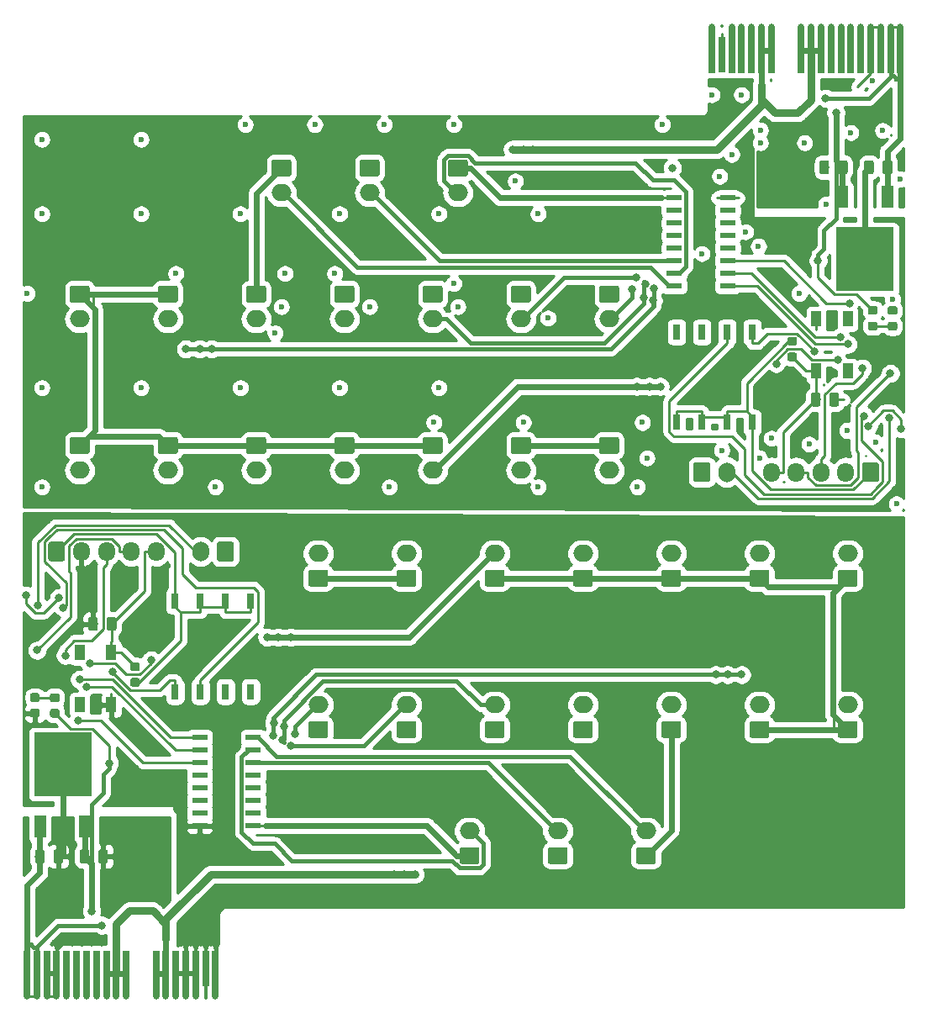
<source format=gtl>
G04 #@! TF.GenerationSoftware,KiCad,Pcbnew,(5.1.4)-1*
G04 #@! TF.CreationDate,2019-11-07T17:31:05+09:00*
G04 #@! TF.ProjectId,Solenoid_Valve-fin,536f6c65-6e6f-4696-945f-56616c76652d,rev?*
G04 #@! TF.SameCoordinates,Original*
G04 #@! TF.FileFunction,Copper,L1,Top*
G04 #@! TF.FilePolarity,Positive*
%FSLAX46Y46*%
G04 Gerber Fmt 4.6, Leading zero omitted, Abs format (unit mm)*
G04 Created by KiCad (PCBNEW (5.1.4)-1) date 2019-11-07 17:31:05*
%MOMM*%
%LPD*%
G04 APERTURE LIST*
%ADD10R,1.200000X2.200000*%
%ADD11R,5.800000X6.400000*%
%ADD12R,1.000000X1.550000*%
%ADD13C,0.100000*%
%ADD14C,1.700000*%
%ADD15O,2.000000X1.700000*%
%ADD16C,0.650000*%
%ADD17R,0.650000X4.600000*%
%ADD18R,0.650000X3.600000*%
%ADD19R,0.800000X1.600000*%
%ADD20R,1.550000X0.600000*%
%ADD21C,0.875000*%
%ADD22C,0.975000*%
%ADD23O,1.700000X1.950000*%
%ADD24O,1.700000X2.000000*%
%ADD25C,0.600000*%
%ADD26C,0.800000*%
%ADD27C,0.600000*%
%ADD28C,0.250000*%
%ADD29C,0.400000*%
%ADD30C,0.800000*%
%ADD31C,0.254000*%
G04 APERTURE END LIST*
D10*
X207680000Y-48275000D03*
X203120000Y-48275000D03*
D11*
X205400000Y-54575000D03*
D12*
X200500000Y-65825000D03*
X200500000Y-60575000D03*
X203700000Y-65825000D03*
X203700000Y-60575000D03*
D13*
G36*
X162654504Y-72471204D02*
G01*
X162678773Y-72474804D01*
X162702571Y-72480765D01*
X162725671Y-72489030D01*
X162747849Y-72499520D01*
X162768893Y-72512133D01*
X162788598Y-72526747D01*
X162806777Y-72543223D01*
X162823253Y-72561402D01*
X162837867Y-72581107D01*
X162850480Y-72602151D01*
X162860970Y-72624329D01*
X162869235Y-72647429D01*
X162875196Y-72671227D01*
X162878796Y-72695496D01*
X162880000Y-72720000D01*
X162880000Y-73920000D01*
X162878796Y-73944504D01*
X162875196Y-73968773D01*
X162869235Y-73992571D01*
X162860970Y-74015671D01*
X162850480Y-74037849D01*
X162837867Y-74058893D01*
X162823253Y-74078598D01*
X162806777Y-74096777D01*
X162788598Y-74113253D01*
X162768893Y-74127867D01*
X162747849Y-74140480D01*
X162725671Y-74150970D01*
X162702571Y-74159235D01*
X162678773Y-74165196D01*
X162654504Y-74168796D01*
X162630000Y-74170000D01*
X161130000Y-74170000D01*
X161105496Y-74168796D01*
X161081227Y-74165196D01*
X161057429Y-74159235D01*
X161034329Y-74150970D01*
X161012151Y-74140480D01*
X160991107Y-74127867D01*
X160971402Y-74113253D01*
X160953223Y-74096777D01*
X160936747Y-74078598D01*
X160922133Y-74058893D01*
X160909520Y-74037849D01*
X160899030Y-74015671D01*
X160890765Y-73992571D01*
X160884804Y-73968773D01*
X160881204Y-73944504D01*
X160880000Y-73920000D01*
X160880000Y-72720000D01*
X160881204Y-72695496D01*
X160884804Y-72671227D01*
X160890765Y-72647429D01*
X160899030Y-72624329D01*
X160909520Y-72602151D01*
X160922133Y-72581107D01*
X160936747Y-72561402D01*
X160953223Y-72543223D01*
X160971402Y-72526747D01*
X160991107Y-72512133D01*
X161012151Y-72499520D01*
X161034329Y-72489030D01*
X161057429Y-72480765D01*
X161081227Y-72474804D01*
X161105496Y-72471204D01*
X161130000Y-72470000D01*
X162630000Y-72470000D01*
X162654504Y-72471204D01*
X162654504Y-72471204D01*
G37*
D14*
X161880000Y-73320000D03*
D15*
X161880000Y-75820000D03*
D13*
G36*
X144874504Y-57231204D02*
G01*
X144898773Y-57234804D01*
X144922571Y-57240765D01*
X144945671Y-57249030D01*
X144967849Y-57259520D01*
X144988893Y-57272133D01*
X145008598Y-57286747D01*
X145026777Y-57303223D01*
X145043253Y-57321402D01*
X145057867Y-57341107D01*
X145070480Y-57362151D01*
X145080970Y-57384329D01*
X145089235Y-57407429D01*
X145095196Y-57431227D01*
X145098796Y-57455496D01*
X145100000Y-57480000D01*
X145100000Y-58680000D01*
X145098796Y-58704504D01*
X145095196Y-58728773D01*
X145089235Y-58752571D01*
X145080970Y-58775671D01*
X145070480Y-58797849D01*
X145057867Y-58818893D01*
X145043253Y-58838598D01*
X145026777Y-58856777D01*
X145008598Y-58873253D01*
X144988893Y-58887867D01*
X144967849Y-58900480D01*
X144945671Y-58910970D01*
X144922571Y-58919235D01*
X144898773Y-58925196D01*
X144874504Y-58928796D01*
X144850000Y-58930000D01*
X143350000Y-58930000D01*
X143325496Y-58928796D01*
X143301227Y-58925196D01*
X143277429Y-58919235D01*
X143254329Y-58910970D01*
X143232151Y-58900480D01*
X143211107Y-58887867D01*
X143191402Y-58873253D01*
X143173223Y-58856777D01*
X143156747Y-58838598D01*
X143142133Y-58818893D01*
X143129520Y-58797849D01*
X143119030Y-58775671D01*
X143110765Y-58752571D01*
X143104804Y-58728773D01*
X143101204Y-58704504D01*
X143100000Y-58680000D01*
X143100000Y-57480000D01*
X143101204Y-57455496D01*
X143104804Y-57431227D01*
X143110765Y-57407429D01*
X143119030Y-57384329D01*
X143129520Y-57362151D01*
X143142133Y-57341107D01*
X143156747Y-57321402D01*
X143173223Y-57303223D01*
X143191402Y-57286747D01*
X143211107Y-57272133D01*
X143232151Y-57259520D01*
X143254329Y-57249030D01*
X143277429Y-57240765D01*
X143301227Y-57234804D01*
X143325496Y-57231204D01*
X143350000Y-57230000D01*
X144850000Y-57230000D01*
X144874504Y-57231204D01*
X144874504Y-57231204D01*
G37*
D14*
X144100000Y-58080000D03*
D15*
X144100000Y-60580000D03*
D13*
G36*
X135984504Y-57231204D02*
G01*
X136008773Y-57234804D01*
X136032571Y-57240765D01*
X136055671Y-57249030D01*
X136077849Y-57259520D01*
X136098893Y-57272133D01*
X136118598Y-57286747D01*
X136136777Y-57303223D01*
X136153253Y-57321402D01*
X136167867Y-57341107D01*
X136180480Y-57362151D01*
X136190970Y-57384329D01*
X136199235Y-57407429D01*
X136205196Y-57431227D01*
X136208796Y-57455496D01*
X136210000Y-57480000D01*
X136210000Y-58680000D01*
X136208796Y-58704504D01*
X136205196Y-58728773D01*
X136199235Y-58752571D01*
X136190970Y-58775671D01*
X136180480Y-58797849D01*
X136167867Y-58818893D01*
X136153253Y-58838598D01*
X136136777Y-58856777D01*
X136118598Y-58873253D01*
X136098893Y-58887867D01*
X136077849Y-58900480D01*
X136055671Y-58910970D01*
X136032571Y-58919235D01*
X136008773Y-58925196D01*
X135984504Y-58928796D01*
X135960000Y-58930000D01*
X134460000Y-58930000D01*
X134435496Y-58928796D01*
X134411227Y-58925196D01*
X134387429Y-58919235D01*
X134364329Y-58910970D01*
X134342151Y-58900480D01*
X134321107Y-58887867D01*
X134301402Y-58873253D01*
X134283223Y-58856777D01*
X134266747Y-58838598D01*
X134252133Y-58818893D01*
X134239520Y-58797849D01*
X134229030Y-58775671D01*
X134220765Y-58752571D01*
X134214804Y-58728773D01*
X134211204Y-58704504D01*
X134210000Y-58680000D01*
X134210000Y-57480000D01*
X134211204Y-57455496D01*
X134214804Y-57431227D01*
X134220765Y-57407429D01*
X134229030Y-57384329D01*
X134239520Y-57362151D01*
X134252133Y-57341107D01*
X134266747Y-57321402D01*
X134283223Y-57303223D01*
X134301402Y-57286747D01*
X134321107Y-57272133D01*
X134342151Y-57259520D01*
X134364329Y-57249030D01*
X134387429Y-57240765D01*
X134411227Y-57234804D01*
X134435496Y-57231204D01*
X134460000Y-57230000D01*
X135960000Y-57230000D01*
X135984504Y-57231204D01*
X135984504Y-57231204D01*
G37*
D14*
X135210000Y-58080000D03*
D15*
X135210000Y-60580000D03*
D13*
G36*
X180434504Y-72471204D02*
G01*
X180458773Y-72474804D01*
X180482571Y-72480765D01*
X180505671Y-72489030D01*
X180527849Y-72499520D01*
X180548893Y-72512133D01*
X180568598Y-72526747D01*
X180586777Y-72543223D01*
X180603253Y-72561402D01*
X180617867Y-72581107D01*
X180630480Y-72602151D01*
X180640970Y-72624329D01*
X180649235Y-72647429D01*
X180655196Y-72671227D01*
X180658796Y-72695496D01*
X180660000Y-72720000D01*
X180660000Y-73920000D01*
X180658796Y-73944504D01*
X180655196Y-73968773D01*
X180649235Y-73992571D01*
X180640970Y-74015671D01*
X180630480Y-74037849D01*
X180617867Y-74058893D01*
X180603253Y-74078598D01*
X180586777Y-74096777D01*
X180568598Y-74113253D01*
X180548893Y-74127867D01*
X180527849Y-74140480D01*
X180505671Y-74150970D01*
X180482571Y-74159235D01*
X180458773Y-74165196D01*
X180434504Y-74168796D01*
X180410000Y-74170000D01*
X178910000Y-74170000D01*
X178885496Y-74168796D01*
X178861227Y-74165196D01*
X178837429Y-74159235D01*
X178814329Y-74150970D01*
X178792151Y-74140480D01*
X178771107Y-74127867D01*
X178751402Y-74113253D01*
X178733223Y-74096777D01*
X178716747Y-74078598D01*
X178702133Y-74058893D01*
X178689520Y-74037849D01*
X178679030Y-74015671D01*
X178670765Y-73992571D01*
X178664804Y-73968773D01*
X178661204Y-73944504D01*
X178660000Y-73920000D01*
X178660000Y-72720000D01*
X178661204Y-72695496D01*
X178664804Y-72671227D01*
X178670765Y-72647429D01*
X178679030Y-72624329D01*
X178689520Y-72602151D01*
X178702133Y-72581107D01*
X178716747Y-72561402D01*
X178733223Y-72543223D01*
X178751402Y-72526747D01*
X178771107Y-72512133D01*
X178792151Y-72499520D01*
X178814329Y-72489030D01*
X178837429Y-72480765D01*
X178861227Y-72474804D01*
X178885496Y-72471204D01*
X178910000Y-72470000D01*
X180410000Y-72470000D01*
X180434504Y-72471204D01*
X180434504Y-72471204D01*
G37*
D14*
X179660000Y-73320000D03*
D15*
X179660000Y-75820000D03*
D16*
X190000000Y-31200000D03*
D17*
X209000000Y-33500000D03*
X208000000Y-33500000D03*
X207000000Y-33500000D03*
X206000000Y-33500000D03*
X205000000Y-33500000D03*
X204000000Y-33500000D03*
X203000000Y-33500000D03*
X202000000Y-33500000D03*
X201000000Y-33500000D03*
X200000000Y-33500000D03*
X199000000Y-33500000D03*
X194000000Y-33500000D03*
X193000000Y-33500000D03*
X192000000Y-33500000D03*
D18*
X191000000Y-34000000D03*
D17*
X190000000Y-33500000D03*
X196000000Y-33500000D03*
X195000000Y-33500000D03*
D16*
X207000000Y-31200000D03*
X206000000Y-31200000D03*
X205000000Y-31200000D03*
X204000000Y-31200000D03*
X203000000Y-31200000D03*
X202000000Y-31200000D03*
X201000000Y-31200000D03*
X200000000Y-31200000D03*
X199000000Y-31200000D03*
X209000000Y-31200000D03*
X196000000Y-31200000D03*
X195000000Y-31200000D03*
X194000000Y-31200000D03*
X193000000Y-31200000D03*
X192000000Y-31200000D03*
X208000000Y-31200000D03*
D13*
G36*
X153764504Y-72471204D02*
G01*
X153788773Y-72474804D01*
X153812571Y-72480765D01*
X153835671Y-72489030D01*
X153857849Y-72499520D01*
X153878893Y-72512133D01*
X153898598Y-72526747D01*
X153916777Y-72543223D01*
X153933253Y-72561402D01*
X153947867Y-72581107D01*
X153960480Y-72602151D01*
X153970970Y-72624329D01*
X153979235Y-72647429D01*
X153985196Y-72671227D01*
X153988796Y-72695496D01*
X153990000Y-72720000D01*
X153990000Y-73920000D01*
X153988796Y-73944504D01*
X153985196Y-73968773D01*
X153979235Y-73992571D01*
X153970970Y-74015671D01*
X153960480Y-74037849D01*
X153947867Y-74058893D01*
X153933253Y-74078598D01*
X153916777Y-74096777D01*
X153898598Y-74113253D01*
X153878893Y-74127867D01*
X153857849Y-74140480D01*
X153835671Y-74150970D01*
X153812571Y-74159235D01*
X153788773Y-74165196D01*
X153764504Y-74168796D01*
X153740000Y-74170000D01*
X152240000Y-74170000D01*
X152215496Y-74168796D01*
X152191227Y-74165196D01*
X152167429Y-74159235D01*
X152144329Y-74150970D01*
X152122151Y-74140480D01*
X152101107Y-74127867D01*
X152081402Y-74113253D01*
X152063223Y-74096777D01*
X152046747Y-74078598D01*
X152032133Y-74058893D01*
X152019520Y-74037849D01*
X152009030Y-74015671D01*
X152000765Y-73992571D01*
X151994804Y-73968773D01*
X151991204Y-73944504D01*
X151990000Y-73920000D01*
X151990000Y-72720000D01*
X151991204Y-72695496D01*
X151994804Y-72671227D01*
X152000765Y-72647429D01*
X152009030Y-72624329D01*
X152019520Y-72602151D01*
X152032133Y-72581107D01*
X152046747Y-72561402D01*
X152063223Y-72543223D01*
X152081402Y-72526747D01*
X152101107Y-72512133D01*
X152122151Y-72499520D01*
X152144329Y-72489030D01*
X152167429Y-72480765D01*
X152191227Y-72474804D01*
X152215496Y-72471204D01*
X152240000Y-72470000D01*
X153740000Y-72470000D01*
X153764504Y-72471204D01*
X153764504Y-72471204D01*
G37*
D14*
X152990000Y-73320000D03*
D15*
X152990000Y-75820000D03*
D13*
G36*
X127094504Y-57231204D02*
G01*
X127118773Y-57234804D01*
X127142571Y-57240765D01*
X127165671Y-57249030D01*
X127187849Y-57259520D01*
X127208893Y-57272133D01*
X127228598Y-57286747D01*
X127246777Y-57303223D01*
X127263253Y-57321402D01*
X127277867Y-57341107D01*
X127290480Y-57362151D01*
X127300970Y-57384329D01*
X127309235Y-57407429D01*
X127315196Y-57431227D01*
X127318796Y-57455496D01*
X127320000Y-57480000D01*
X127320000Y-58680000D01*
X127318796Y-58704504D01*
X127315196Y-58728773D01*
X127309235Y-58752571D01*
X127300970Y-58775671D01*
X127290480Y-58797849D01*
X127277867Y-58818893D01*
X127263253Y-58838598D01*
X127246777Y-58856777D01*
X127228598Y-58873253D01*
X127208893Y-58887867D01*
X127187849Y-58900480D01*
X127165671Y-58910970D01*
X127142571Y-58919235D01*
X127118773Y-58925196D01*
X127094504Y-58928796D01*
X127070000Y-58930000D01*
X125570000Y-58930000D01*
X125545496Y-58928796D01*
X125521227Y-58925196D01*
X125497429Y-58919235D01*
X125474329Y-58910970D01*
X125452151Y-58900480D01*
X125431107Y-58887867D01*
X125411402Y-58873253D01*
X125393223Y-58856777D01*
X125376747Y-58838598D01*
X125362133Y-58818893D01*
X125349520Y-58797849D01*
X125339030Y-58775671D01*
X125330765Y-58752571D01*
X125324804Y-58728773D01*
X125321204Y-58704504D01*
X125320000Y-58680000D01*
X125320000Y-57480000D01*
X125321204Y-57455496D01*
X125324804Y-57431227D01*
X125330765Y-57407429D01*
X125339030Y-57384329D01*
X125349520Y-57362151D01*
X125362133Y-57341107D01*
X125376747Y-57321402D01*
X125393223Y-57303223D01*
X125411402Y-57286747D01*
X125431107Y-57272133D01*
X125452151Y-57259520D01*
X125474329Y-57249030D01*
X125497429Y-57240765D01*
X125521227Y-57234804D01*
X125545496Y-57231204D01*
X125570000Y-57230000D01*
X127070000Y-57230000D01*
X127094504Y-57231204D01*
X127094504Y-57231204D01*
G37*
D14*
X126320000Y-58080000D03*
D15*
X126320000Y-60580000D03*
D19*
X194080000Y-61900000D03*
X191540000Y-61900000D03*
X189000000Y-61900000D03*
X186460000Y-61900000D03*
X186460000Y-71000000D03*
X189000000Y-71000000D03*
X191540000Y-71000000D03*
X194080000Y-71000000D03*
D13*
G36*
X171544504Y-72471204D02*
G01*
X171568773Y-72474804D01*
X171592571Y-72480765D01*
X171615671Y-72489030D01*
X171637849Y-72499520D01*
X171658893Y-72512133D01*
X171678598Y-72526747D01*
X171696777Y-72543223D01*
X171713253Y-72561402D01*
X171727867Y-72581107D01*
X171740480Y-72602151D01*
X171750970Y-72624329D01*
X171759235Y-72647429D01*
X171765196Y-72671227D01*
X171768796Y-72695496D01*
X171770000Y-72720000D01*
X171770000Y-73920000D01*
X171768796Y-73944504D01*
X171765196Y-73968773D01*
X171759235Y-73992571D01*
X171750970Y-74015671D01*
X171740480Y-74037849D01*
X171727867Y-74058893D01*
X171713253Y-74078598D01*
X171696777Y-74096777D01*
X171678598Y-74113253D01*
X171658893Y-74127867D01*
X171637849Y-74140480D01*
X171615671Y-74150970D01*
X171592571Y-74159235D01*
X171568773Y-74165196D01*
X171544504Y-74168796D01*
X171520000Y-74170000D01*
X170020000Y-74170000D01*
X169995496Y-74168796D01*
X169971227Y-74165196D01*
X169947429Y-74159235D01*
X169924329Y-74150970D01*
X169902151Y-74140480D01*
X169881107Y-74127867D01*
X169861402Y-74113253D01*
X169843223Y-74096777D01*
X169826747Y-74078598D01*
X169812133Y-74058893D01*
X169799520Y-74037849D01*
X169789030Y-74015671D01*
X169780765Y-73992571D01*
X169774804Y-73968773D01*
X169771204Y-73944504D01*
X169770000Y-73920000D01*
X169770000Y-72720000D01*
X169771204Y-72695496D01*
X169774804Y-72671227D01*
X169780765Y-72647429D01*
X169789030Y-72624329D01*
X169799520Y-72602151D01*
X169812133Y-72581107D01*
X169826747Y-72561402D01*
X169843223Y-72543223D01*
X169861402Y-72526747D01*
X169881107Y-72512133D01*
X169902151Y-72499520D01*
X169924329Y-72489030D01*
X169947429Y-72480765D01*
X169971227Y-72474804D01*
X169995496Y-72471204D01*
X170020000Y-72470000D01*
X171520000Y-72470000D01*
X171544504Y-72471204D01*
X171544504Y-72471204D01*
G37*
D14*
X170770000Y-73320000D03*
D15*
X170770000Y-75820000D03*
D20*
X191600000Y-57270000D03*
X191600000Y-56000000D03*
X191600000Y-54730000D03*
X191600000Y-53460000D03*
X191600000Y-52190000D03*
X191600000Y-50920000D03*
X191600000Y-49650000D03*
X191600000Y-48380000D03*
X186200000Y-48380000D03*
X186200000Y-49650000D03*
X186200000Y-50920000D03*
X186200000Y-52190000D03*
X186200000Y-53460000D03*
X186200000Y-54730000D03*
X186200000Y-56000000D03*
X186200000Y-57270000D03*
D13*
G36*
X206477691Y-59276053D02*
G01*
X206498926Y-59279203D01*
X206519750Y-59284419D01*
X206539962Y-59291651D01*
X206559368Y-59300830D01*
X206577781Y-59311866D01*
X206595024Y-59324654D01*
X206610930Y-59339070D01*
X206625346Y-59354976D01*
X206638134Y-59372219D01*
X206649170Y-59390632D01*
X206658349Y-59410038D01*
X206665581Y-59430250D01*
X206670797Y-59451074D01*
X206673947Y-59472309D01*
X206675000Y-59493750D01*
X206675000Y-59931250D01*
X206673947Y-59952691D01*
X206670797Y-59973926D01*
X206665581Y-59994750D01*
X206658349Y-60014962D01*
X206649170Y-60034368D01*
X206638134Y-60052781D01*
X206625346Y-60070024D01*
X206610930Y-60085930D01*
X206595024Y-60100346D01*
X206577781Y-60113134D01*
X206559368Y-60124170D01*
X206539962Y-60133349D01*
X206519750Y-60140581D01*
X206498926Y-60145797D01*
X206477691Y-60148947D01*
X206456250Y-60150000D01*
X205943750Y-60150000D01*
X205922309Y-60148947D01*
X205901074Y-60145797D01*
X205880250Y-60140581D01*
X205860038Y-60133349D01*
X205840632Y-60124170D01*
X205822219Y-60113134D01*
X205804976Y-60100346D01*
X205789070Y-60085930D01*
X205774654Y-60070024D01*
X205761866Y-60052781D01*
X205750830Y-60034368D01*
X205741651Y-60014962D01*
X205734419Y-59994750D01*
X205729203Y-59973926D01*
X205726053Y-59952691D01*
X205725000Y-59931250D01*
X205725000Y-59493750D01*
X205726053Y-59472309D01*
X205729203Y-59451074D01*
X205734419Y-59430250D01*
X205741651Y-59410038D01*
X205750830Y-59390632D01*
X205761866Y-59372219D01*
X205774654Y-59354976D01*
X205789070Y-59339070D01*
X205804976Y-59324654D01*
X205822219Y-59311866D01*
X205840632Y-59300830D01*
X205860038Y-59291651D01*
X205880250Y-59284419D01*
X205901074Y-59279203D01*
X205922309Y-59276053D01*
X205943750Y-59275000D01*
X206456250Y-59275000D01*
X206477691Y-59276053D01*
X206477691Y-59276053D01*
G37*
D21*
X206200000Y-59712500D03*
D13*
G36*
X206477691Y-60851053D02*
G01*
X206498926Y-60854203D01*
X206519750Y-60859419D01*
X206539962Y-60866651D01*
X206559368Y-60875830D01*
X206577781Y-60886866D01*
X206595024Y-60899654D01*
X206610930Y-60914070D01*
X206625346Y-60929976D01*
X206638134Y-60947219D01*
X206649170Y-60965632D01*
X206658349Y-60985038D01*
X206665581Y-61005250D01*
X206670797Y-61026074D01*
X206673947Y-61047309D01*
X206675000Y-61068750D01*
X206675000Y-61506250D01*
X206673947Y-61527691D01*
X206670797Y-61548926D01*
X206665581Y-61569750D01*
X206658349Y-61589962D01*
X206649170Y-61609368D01*
X206638134Y-61627781D01*
X206625346Y-61645024D01*
X206610930Y-61660930D01*
X206595024Y-61675346D01*
X206577781Y-61688134D01*
X206559368Y-61699170D01*
X206539962Y-61708349D01*
X206519750Y-61715581D01*
X206498926Y-61720797D01*
X206477691Y-61723947D01*
X206456250Y-61725000D01*
X205943750Y-61725000D01*
X205922309Y-61723947D01*
X205901074Y-61720797D01*
X205880250Y-61715581D01*
X205860038Y-61708349D01*
X205840632Y-61699170D01*
X205822219Y-61688134D01*
X205804976Y-61675346D01*
X205789070Y-61660930D01*
X205774654Y-61645024D01*
X205761866Y-61627781D01*
X205750830Y-61609368D01*
X205741651Y-61589962D01*
X205734419Y-61569750D01*
X205729203Y-61548926D01*
X205726053Y-61527691D01*
X205725000Y-61506250D01*
X205725000Y-61068750D01*
X205726053Y-61047309D01*
X205729203Y-61026074D01*
X205734419Y-61005250D01*
X205741651Y-60985038D01*
X205750830Y-60965632D01*
X205761866Y-60947219D01*
X205774654Y-60929976D01*
X205789070Y-60914070D01*
X205804976Y-60899654D01*
X205822219Y-60886866D01*
X205840632Y-60875830D01*
X205860038Y-60866651D01*
X205880250Y-60859419D01*
X205901074Y-60854203D01*
X205922309Y-60851053D01*
X205943750Y-60850000D01*
X206456250Y-60850000D01*
X206477691Y-60851053D01*
X206477691Y-60851053D01*
G37*
D21*
X206200000Y-61287500D03*
D13*
G36*
X198377691Y-62388053D02*
G01*
X198398926Y-62391203D01*
X198419750Y-62396419D01*
X198439962Y-62403651D01*
X198459368Y-62412830D01*
X198477781Y-62423866D01*
X198495024Y-62436654D01*
X198510930Y-62451070D01*
X198525346Y-62466976D01*
X198538134Y-62484219D01*
X198549170Y-62502632D01*
X198558349Y-62522038D01*
X198565581Y-62542250D01*
X198570797Y-62563074D01*
X198573947Y-62584309D01*
X198575000Y-62605750D01*
X198575000Y-63043250D01*
X198573947Y-63064691D01*
X198570797Y-63085926D01*
X198565581Y-63106750D01*
X198558349Y-63126962D01*
X198549170Y-63146368D01*
X198538134Y-63164781D01*
X198525346Y-63182024D01*
X198510930Y-63197930D01*
X198495024Y-63212346D01*
X198477781Y-63225134D01*
X198459368Y-63236170D01*
X198439962Y-63245349D01*
X198419750Y-63252581D01*
X198398926Y-63257797D01*
X198377691Y-63260947D01*
X198356250Y-63262000D01*
X197843750Y-63262000D01*
X197822309Y-63260947D01*
X197801074Y-63257797D01*
X197780250Y-63252581D01*
X197760038Y-63245349D01*
X197740632Y-63236170D01*
X197722219Y-63225134D01*
X197704976Y-63212346D01*
X197689070Y-63197930D01*
X197674654Y-63182024D01*
X197661866Y-63164781D01*
X197650830Y-63146368D01*
X197641651Y-63126962D01*
X197634419Y-63106750D01*
X197629203Y-63085926D01*
X197626053Y-63064691D01*
X197625000Y-63043250D01*
X197625000Y-62605750D01*
X197626053Y-62584309D01*
X197629203Y-62563074D01*
X197634419Y-62542250D01*
X197641651Y-62522038D01*
X197650830Y-62502632D01*
X197661866Y-62484219D01*
X197674654Y-62466976D01*
X197689070Y-62451070D01*
X197704976Y-62436654D01*
X197722219Y-62423866D01*
X197740632Y-62412830D01*
X197760038Y-62403651D01*
X197780250Y-62396419D01*
X197801074Y-62391203D01*
X197822309Y-62388053D01*
X197843750Y-62387000D01*
X198356250Y-62387000D01*
X198377691Y-62388053D01*
X198377691Y-62388053D01*
G37*
D21*
X198100000Y-62824500D03*
D13*
G36*
X198377691Y-63963053D02*
G01*
X198398926Y-63966203D01*
X198419750Y-63971419D01*
X198439962Y-63978651D01*
X198459368Y-63987830D01*
X198477781Y-63998866D01*
X198495024Y-64011654D01*
X198510930Y-64026070D01*
X198525346Y-64041976D01*
X198538134Y-64059219D01*
X198549170Y-64077632D01*
X198558349Y-64097038D01*
X198565581Y-64117250D01*
X198570797Y-64138074D01*
X198573947Y-64159309D01*
X198575000Y-64180750D01*
X198575000Y-64618250D01*
X198573947Y-64639691D01*
X198570797Y-64660926D01*
X198565581Y-64681750D01*
X198558349Y-64701962D01*
X198549170Y-64721368D01*
X198538134Y-64739781D01*
X198525346Y-64757024D01*
X198510930Y-64772930D01*
X198495024Y-64787346D01*
X198477781Y-64800134D01*
X198459368Y-64811170D01*
X198439962Y-64820349D01*
X198419750Y-64827581D01*
X198398926Y-64832797D01*
X198377691Y-64835947D01*
X198356250Y-64837000D01*
X197843750Y-64837000D01*
X197822309Y-64835947D01*
X197801074Y-64832797D01*
X197780250Y-64827581D01*
X197760038Y-64820349D01*
X197740632Y-64811170D01*
X197722219Y-64800134D01*
X197704976Y-64787346D01*
X197689070Y-64772930D01*
X197674654Y-64757024D01*
X197661866Y-64739781D01*
X197650830Y-64721368D01*
X197641651Y-64701962D01*
X197634419Y-64681750D01*
X197629203Y-64660926D01*
X197626053Y-64639691D01*
X197625000Y-64618250D01*
X197625000Y-64180750D01*
X197626053Y-64159309D01*
X197629203Y-64138074D01*
X197634419Y-64117250D01*
X197641651Y-64097038D01*
X197650830Y-64077632D01*
X197661866Y-64059219D01*
X197674654Y-64041976D01*
X197689070Y-64026070D01*
X197704976Y-64011654D01*
X197722219Y-63998866D01*
X197740632Y-63987830D01*
X197760038Y-63978651D01*
X197780250Y-63971419D01*
X197801074Y-63966203D01*
X197822309Y-63963053D01*
X197843750Y-63962000D01*
X198356250Y-63962000D01*
X198377691Y-63963053D01*
X198377691Y-63963053D01*
G37*
D21*
X198100000Y-64399500D03*
D13*
G36*
X147414504Y-44531204D02*
G01*
X147438773Y-44534804D01*
X147462571Y-44540765D01*
X147485671Y-44549030D01*
X147507849Y-44559520D01*
X147528893Y-44572133D01*
X147548598Y-44586747D01*
X147566777Y-44603223D01*
X147583253Y-44621402D01*
X147597867Y-44641107D01*
X147610480Y-44662151D01*
X147620970Y-44684329D01*
X147629235Y-44707429D01*
X147635196Y-44731227D01*
X147638796Y-44755496D01*
X147640000Y-44780000D01*
X147640000Y-45980000D01*
X147638796Y-46004504D01*
X147635196Y-46028773D01*
X147629235Y-46052571D01*
X147620970Y-46075671D01*
X147610480Y-46097849D01*
X147597867Y-46118893D01*
X147583253Y-46138598D01*
X147566777Y-46156777D01*
X147548598Y-46173253D01*
X147528893Y-46187867D01*
X147507849Y-46200480D01*
X147485671Y-46210970D01*
X147462571Y-46219235D01*
X147438773Y-46225196D01*
X147414504Y-46228796D01*
X147390000Y-46230000D01*
X145890000Y-46230000D01*
X145865496Y-46228796D01*
X145841227Y-46225196D01*
X145817429Y-46219235D01*
X145794329Y-46210970D01*
X145772151Y-46200480D01*
X145751107Y-46187867D01*
X145731402Y-46173253D01*
X145713223Y-46156777D01*
X145696747Y-46138598D01*
X145682133Y-46118893D01*
X145669520Y-46097849D01*
X145659030Y-46075671D01*
X145650765Y-46052571D01*
X145644804Y-46028773D01*
X145641204Y-46004504D01*
X145640000Y-45980000D01*
X145640000Y-44780000D01*
X145641204Y-44755496D01*
X145644804Y-44731227D01*
X145650765Y-44707429D01*
X145659030Y-44684329D01*
X145669520Y-44662151D01*
X145682133Y-44641107D01*
X145696747Y-44621402D01*
X145713223Y-44603223D01*
X145731402Y-44586747D01*
X145751107Y-44572133D01*
X145772151Y-44559520D01*
X145794329Y-44549030D01*
X145817429Y-44540765D01*
X145841227Y-44534804D01*
X145865496Y-44531204D01*
X145890000Y-44530000D01*
X147390000Y-44530000D01*
X147414504Y-44531204D01*
X147414504Y-44531204D01*
G37*
D14*
X146640000Y-45380000D03*
D15*
X146640000Y-47880000D03*
D13*
G36*
X127094504Y-72471204D02*
G01*
X127118773Y-72474804D01*
X127142571Y-72480765D01*
X127165671Y-72489030D01*
X127187849Y-72499520D01*
X127208893Y-72512133D01*
X127228598Y-72526747D01*
X127246777Y-72543223D01*
X127263253Y-72561402D01*
X127277867Y-72581107D01*
X127290480Y-72602151D01*
X127300970Y-72624329D01*
X127309235Y-72647429D01*
X127315196Y-72671227D01*
X127318796Y-72695496D01*
X127320000Y-72720000D01*
X127320000Y-73920000D01*
X127318796Y-73944504D01*
X127315196Y-73968773D01*
X127309235Y-73992571D01*
X127300970Y-74015671D01*
X127290480Y-74037849D01*
X127277867Y-74058893D01*
X127263253Y-74078598D01*
X127246777Y-74096777D01*
X127228598Y-74113253D01*
X127208893Y-74127867D01*
X127187849Y-74140480D01*
X127165671Y-74150970D01*
X127142571Y-74159235D01*
X127118773Y-74165196D01*
X127094504Y-74168796D01*
X127070000Y-74170000D01*
X125570000Y-74170000D01*
X125545496Y-74168796D01*
X125521227Y-74165196D01*
X125497429Y-74159235D01*
X125474329Y-74150970D01*
X125452151Y-74140480D01*
X125431107Y-74127867D01*
X125411402Y-74113253D01*
X125393223Y-74096777D01*
X125376747Y-74078598D01*
X125362133Y-74058893D01*
X125349520Y-74037849D01*
X125339030Y-74015671D01*
X125330765Y-73992571D01*
X125324804Y-73968773D01*
X125321204Y-73944504D01*
X125320000Y-73920000D01*
X125320000Y-72720000D01*
X125321204Y-72695496D01*
X125324804Y-72671227D01*
X125330765Y-72647429D01*
X125339030Y-72624329D01*
X125349520Y-72602151D01*
X125362133Y-72581107D01*
X125376747Y-72561402D01*
X125393223Y-72543223D01*
X125411402Y-72526747D01*
X125431107Y-72512133D01*
X125452151Y-72499520D01*
X125474329Y-72489030D01*
X125497429Y-72480765D01*
X125521227Y-72474804D01*
X125545496Y-72471204D01*
X125570000Y-72470000D01*
X127070000Y-72470000D01*
X127094504Y-72471204D01*
X127094504Y-72471204D01*
G37*
D14*
X126320000Y-73320000D03*
D15*
X126320000Y-75820000D03*
D13*
G36*
X135984504Y-72471204D02*
G01*
X136008773Y-72474804D01*
X136032571Y-72480765D01*
X136055671Y-72489030D01*
X136077849Y-72499520D01*
X136098893Y-72512133D01*
X136118598Y-72526747D01*
X136136777Y-72543223D01*
X136153253Y-72561402D01*
X136167867Y-72581107D01*
X136180480Y-72602151D01*
X136190970Y-72624329D01*
X136199235Y-72647429D01*
X136205196Y-72671227D01*
X136208796Y-72695496D01*
X136210000Y-72720000D01*
X136210000Y-73920000D01*
X136208796Y-73944504D01*
X136205196Y-73968773D01*
X136199235Y-73992571D01*
X136190970Y-74015671D01*
X136180480Y-74037849D01*
X136167867Y-74058893D01*
X136153253Y-74078598D01*
X136136777Y-74096777D01*
X136118598Y-74113253D01*
X136098893Y-74127867D01*
X136077849Y-74140480D01*
X136055671Y-74150970D01*
X136032571Y-74159235D01*
X136008773Y-74165196D01*
X135984504Y-74168796D01*
X135960000Y-74170000D01*
X134460000Y-74170000D01*
X134435496Y-74168796D01*
X134411227Y-74165196D01*
X134387429Y-74159235D01*
X134364329Y-74150970D01*
X134342151Y-74140480D01*
X134321107Y-74127867D01*
X134301402Y-74113253D01*
X134283223Y-74096777D01*
X134266747Y-74078598D01*
X134252133Y-74058893D01*
X134239520Y-74037849D01*
X134229030Y-74015671D01*
X134220765Y-73992571D01*
X134214804Y-73968773D01*
X134211204Y-73944504D01*
X134210000Y-73920000D01*
X134210000Y-72720000D01*
X134211204Y-72695496D01*
X134214804Y-72671227D01*
X134220765Y-72647429D01*
X134229030Y-72624329D01*
X134239520Y-72602151D01*
X134252133Y-72581107D01*
X134266747Y-72561402D01*
X134283223Y-72543223D01*
X134301402Y-72526747D01*
X134321107Y-72512133D01*
X134342151Y-72499520D01*
X134364329Y-72489030D01*
X134387429Y-72480765D01*
X134411227Y-72474804D01*
X134435496Y-72471204D01*
X134460000Y-72470000D01*
X135960000Y-72470000D01*
X135984504Y-72471204D01*
X135984504Y-72471204D01*
G37*
D14*
X135210000Y-73320000D03*
D15*
X135210000Y-75820000D03*
D13*
G36*
X202605142Y-68001174D02*
G01*
X202628803Y-68004684D01*
X202652007Y-68010496D01*
X202674529Y-68018554D01*
X202696153Y-68028782D01*
X202716670Y-68041079D01*
X202735883Y-68055329D01*
X202753607Y-68071393D01*
X202769671Y-68089117D01*
X202783921Y-68108330D01*
X202796218Y-68128847D01*
X202806446Y-68150471D01*
X202814504Y-68172993D01*
X202820316Y-68196197D01*
X202823826Y-68219858D01*
X202825000Y-68243750D01*
X202825000Y-69156250D01*
X202823826Y-69180142D01*
X202820316Y-69203803D01*
X202814504Y-69227007D01*
X202806446Y-69249529D01*
X202796218Y-69271153D01*
X202783921Y-69291670D01*
X202769671Y-69310883D01*
X202753607Y-69328607D01*
X202735883Y-69344671D01*
X202716670Y-69358921D01*
X202696153Y-69371218D01*
X202674529Y-69381446D01*
X202652007Y-69389504D01*
X202628803Y-69395316D01*
X202605142Y-69398826D01*
X202581250Y-69400000D01*
X202093750Y-69400000D01*
X202069858Y-69398826D01*
X202046197Y-69395316D01*
X202022993Y-69389504D01*
X202000471Y-69381446D01*
X201978847Y-69371218D01*
X201958330Y-69358921D01*
X201939117Y-69344671D01*
X201921393Y-69328607D01*
X201905329Y-69310883D01*
X201891079Y-69291670D01*
X201878782Y-69271153D01*
X201868554Y-69249529D01*
X201860496Y-69227007D01*
X201854684Y-69203803D01*
X201851174Y-69180142D01*
X201850000Y-69156250D01*
X201850000Y-68243750D01*
X201851174Y-68219858D01*
X201854684Y-68196197D01*
X201860496Y-68172993D01*
X201868554Y-68150471D01*
X201878782Y-68128847D01*
X201891079Y-68108330D01*
X201905329Y-68089117D01*
X201921393Y-68071393D01*
X201939117Y-68055329D01*
X201958330Y-68041079D01*
X201978847Y-68028782D01*
X202000471Y-68018554D01*
X202022993Y-68010496D01*
X202046197Y-68004684D01*
X202069858Y-68001174D01*
X202093750Y-68000000D01*
X202581250Y-68000000D01*
X202605142Y-68001174D01*
X202605142Y-68001174D01*
G37*
D22*
X202337500Y-68700000D03*
D13*
G36*
X200730142Y-68001174D02*
G01*
X200753803Y-68004684D01*
X200777007Y-68010496D01*
X200799529Y-68018554D01*
X200821153Y-68028782D01*
X200841670Y-68041079D01*
X200860883Y-68055329D01*
X200878607Y-68071393D01*
X200894671Y-68089117D01*
X200908921Y-68108330D01*
X200921218Y-68128847D01*
X200931446Y-68150471D01*
X200939504Y-68172993D01*
X200945316Y-68196197D01*
X200948826Y-68219858D01*
X200950000Y-68243750D01*
X200950000Y-69156250D01*
X200948826Y-69180142D01*
X200945316Y-69203803D01*
X200939504Y-69227007D01*
X200931446Y-69249529D01*
X200921218Y-69271153D01*
X200908921Y-69291670D01*
X200894671Y-69310883D01*
X200878607Y-69328607D01*
X200860883Y-69344671D01*
X200841670Y-69358921D01*
X200821153Y-69371218D01*
X200799529Y-69381446D01*
X200777007Y-69389504D01*
X200753803Y-69395316D01*
X200730142Y-69398826D01*
X200706250Y-69400000D01*
X200218750Y-69400000D01*
X200194858Y-69398826D01*
X200171197Y-69395316D01*
X200147993Y-69389504D01*
X200125471Y-69381446D01*
X200103847Y-69371218D01*
X200083330Y-69358921D01*
X200064117Y-69344671D01*
X200046393Y-69328607D01*
X200030329Y-69310883D01*
X200016079Y-69291670D01*
X200003782Y-69271153D01*
X199993554Y-69249529D01*
X199985496Y-69227007D01*
X199979684Y-69203803D01*
X199976174Y-69180142D01*
X199975000Y-69156250D01*
X199975000Y-68243750D01*
X199976174Y-68219858D01*
X199979684Y-68196197D01*
X199985496Y-68172993D01*
X199993554Y-68150471D01*
X200003782Y-68128847D01*
X200016079Y-68108330D01*
X200030329Y-68089117D01*
X200046393Y-68071393D01*
X200064117Y-68055329D01*
X200083330Y-68041079D01*
X200103847Y-68028782D01*
X200125471Y-68018554D01*
X200147993Y-68010496D01*
X200171197Y-68004684D01*
X200194858Y-68001174D01*
X200218750Y-68000000D01*
X200706250Y-68000000D01*
X200730142Y-68001174D01*
X200730142Y-68001174D01*
G37*
D22*
X200462500Y-68700000D03*
D13*
G36*
X206624504Y-75026204D02*
G01*
X206648773Y-75029804D01*
X206672571Y-75035765D01*
X206695671Y-75044030D01*
X206717849Y-75054520D01*
X206738893Y-75067133D01*
X206758598Y-75081747D01*
X206776777Y-75098223D01*
X206793253Y-75116402D01*
X206807867Y-75136107D01*
X206820480Y-75157151D01*
X206830970Y-75179329D01*
X206839235Y-75202429D01*
X206845196Y-75226227D01*
X206848796Y-75250496D01*
X206850000Y-75275000D01*
X206850000Y-76725000D01*
X206848796Y-76749504D01*
X206845196Y-76773773D01*
X206839235Y-76797571D01*
X206830970Y-76820671D01*
X206820480Y-76842849D01*
X206807867Y-76863893D01*
X206793253Y-76883598D01*
X206776777Y-76901777D01*
X206758598Y-76918253D01*
X206738893Y-76932867D01*
X206717849Y-76945480D01*
X206695671Y-76955970D01*
X206672571Y-76964235D01*
X206648773Y-76970196D01*
X206624504Y-76973796D01*
X206600000Y-76975000D01*
X205400000Y-76975000D01*
X205375496Y-76973796D01*
X205351227Y-76970196D01*
X205327429Y-76964235D01*
X205304329Y-76955970D01*
X205282151Y-76945480D01*
X205261107Y-76932867D01*
X205241402Y-76918253D01*
X205223223Y-76901777D01*
X205206747Y-76883598D01*
X205192133Y-76863893D01*
X205179520Y-76842849D01*
X205169030Y-76820671D01*
X205160765Y-76797571D01*
X205154804Y-76773773D01*
X205151204Y-76749504D01*
X205150000Y-76725000D01*
X205150000Y-75275000D01*
X205151204Y-75250496D01*
X205154804Y-75226227D01*
X205160765Y-75202429D01*
X205169030Y-75179329D01*
X205179520Y-75157151D01*
X205192133Y-75136107D01*
X205206747Y-75116402D01*
X205223223Y-75098223D01*
X205241402Y-75081747D01*
X205261107Y-75067133D01*
X205282151Y-75054520D01*
X205304329Y-75044030D01*
X205327429Y-75035765D01*
X205351227Y-75029804D01*
X205375496Y-75026204D01*
X205400000Y-75025000D01*
X206600000Y-75025000D01*
X206624504Y-75026204D01*
X206624504Y-75026204D01*
G37*
D14*
X206000000Y-76000000D03*
D23*
X203500000Y-76000000D03*
X201000000Y-76000000D03*
X198500000Y-76000000D03*
X196000000Y-76000000D03*
D13*
G36*
X208477691Y-59288053D02*
G01*
X208498926Y-59291203D01*
X208519750Y-59296419D01*
X208539962Y-59303651D01*
X208559368Y-59312830D01*
X208577781Y-59323866D01*
X208595024Y-59336654D01*
X208610930Y-59351070D01*
X208625346Y-59366976D01*
X208638134Y-59384219D01*
X208649170Y-59402632D01*
X208658349Y-59422038D01*
X208665581Y-59442250D01*
X208670797Y-59463074D01*
X208673947Y-59484309D01*
X208675000Y-59505750D01*
X208675000Y-59943250D01*
X208673947Y-59964691D01*
X208670797Y-59985926D01*
X208665581Y-60006750D01*
X208658349Y-60026962D01*
X208649170Y-60046368D01*
X208638134Y-60064781D01*
X208625346Y-60082024D01*
X208610930Y-60097930D01*
X208595024Y-60112346D01*
X208577781Y-60125134D01*
X208559368Y-60136170D01*
X208539962Y-60145349D01*
X208519750Y-60152581D01*
X208498926Y-60157797D01*
X208477691Y-60160947D01*
X208456250Y-60162000D01*
X207943750Y-60162000D01*
X207922309Y-60160947D01*
X207901074Y-60157797D01*
X207880250Y-60152581D01*
X207860038Y-60145349D01*
X207840632Y-60136170D01*
X207822219Y-60125134D01*
X207804976Y-60112346D01*
X207789070Y-60097930D01*
X207774654Y-60082024D01*
X207761866Y-60064781D01*
X207750830Y-60046368D01*
X207741651Y-60026962D01*
X207734419Y-60006750D01*
X207729203Y-59985926D01*
X207726053Y-59964691D01*
X207725000Y-59943250D01*
X207725000Y-59505750D01*
X207726053Y-59484309D01*
X207729203Y-59463074D01*
X207734419Y-59442250D01*
X207741651Y-59422038D01*
X207750830Y-59402632D01*
X207761866Y-59384219D01*
X207774654Y-59366976D01*
X207789070Y-59351070D01*
X207804976Y-59336654D01*
X207822219Y-59323866D01*
X207840632Y-59312830D01*
X207860038Y-59303651D01*
X207880250Y-59296419D01*
X207901074Y-59291203D01*
X207922309Y-59288053D01*
X207943750Y-59287000D01*
X208456250Y-59287000D01*
X208477691Y-59288053D01*
X208477691Y-59288053D01*
G37*
D21*
X208200000Y-59724500D03*
D13*
G36*
X208477691Y-60863053D02*
G01*
X208498926Y-60866203D01*
X208519750Y-60871419D01*
X208539962Y-60878651D01*
X208559368Y-60887830D01*
X208577781Y-60898866D01*
X208595024Y-60911654D01*
X208610930Y-60926070D01*
X208625346Y-60941976D01*
X208638134Y-60959219D01*
X208649170Y-60977632D01*
X208658349Y-60997038D01*
X208665581Y-61017250D01*
X208670797Y-61038074D01*
X208673947Y-61059309D01*
X208675000Y-61080750D01*
X208675000Y-61518250D01*
X208673947Y-61539691D01*
X208670797Y-61560926D01*
X208665581Y-61581750D01*
X208658349Y-61601962D01*
X208649170Y-61621368D01*
X208638134Y-61639781D01*
X208625346Y-61657024D01*
X208610930Y-61672930D01*
X208595024Y-61687346D01*
X208577781Y-61700134D01*
X208559368Y-61711170D01*
X208539962Y-61720349D01*
X208519750Y-61727581D01*
X208498926Y-61732797D01*
X208477691Y-61735947D01*
X208456250Y-61737000D01*
X207943750Y-61737000D01*
X207922309Y-61735947D01*
X207901074Y-61732797D01*
X207880250Y-61727581D01*
X207860038Y-61720349D01*
X207840632Y-61711170D01*
X207822219Y-61700134D01*
X207804976Y-61687346D01*
X207789070Y-61672930D01*
X207774654Y-61657024D01*
X207761866Y-61639781D01*
X207750830Y-61621368D01*
X207741651Y-61601962D01*
X207734419Y-61581750D01*
X207729203Y-61560926D01*
X207726053Y-61539691D01*
X207725000Y-61518250D01*
X207725000Y-61080750D01*
X207726053Y-61059309D01*
X207729203Y-61038074D01*
X207734419Y-61017250D01*
X207741651Y-60997038D01*
X207750830Y-60977632D01*
X207761866Y-60959219D01*
X207774654Y-60941976D01*
X207789070Y-60926070D01*
X207804976Y-60911654D01*
X207822219Y-60898866D01*
X207840632Y-60887830D01*
X207860038Y-60878651D01*
X207880250Y-60871419D01*
X207901074Y-60866203D01*
X207922309Y-60863053D01*
X207943750Y-60862000D01*
X208456250Y-60862000D01*
X208477691Y-60863053D01*
X208477691Y-60863053D01*
G37*
D21*
X208200000Y-61299500D03*
D13*
G36*
X171544504Y-57231204D02*
G01*
X171568773Y-57234804D01*
X171592571Y-57240765D01*
X171615671Y-57249030D01*
X171637849Y-57259520D01*
X171658893Y-57272133D01*
X171678598Y-57286747D01*
X171696777Y-57303223D01*
X171713253Y-57321402D01*
X171727867Y-57341107D01*
X171740480Y-57362151D01*
X171750970Y-57384329D01*
X171759235Y-57407429D01*
X171765196Y-57431227D01*
X171768796Y-57455496D01*
X171770000Y-57480000D01*
X171770000Y-58680000D01*
X171768796Y-58704504D01*
X171765196Y-58728773D01*
X171759235Y-58752571D01*
X171750970Y-58775671D01*
X171740480Y-58797849D01*
X171727867Y-58818893D01*
X171713253Y-58838598D01*
X171696777Y-58856777D01*
X171678598Y-58873253D01*
X171658893Y-58887867D01*
X171637849Y-58900480D01*
X171615671Y-58910970D01*
X171592571Y-58919235D01*
X171568773Y-58925196D01*
X171544504Y-58928796D01*
X171520000Y-58930000D01*
X170020000Y-58930000D01*
X169995496Y-58928796D01*
X169971227Y-58925196D01*
X169947429Y-58919235D01*
X169924329Y-58910970D01*
X169902151Y-58900480D01*
X169881107Y-58887867D01*
X169861402Y-58873253D01*
X169843223Y-58856777D01*
X169826747Y-58838598D01*
X169812133Y-58818893D01*
X169799520Y-58797849D01*
X169789030Y-58775671D01*
X169780765Y-58752571D01*
X169774804Y-58728773D01*
X169771204Y-58704504D01*
X169770000Y-58680000D01*
X169770000Y-57480000D01*
X169771204Y-57455496D01*
X169774804Y-57431227D01*
X169780765Y-57407429D01*
X169789030Y-57384329D01*
X169799520Y-57362151D01*
X169812133Y-57341107D01*
X169826747Y-57321402D01*
X169843223Y-57303223D01*
X169861402Y-57286747D01*
X169881107Y-57272133D01*
X169902151Y-57259520D01*
X169924329Y-57249030D01*
X169947429Y-57240765D01*
X169971227Y-57234804D01*
X169995496Y-57231204D01*
X170020000Y-57230000D01*
X171520000Y-57230000D01*
X171544504Y-57231204D01*
X171544504Y-57231204D01*
G37*
D14*
X170770000Y-58080000D03*
D15*
X170770000Y-60580000D03*
X164420000Y-47880000D03*
D13*
G36*
X165194504Y-44531204D02*
G01*
X165218773Y-44534804D01*
X165242571Y-44540765D01*
X165265671Y-44549030D01*
X165287849Y-44559520D01*
X165308893Y-44572133D01*
X165328598Y-44586747D01*
X165346777Y-44603223D01*
X165363253Y-44621402D01*
X165377867Y-44641107D01*
X165390480Y-44662151D01*
X165400970Y-44684329D01*
X165409235Y-44707429D01*
X165415196Y-44731227D01*
X165418796Y-44755496D01*
X165420000Y-44780000D01*
X165420000Y-45980000D01*
X165418796Y-46004504D01*
X165415196Y-46028773D01*
X165409235Y-46052571D01*
X165400970Y-46075671D01*
X165390480Y-46097849D01*
X165377867Y-46118893D01*
X165363253Y-46138598D01*
X165346777Y-46156777D01*
X165328598Y-46173253D01*
X165308893Y-46187867D01*
X165287849Y-46200480D01*
X165265671Y-46210970D01*
X165242571Y-46219235D01*
X165218773Y-46225196D01*
X165194504Y-46228796D01*
X165170000Y-46230000D01*
X163670000Y-46230000D01*
X163645496Y-46228796D01*
X163621227Y-46225196D01*
X163597429Y-46219235D01*
X163574329Y-46210970D01*
X163552151Y-46200480D01*
X163531107Y-46187867D01*
X163511402Y-46173253D01*
X163493223Y-46156777D01*
X163476747Y-46138598D01*
X163462133Y-46118893D01*
X163449520Y-46097849D01*
X163439030Y-46075671D01*
X163430765Y-46052571D01*
X163424804Y-46028773D01*
X163421204Y-46004504D01*
X163420000Y-45980000D01*
X163420000Y-44780000D01*
X163421204Y-44755496D01*
X163424804Y-44731227D01*
X163430765Y-44707429D01*
X163439030Y-44684329D01*
X163449520Y-44662151D01*
X163462133Y-44641107D01*
X163476747Y-44621402D01*
X163493223Y-44603223D01*
X163511402Y-44586747D01*
X163531107Y-44572133D01*
X163552151Y-44559520D01*
X163574329Y-44549030D01*
X163597429Y-44540765D01*
X163621227Y-44534804D01*
X163645496Y-44531204D01*
X163670000Y-44530000D01*
X165170000Y-44530000D01*
X165194504Y-44531204D01*
X165194504Y-44531204D01*
G37*
D14*
X164420000Y-45380000D03*
D13*
G36*
X156304504Y-44531204D02*
G01*
X156328773Y-44534804D01*
X156352571Y-44540765D01*
X156375671Y-44549030D01*
X156397849Y-44559520D01*
X156418893Y-44572133D01*
X156438598Y-44586747D01*
X156456777Y-44603223D01*
X156473253Y-44621402D01*
X156487867Y-44641107D01*
X156500480Y-44662151D01*
X156510970Y-44684329D01*
X156519235Y-44707429D01*
X156525196Y-44731227D01*
X156528796Y-44755496D01*
X156530000Y-44780000D01*
X156530000Y-45980000D01*
X156528796Y-46004504D01*
X156525196Y-46028773D01*
X156519235Y-46052571D01*
X156510970Y-46075671D01*
X156500480Y-46097849D01*
X156487867Y-46118893D01*
X156473253Y-46138598D01*
X156456777Y-46156777D01*
X156438598Y-46173253D01*
X156418893Y-46187867D01*
X156397849Y-46200480D01*
X156375671Y-46210970D01*
X156352571Y-46219235D01*
X156328773Y-46225196D01*
X156304504Y-46228796D01*
X156280000Y-46230000D01*
X154780000Y-46230000D01*
X154755496Y-46228796D01*
X154731227Y-46225196D01*
X154707429Y-46219235D01*
X154684329Y-46210970D01*
X154662151Y-46200480D01*
X154641107Y-46187867D01*
X154621402Y-46173253D01*
X154603223Y-46156777D01*
X154586747Y-46138598D01*
X154572133Y-46118893D01*
X154559520Y-46097849D01*
X154549030Y-46075671D01*
X154540765Y-46052571D01*
X154534804Y-46028773D01*
X154531204Y-46004504D01*
X154530000Y-45980000D01*
X154530000Y-44780000D01*
X154531204Y-44755496D01*
X154534804Y-44731227D01*
X154540765Y-44707429D01*
X154549030Y-44684329D01*
X154559520Y-44662151D01*
X154572133Y-44641107D01*
X154586747Y-44621402D01*
X154603223Y-44603223D01*
X154621402Y-44586747D01*
X154641107Y-44572133D01*
X154662151Y-44559520D01*
X154684329Y-44549030D01*
X154707429Y-44540765D01*
X154731227Y-44534804D01*
X154755496Y-44531204D01*
X154780000Y-44530000D01*
X156280000Y-44530000D01*
X156304504Y-44531204D01*
X156304504Y-44531204D01*
G37*
D14*
X155530000Y-45380000D03*
D15*
X155530000Y-47880000D03*
D13*
G36*
X180434504Y-57231204D02*
G01*
X180458773Y-57234804D01*
X180482571Y-57240765D01*
X180505671Y-57249030D01*
X180527849Y-57259520D01*
X180548893Y-57272133D01*
X180568598Y-57286747D01*
X180586777Y-57303223D01*
X180603253Y-57321402D01*
X180617867Y-57341107D01*
X180630480Y-57362151D01*
X180640970Y-57384329D01*
X180649235Y-57407429D01*
X180655196Y-57431227D01*
X180658796Y-57455496D01*
X180660000Y-57480000D01*
X180660000Y-58680000D01*
X180658796Y-58704504D01*
X180655196Y-58728773D01*
X180649235Y-58752571D01*
X180640970Y-58775671D01*
X180630480Y-58797849D01*
X180617867Y-58818893D01*
X180603253Y-58838598D01*
X180586777Y-58856777D01*
X180568598Y-58873253D01*
X180548893Y-58887867D01*
X180527849Y-58900480D01*
X180505671Y-58910970D01*
X180482571Y-58919235D01*
X180458773Y-58925196D01*
X180434504Y-58928796D01*
X180410000Y-58930000D01*
X178910000Y-58930000D01*
X178885496Y-58928796D01*
X178861227Y-58925196D01*
X178837429Y-58919235D01*
X178814329Y-58910970D01*
X178792151Y-58900480D01*
X178771107Y-58887867D01*
X178751402Y-58873253D01*
X178733223Y-58856777D01*
X178716747Y-58838598D01*
X178702133Y-58818893D01*
X178689520Y-58797849D01*
X178679030Y-58775671D01*
X178670765Y-58752571D01*
X178664804Y-58728773D01*
X178661204Y-58704504D01*
X178660000Y-58680000D01*
X178660000Y-57480000D01*
X178661204Y-57455496D01*
X178664804Y-57431227D01*
X178670765Y-57407429D01*
X178679030Y-57384329D01*
X178689520Y-57362151D01*
X178702133Y-57341107D01*
X178716747Y-57321402D01*
X178733223Y-57303223D01*
X178751402Y-57286747D01*
X178771107Y-57272133D01*
X178792151Y-57259520D01*
X178814329Y-57249030D01*
X178837429Y-57240765D01*
X178861227Y-57234804D01*
X178885496Y-57231204D01*
X178910000Y-57230000D01*
X180410000Y-57230000D01*
X180434504Y-57231204D01*
X180434504Y-57231204D01*
G37*
D14*
X179660000Y-58080000D03*
D15*
X179660000Y-60580000D03*
D13*
G36*
X144874504Y-72471204D02*
G01*
X144898773Y-72474804D01*
X144922571Y-72480765D01*
X144945671Y-72489030D01*
X144967849Y-72499520D01*
X144988893Y-72512133D01*
X145008598Y-72526747D01*
X145026777Y-72543223D01*
X145043253Y-72561402D01*
X145057867Y-72581107D01*
X145070480Y-72602151D01*
X145080970Y-72624329D01*
X145089235Y-72647429D01*
X145095196Y-72671227D01*
X145098796Y-72695496D01*
X145100000Y-72720000D01*
X145100000Y-73920000D01*
X145098796Y-73944504D01*
X145095196Y-73968773D01*
X145089235Y-73992571D01*
X145080970Y-74015671D01*
X145070480Y-74037849D01*
X145057867Y-74058893D01*
X145043253Y-74078598D01*
X145026777Y-74096777D01*
X145008598Y-74113253D01*
X144988893Y-74127867D01*
X144967849Y-74140480D01*
X144945671Y-74150970D01*
X144922571Y-74159235D01*
X144898773Y-74165196D01*
X144874504Y-74168796D01*
X144850000Y-74170000D01*
X143350000Y-74170000D01*
X143325496Y-74168796D01*
X143301227Y-74165196D01*
X143277429Y-74159235D01*
X143254329Y-74150970D01*
X143232151Y-74140480D01*
X143211107Y-74127867D01*
X143191402Y-74113253D01*
X143173223Y-74096777D01*
X143156747Y-74078598D01*
X143142133Y-74058893D01*
X143129520Y-74037849D01*
X143119030Y-74015671D01*
X143110765Y-73992571D01*
X143104804Y-73968773D01*
X143101204Y-73944504D01*
X143100000Y-73920000D01*
X143100000Y-72720000D01*
X143101204Y-72695496D01*
X143104804Y-72671227D01*
X143110765Y-72647429D01*
X143119030Y-72624329D01*
X143129520Y-72602151D01*
X143142133Y-72581107D01*
X143156747Y-72561402D01*
X143173223Y-72543223D01*
X143191402Y-72526747D01*
X143211107Y-72512133D01*
X143232151Y-72499520D01*
X143254329Y-72489030D01*
X143277429Y-72480765D01*
X143301227Y-72474804D01*
X143325496Y-72471204D01*
X143350000Y-72470000D01*
X144850000Y-72470000D01*
X144874504Y-72471204D01*
X144874504Y-72471204D01*
G37*
D14*
X144100000Y-73320000D03*
D15*
X144100000Y-75820000D03*
D13*
G36*
X162654504Y-57231204D02*
G01*
X162678773Y-57234804D01*
X162702571Y-57240765D01*
X162725671Y-57249030D01*
X162747849Y-57259520D01*
X162768893Y-57272133D01*
X162788598Y-57286747D01*
X162806777Y-57303223D01*
X162823253Y-57321402D01*
X162837867Y-57341107D01*
X162850480Y-57362151D01*
X162860970Y-57384329D01*
X162869235Y-57407429D01*
X162875196Y-57431227D01*
X162878796Y-57455496D01*
X162880000Y-57480000D01*
X162880000Y-58680000D01*
X162878796Y-58704504D01*
X162875196Y-58728773D01*
X162869235Y-58752571D01*
X162860970Y-58775671D01*
X162850480Y-58797849D01*
X162837867Y-58818893D01*
X162823253Y-58838598D01*
X162806777Y-58856777D01*
X162788598Y-58873253D01*
X162768893Y-58887867D01*
X162747849Y-58900480D01*
X162725671Y-58910970D01*
X162702571Y-58919235D01*
X162678773Y-58925196D01*
X162654504Y-58928796D01*
X162630000Y-58930000D01*
X161130000Y-58930000D01*
X161105496Y-58928796D01*
X161081227Y-58925196D01*
X161057429Y-58919235D01*
X161034329Y-58910970D01*
X161012151Y-58900480D01*
X160991107Y-58887867D01*
X160971402Y-58873253D01*
X160953223Y-58856777D01*
X160936747Y-58838598D01*
X160922133Y-58818893D01*
X160909520Y-58797849D01*
X160899030Y-58775671D01*
X160890765Y-58752571D01*
X160884804Y-58728773D01*
X160881204Y-58704504D01*
X160880000Y-58680000D01*
X160880000Y-57480000D01*
X160881204Y-57455496D01*
X160884804Y-57431227D01*
X160890765Y-57407429D01*
X160899030Y-57384329D01*
X160909520Y-57362151D01*
X160922133Y-57341107D01*
X160936747Y-57321402D01*
X160953223Y-57303223D01*
X160971402Y-57286747D01*
X160991107Y-57272133D01*
X161012151Y-57259520D01*
X161034329Y-57249030D01*
X161057429Y-57240765D01*
X161081227Y-57234804D01*
X161105496Y-57231204D01*
X161130000Y-57230000D01*
X162630000Y-57230000D01*
X162654504Y-57231204D01*
X162654504Y-57231204D01*
G37*
D14*
X161880000Y-58080000D03*
D15*
X161880000Y-60580000D03*
D13*
G36*
X153764504Y-57231204D02*
G01*
X153788773Y-57234804D01*
X153812571Y-57240765D01*
X153835671Y-57249030D01*
X153857849Y-57259520D01*
X153878893Y-57272133D01*
X153898598Y-57286747D01*
X153916777Y-57303223D01*
X153933253Y-57321402D01*
X153947867Y-57341107D01*
X153960480Y-57362151D01*
X153970970Y-57384329D01*
X153979235Y-57407429D01*
X153985196Y-57431227D01*
X153988796Y-57455496D01*
X153990000Y-57480000D01*
X153990000Y-58680000D01*
X153988796Y-58704504D01*
X153985196Y-58728773D01*
X153979235Y-58752571D01*
X153970970Y-58775671D01*
X153960480Y-58797849D01*
X153947867Y-58818893D01*
X153933253Y-58838598D01*
X153916777Y-58856777D01*
X153898598Y-58873253D01*
X153878893Y-58887867D01*
X153857849Y-58900480D01*
X153835671Y-58910970D01*
X153812571Y-58919235D01*
X153788773Y-58925196D01*
X153764504Y-58928796D01*
X153740000Y-58930000D01*
X152240000Y-58930000D01*
X152215496Y-58928796D01*
X152191227Y-58925196D01*
X152167429Y-58919235D01*
X152144329Y-58910970D01*
X152122151Y-58900480D01*
X152101107Y-58887867D01*
X152081402Y-58873253D01*
X152063223Y-58856777D01*
X152046747Y-58838598D01*
X152032133Y-58818893D01*
X152019520Y-58797849D01*
X152009030Y-58775671D01*
X152000765Y-58752571D01*
X151994804Y-58728773D01*
X151991204Y-58704504D01*
X151990000Y-58680000D01*
X151990000Y-57480000D01*
X151991204Y-57455496D01*
X151994804Y-57431227D01*
X152000765Y-57407429D01*
X152009030Y-57384329D01*
X152019520Y-57362151D01*
X152032133Y-57341107D01*
X152046747Y-57321402D01*
X152063223Y-57303223D01*
X152081402Y-57286747D01*
X152101107Y-57272133D01*
X152122151Y-57259520D01*
X152144329Y-57249030D01*
X152167429Y-57240765D01*
X152191227Y-57234804D01*
X152215496Y-57231204D01*
X152240000Y-57230000D01*
X153740000Y-57230000D01*
X153764504Y-57231204D01*
X153764504Y-57231204D01*
G37*
D14*
X152990000Y-58080000D03*
D15*
X152990000Y-60580000D03*
D13*
G36*
X189624504Y-75001204D02*
G01*
X189648773Y-75004804D01*
X189672571Y-75010765D01*
X189695671Y-75019030D01*
X189717849Y-75029520D01*
X189738893Y-75042133D01*
X189758598Y-75056747D01*
X189776777Y-75073223D01*
X189793253Y-75091402D01*
X189807867Y-75111107D01*
X189820480Y-75132151D01*
X189830970Y-75154329D01*
X189839235Y-75177429D01*
X189845196Y-75201227D01*
X189848796Y-75225496D01*
X189850000Y-75250000D01*
X189850000Y-76750000D01*
X189848796Y-76774504D01*
X189845196Y-76798773D01*
X189839235Y-76822571D01*
X189830970Y-76845671D01*
X189820480Y-76867849D01*
X189807867Y-76888893D01*
X189793253Y-76908598D01*
X189776777Y-76926777D01*
X189758598Y-76943253D01*
X189738893Y-76957867D01*
X189717849Y-76970480D01*
X189695671Y-76980970D01*
X189672571Y-76989235D01*
X189648773Y-76995196D01*
X189624504Y-76998796D01*
X189600000Y-77000000D01*
X188400000Y-77000000D01*
X188375496Y-76998796D01*
X188351227Y-76995196D01*
X188327429Y-76989235D01*
X188304329Y-76980970D01*
X188282151Y-76970480D01*
X188261107Y-76957867D01*
X188241402Y-76943253D01*
X188223223Y-76926777D01*
X188206747Y-76908598D01*
X188192133Y-76888893D01*
X188179520Y-76867849D01*
X188169030Y-76845671D01*
X188160765Y-76822571D01*
X188154804Y-76798773D01*
X188151204Y-76774504D01*
X188150000Y-76750000D01*
X188150000Y-75250000D01*
X188151204Y-75225496D01*
X188154804Y-75201227D01*
X188160765Y-75177429D01*
X188169030Y-75154329D01*
X188179520Y-75132151D01*
X188192133Y-75111107D01*
X188206747Y-75091402D01*
X188223223Y-75073223D01*
X188241402Y-75056747D01*
X188261107Y-75042133D01*
X188282151Y-75029520D01*
X188304329Y-75019030D01*
X188327429Y-75010765D01*
X188351227Y-75004804D01*
X188375496Y-75001204D01*
X188400000Y-75000000D01*
X189600000Y-75000000D01*
X189624504Y-75001204D01*
X189624504Y-75001204D01*
G37*
D14*
X189000000Y-76000000D03*
D24*
X191500000Y-76000000D03*
D13*
G36*
X201592142Y-44601174D02*
G01*
X201615803Y-44604684D01*
X201639007Y-44610496D01*
X201661529Y-44618554D01*
X201683153Y-44628782D01*
X201703670Y-44641079D01*
X201722883Y-44655329D01*
X201740607Y-44671393D01*
X201756671Y-44689117D01*
X201770921Y-44708330D01*
X201783218Y-44728847D01*
X201793446Y-44750471D01*
X201801504Y-44772993D01*
X201807316Y-44796197D01*
X201810826Y-44819858D01*
X201812000Y-44843750D01*
X201812000Y-45756250D01*
X201810826Y-45780142D01*
X201807316Y-45803803D01*
X201801504Y-45827007D01*
X201793446Y-45849529D01*
X201783218Y-45871153D01*
X201770921Y-45891670D01*
X201756671Y-45910883D01*
X201740607Y-45928607D01*
X201722883Y-45944671D01*
X201703670Y-45958921D01*
X201683153Y-45971218D01*
X201661529Y-45981446D01*
X201639007Y-45989504D01*
X201615803Y-45995316D01*
X201592142Y-45998826D01*
X201568250Y-46000000D01*
X201080750Y-46000000D01*
X201056858Y-45998826D01*
X201033197Y-45995316D01*
X201009993Y-45989504D01*
X200987471Y-45981446D01*
X200965847Y-45971218D01*
X200945330Y-45958921D01*
X200926117Y-45944671D01*
X200908393Y-45928607D01*
X200892329Y-45910883D01*
X200878079Y-45891670D01*
X200865782Y-45871153D01*
X200855554Y-45849529D01*
X200847496Y-45827007D01*
X200841684Y-45803803D01*
X200838174Y-45780142D01*
X200837000Y-45756250D01*
X200837000Y-44843750D01*
X200838174Y-44819858D01*
X200841684Y-44796197D01*
X200847496Y-44772993D01*
X200855554Y-44750471D01*
X200865782Y-44728847D01*
X200878079Y-44708330D01*
X200892329Y-44689117D01*
X200908393Y-44671393D01*
X200926117Y-44655329D01*
X200945330Y-44641079D01*
X200965847Y-44628782D01*
X200987471Y-44618554D01*
X201009993Y-44610496D01*
X201033197Y-44604684D01*
X201056858Y-44601174D01*
X201080750Y-44600000D01*
X201568250Y-44600000D01*
X201592142Y-44601174D01*
X201592142Y-44601174D01*
G37*
D22*
X201324500Y-45300000D03*
D13*
G36*
X203467142Y-44601174D02*
G01*
X203490803Y-44604684D01*
X203514007Y-44610496D01*
X203536529Y-44618554D01*
X203558153Y-44628782D01*
X203578670Y-44641079D01*
X203597883Y-44655329D01*
X203615607Y-44671393D01*
X203631671Y-44689117D01*
X203645921Y-44708330D01*
X203658218Y-44728847D01*
X203668446Y-44750471D01*
X203676504Y-44772993D01*
X203682316Y-44796197D01*
X203685826Y-44819858D01*
X203687000Y-44843750D01*
X203687000Y-45756250D01*
X203685826Y-45780142D01*
X203682316Y-45803803D01*
X203676504Y-45827007D01*
X203668446Y-45849529D01*
X203658218Y-45871153D01*
X203645921Y-45891670D01*
X203631671Y-45910883D01*
X203615607Y-45928607D01*
X203597883Y-45944671D01*
X203578670Y-45958921D01*
X203558153Y-45971218D01*
X203536529Y-45981446D01*
X203514007Y-45989504D01*
X203490803Y-45995316D01*
X203467142Y-45998826D01*
X203443250Y-46000000D01*
X202955750Y-46000000D01*
X202931858Y-45998826D01*
X202908197Y-45995316D01*
X202884993Y-45989504D01*
X202862471Y-45981446D01*
X202840847Y-45971218D01*
X202820330Y-45958921D01*
X202801117Y-45944671D01*
X202783393Y-45928607D01*
X202767329Y-45910883D01*
X202753079Y-45891670D01*
X202740782Y-45871153D01*
X202730554Y-45849529D01*
X202722496Y-45827007D01*
X202716684Y-45803803D01*
X202713174Y-45780142D01*
X202712000Y-45756250D01*
X202712000Y-44843750D01*
X202713174Y-44819858D01*
X202716684Y-44796197D01*
X202722496Y-44772993D01*
X202730554Y-44750471D01*
X202740782Y-44728847D01*
X202753079Y-44708330D01*
X202767329Y-44689117D01*
X202783393Y-44671393D01*
X202801117Y-44655329D01*
X202820330Y-44641079D01*
X202840847Y-44628782D01*
X202862471Y-44618554D01*
X202884993Y-44610496D01*
X202908197Y-44604684D01*
X202931858Y-44601174D01*
X202955750Y-44600000D01*
X203443250Y-44600000D01*
X203467142Y-44601174D01*
X203467142Y-44601174D01*
G37*
D22*
X203199500Y-45300000D03*
D13*
G36*
X207967142Y-44601174D02*
G01*
X207990803Y-44604684D01*
X208014007Y-44610496D01*
X208036529Y-44618554D01*
X208058153Y-44628782D01*
X208078670Y-44641079D01*
X208097883Y-44655329D01*
X208115607Y-44671393D01*
X208131671Y-44689117D01*
X208145921Y-44708330D01*
X208158218Y-44728847D01*
X208168446Y-44750471D01*
X208176504Y-44772993D01*
X208182316Y-44796197D01*
X208185826Y-44819858D01*
X208187000Y-44843750D01*
X208187000Y-45756250D01*
X208185826Y-45780142D01*
X208182316Y-45803803D01*
X208176504Y-45827007D01*
X208168446Y-45849529D01*
X208158218Y-45871153D01*
X208145921Y-45891670D01*
X208131671Y-45910883D01*
X208115607Y-45928607D01*
X208097883Y-45944671D01*
X208078670Y-45958921D01*
X208058153Y-45971218D01*
X208036529Y-45981446D01*
X208014007Y-45989504D01*
X207990803Y-45995316D01*
X207967142Y-45998826D01*
X207943250Y-46000000D01*
X207455750Y-46000000D01*
X207431858Y-45998826D01*
X207408197Y-45995316D01*
X207384993Y-45989504D01*
X207362471Y-45981446D01*
X207340847Y-45971218D01*
X207320330Y-45958921D01*
X207301117Y-45944671D01*
X207283393Y-45928607D01*
X207267329Y-45910883D01*
X207253079Y-45891670D01*
X207240782Y-45871153D01*
X207230554Y-45849529D01*
X207222496Y-45827007D01*
X207216684Y-45803803D01*
X207213174Y-45780142D01*
X207212000Y-45756250D01*
X207212000Y-44843750D01*
X207213174Y-44819858D01*
X207216684Y-44796197D01*
X207222496Y-44772993D01*
X207230554Y-44750471D01*
X207240782Y-44728847D01*
X207253079Y-44708330D01*
X207267329Y-44689117D01*
X207283393Y-44671393D01*
X207301117Y-44655329D01*
X207320330Y-44641079D01*
X207340847Y-44628782D01*
X207362471Y-44618554D01*
X207384993Y-44610496D01*
X207408197Y-44604684D01*
X207431858Y-44601174D01*
X207455750Y-44600000D01*
X207943250Y-44600000D01*
X207967142Y-44601174D01*
X207967142Y-44601174D01*
G37*
D22*
X207699500Y-45300000D03*
D13*
G36*
X206092142Y-44601174D02*
G01*
X206115803Y-44604684D01*
X206139007Y-44610496D01*
X206161529Y-44618554D01*
X206183153Y-44628782D01*
X206203670Y-44641079D01*
X206222883Y-44655329D01*
X206240607Y-44671393D01*
X206256671Y-44689117D01*
X206270921Y-44708330D01*
X206283218Y-44728847D01*
X206293446Y-44750471D01*
X206301504Y-44772993D01*
X206307316Y-44796197D01*
X206310826Y-44819858D01*
X206312000Y-44843750D01*
X206312000Y-45756250D01*
X206310826Y-45780142D01*
X206307316Y-45803803D01*
X206301504Y-45827007D01*
X206293446Y-45849529D01*
X206283218Y-45871153D01*
X206270921Y-45891670D01*
X206256671Y-45910883D01*
X206240607Y-45928607D01*
X206222883Y-45944671D01*
X206203670Y-45958921D01*
X206183153Y-45971218D01*
X206161529Y-45981446D01*
X206139007Y-45989504D01*
X206115803Y-45995316D01*
X206092142Y-45998826D01*
X206068250Y-46000000D01*
X205580750Y-46000000D01*
X205556858Y-45998826D01*
X205533197Y-45995316D01*
X205509993Y-45989504D01*
X205487471Y-45981446D01*
X205465847Y-45971218D01*
X205445330Y-45958921D01*
X205426117Y-45944671D01*
X205408393Y-45928607D01*
X205392329Y-45910883D01*
X205378079Y-45891670D01*
X205365782Y-45871153D01*
X205355554Y-45849529D01*
X205347496Y-45827007D01*
X205341684Y-45803803D01*
X205338174Y-45780142D01*
X205337000Y-45756250D01*
X205337000Y-44843750D01*
X205338174Y-44819858D01*
X205341684Y-44796197D01*
X205347496Y-44772993D01*
X205355554Y-44750471D01*
X205365782Y-44728847D01*
X205378079Y-44708330D01*
X205392329Y-44689117D01*
X205408393Y-44671393D01*
X205426117Y-44655329D01*
X205445330Y-44641079D01*
X205465847Y-44628782D01*
X205487471Y-44618554D01*
X205509993Y-44610496D01*
X205533197Y-44604684D01*
X205556858Y-44601174D01*
X205580750Y-44600000D01*
X206068250Y-44600000D01*
X206092142Y-44601174D01*
X206092142Y-44601174D01*
G37*
D22*
X205824500Y-45300000D03*
D11*
X124600000Y-105425000D03*
D10*
X126880000Y-111725000D03*
X122320000Y-111725000D03*
D12*
X126300000Y-99425000D03*
X126300000Y-94175000D03*
X129500000Y-99425000D03*
X129500000Y-94175000D03*
D19*
X135920000Y-89000000D03*
X138460000Y-89000000D03*
X141000000Y-89000000D03*
X143540000Y-89000000D03*
X143540000Y-98100000D03*
X141000000Y-98100000D03*
X138460000Y-98100000D03*
X135920000Y-98100000D03*
D13*
G36*
X132177691Y-95164053D02*
G01*
X132198926Y-95167203D01*
X132219750Y-95172419D01*
X132239962Y-95179651D01*
X132259368Y-95188830D01*
X132277781Y-95199866D01*
X132295024Y-95212654D01*
X132310930Y-95227070D01*
X132325346Y-95242976D01*
X132338134Y-95260219D01*
X132349170Y-95278632D01*
X132358349Y-95298038D01*
X132365581Y-95318250D01*
X132370797Y-95339074D01*
X132373947Y-95360309D01*
X132375000Y-95381750D01*
X132375000Y-95819250D01*
X132373947Y-95840691D01*
X132370797Y-95861926D01*
X132365581Y-95882750D01*
X132358349Y-95902962D01*
X132349170Y-95922368D01*
X132338134Y-95940781D01*
X132325346Y-95958024D01*
X132310930Y-95973930D01*
X132295024Y-95988346D01*
X132277781Y-96001134D01*
X132259368Y-96012170D01*
X132239962Y-96021349D01*
X132219750Y-96028581D01*
X132198926Y-96033797D01*
X132177691Y-96036947D01*
X132156250Y-96038000D01*
X131643750Y-96038000D01*
X131622309Y-96036947D01*
X131601074Y-96033797D01*
X131580250Y-96028581D01*
X131560038Y-96021349D01*
X131540632Y-96012170D01*
X131522219Y-96001134D01*
X131504976Y-95988346D01*
X131489070Y-95973930D01*
X131474654Y-95958024D01*
X131461866Y-95940781D01*
X131450830Y-95922368D01*
X131441651Y-95902962D01*
X131434419Y-95882750D01*
X131429203Y-95861926D01*
X131426053Y-95840691D01*
X131425000Y-95819250D01*
X131425000Y-95381750D01*
X131426053Y-95360309D01*
X131429203Y-95339074D01*
X131434419Y-95318250D01*
X131441651Y-95298038D01*
X131450830Y-95278632D01*
X131461866Y-95260219D01*
X131474654Y-95242976D01*
X131489070Y-95227070D01*
X131504976Y-95212654D01*
X131522219Y-95199866D01*
X131540632Y-95188830D01*
X131560038Y-95179651D01*
X131580250Y-95172419D01*
X131601074Y-95167203D01*
X131622309Y-95164053D01*
X131643750Y-95163000D01*
X132156250Y-95163000D01*
X132177691Y-95164053D01*
X132177691Y-95164053D01*
G37*
D21*
X131900000Y-95600500D03*
D13*
G36*
X132177691Y-96739053D02*
G01*
X132198926Y-96742203D01*
X132219750Y-96747419D01*
X132239962Y-96754651D01*
X132259368Y-96763830D01*
X132277781Y-96774866D01*
X132295024Y-96787654D01*
X132310930Y-96802070D01*
X132325346Y-96817976D01*
X132338134Y-96835219D01*
X132349170Y-96853632D01*
X132358349Y-96873038D01*
X132365581Y-96893250D01*
X132370797Y-96914074D01*
X132373947Y-96935309D01*
X132375000Y-96956750D01*
X132375000Y-97394250D01*
X132373947Y-97415691D01*
X132370797Y-97436926D01*
X132365581Y-97457750D01*
X132358349Y-97477962D01*
X132349170Y-97497368D01*
X132338134Y-97515781D01*
X132325346Y-97533024D01*
X132310930Y-97548930D01*
X132295024Y-97563346D01*
X132277781Y-97576134D01*
X132259368Y-97587170D01*
X132239962Y-97596349D01*
X132219750Y-97603581D01*
X132198926Y-97608797D01*
X132177691Y-97611947D01*
X132156250Y-97613000D01*
X131643750Y-97613000D01*
X131622309Y-97611947D01*
X131601074Y-97608797D01*
X131580250Y-97603581D01*
X131560038Y-97596349D01*
X131540632Y-97587170D01*
X131522219Y-97576134D01*
X131504976Y-97563346D01*
X131489070Y-97548930D01*
X131474654Y-97533024D01*
X131461866Y-97515781D01*
X131450830Y-97497368D01*
X131441651Y-97477962D01*
X131434419Y-97457750D01*
X131429203Y-97436926D01*
X131426053Y-97415691D01*
X131425000Y-97394250D01*
X131425000Y-96956750D01*
X131426053Y-96935309D01*
X131429203Y-96914074D01*
X131434419Y-96893250D01*
X131441651Y-96873038D01*
X131450830Y-96853632D01*
X131461866Y-96835219D01*
X131474654Y-96817976D01*
X131489070Y-96802070D01*
X131504976Y-96787654D01*
X131522219Y-96774866D01*
X131540632Y-96763830D01*
X131560038Y-96754651D01*
X131580250Y-96747419D01*
X131601074Y-96742203D01*
X131622309Y-96739053D01*
X131643750Y-96738000D01*
X132156250Y-96738000D01*
X132177691Y-96739053D01*
X132177691Y-96739053D01*
G37*
D21*
X131900000Y-97175500D03*
D13*
G36*
X124077691Y-98276053D02*
G01*
X124098926Y-98279203D01*
X124119750Y-98284419D01*
X124139962Y-98291651D01*
X124159368Y-98300830D01*
X124177781Y-98311866D01*
X124195024Y-98324654D01*
X124210930Y-98339070D01*
X124225346Y-98354976D01*
X124238134Y-98372219D01*
X124249170Y-98390632D01*
X124258349Y-98410038D01*
X124265581Y-98430250D01*
X124270797Y-98451074D01*
X124273947Y-98472309D01*
X124275000Y-98493750D01*
X124275000Y-98931250D01*
X124273947Y-98952691D01*
X124270797Y-98973926D01*
X124265581Y-98994750D01*
X124258349Y-99014962D01*
X124249170Y-99034368D01*
X124238134Y-99052781D01*
X124225346Y-99070024D01*
X124210930Y-99085930D01*
X124195024Y-99100346D01*
X124177781Y-99113134D01*
X124159368Y-99124170D01*
X124139962Y-99133349D01*
X124119750Y-99140581D01*
X124098926Y-99145797D01*
X124077691Y-99148947D01*
X124056250Y-99150000D01*
X123543750Y-99150000D01*
X123522309Y-99148947D01*
X123501074Y-99145797D01*
X123480250Y-99140581D01*
X123460038Y-99133349D01*
X123440632Y-99124170D01*
X123422219Y-99113134D01*
X123404976Y-99100346D01*
X123389070Y-99085930D01*
X123374654Y-99070024D01*
X123361866Y-99052781D01*
X123350830Y-99034368D01*
X123341651Y-99014962D01*
X123334419Y-98994750D01*
X123329203Y-98973926D01*
X123326053Y-98952691D01*
X123325000Y-98931250D01*
X123325000Y-98493750D01*
X123326053Y-98472309D01*
X123329203Y-98451074D01*
X123334419Y-98430250D01*
X123341651Y-98410038D01*
X123350830Y-98390632D01*
X123361866Y-98372219D01*
X123374654Y-98354976D01*
X123389070Y-98339070D01*
X123404976Y-98324654D01*
X123422219Y-98311866D01*
X123440632Y-98300830D01*
X123460038Y-98291651D01*
X123480250Y-98284419D01*
X123501074Y-98279203D01*
X123522309Y-98276053D01*
X123543750Y-98275000D01*
X124056250Y-98275000D01*
X124077691Y-98276053D01*
X124077691Y-98276053D01*
G37*
D21*
X123800000Y-98712500D03*
D13*
G36*
X124077691Y-99851053D02*
G01*
X124098926Y-99854203D01*
X124119750Y-99859419D01*
X124139962Y-99866651D01*
X124159368Y-99875830D01*
X124177781Y-99886866D01*
X124195024Y-99899654D01*
X124210930Y-99914070D01*
X124225346Y-99929976D01*
X124238134Y-99947219D01*
X124249170Y-99965632D01*
X124258349Y-99985038D01*
X124265581Y-100005250D01*
X124270797Y-100026074D01*
X124273947Y-100047309D01*
X124275000Y-100068750D01*
X124275000Y-100506250D01*
X124273947Y-100527691D01*
X124270797Y-100548926D01*
X124265581Y-100569750D01*
X124258349Y-100589962D01*
X124249170Y-100609368D01*
X124238134Y-100627781D01*
X124225346Y-100645024D01*
X124210930Y-100660930D01*
X124195024Y-100675346D01*
X124177781Y-100688134D01*
X124159368Y-100699170D01*
X124139962Y-100708349D01*
X124119750Y-100715581D01*
X124098926Y-100720797D01*
X124077691Y-100723947D01*
X124056250Y-100725000D01*
X123543750Y-100725000D01*
X123522309Y-100723947D01*
X123501074Y-100720797D01*
X123480250Y-100715581D01*
X123460038Y-100708349D01*
X123440632Y-100699170D01*
X123422219Y-100688134D01*
X123404976Y-100675346D01*
X123389070Y-100660930D01*
X123374654Y-100645024D01*
X123361866Y-100627781D01*
X123350830Y-100609368D01*
X123341651Y-100589962D01*
X123334419Y-100569750D01*
X123329203Y-100548926D01*
X123326053Y-100527691D01*
X123325000Y-100506250D01*
X123325000Y-100068750D01*
X123326053Y-100047309D01*
X123329203Y-100026074D01*
X123334419Y-100005250D01*
X123341651Y-99985038D01*
X123350830Y-99965632D01*
X123361866Y-99947219D01*
X123374654Y-99929976D01*
X123389070Y-99914070D01*
X123404976Y-99899654D01*
X123422219Y-99886866D01*
X123440632Y-99875830D01*
X123460038Y-99866651D01*
X123480250Y-99859419D01*
X123501074Y-99854203D01*
X123522309Y-99851053D01*
X123543750Y-99850000D01*
X124056250Y-99850000D01*
X124077691Y-99851053D01*
X124077691Y-99851053D01*
G37*
D21*
X123800000Y-100287500D03*
D20*
X143800000Y-102730000D03*
X143800000Y-104000000D03*
X143800000Y-105270000D03*
X143800000Y-106540000D03*
X143800000Y-107810000D03*
X143800000Y-109080000D03*
X143800000Y-110350000D03*
X143800000Y-111620000D03*
X138400000Y-111620000D03*
X138400000Y-110350000D03*
X138400000Y-109080000D03*
X138400000Y-107810000D03*
X138400000Y-106540000D03*
X138400000Y-105270000D03*
X138400000Y-104000000D03*
X138400000Y-102730000D03*
D16*
X122000000Y-128800000D03*
X138000000Y-128800000D03*
X137000000Y-128800000D03*
X136000000Y-128800000D03*
X135000000Y-128800000D03*
X134000000Y-128800000D03*
X121000000Y-128800000D03*
X131000000Y-128800000D03*
X130000000Y-128800000D03*
X129000000Y-128800000D03*
X128000000Y-128800000D03*
X127000000Y-128800000D03*
X126000000Y-128800000D03*
X125000000Y-128800000D03*
X124000000Y-128800000D03*
X123000000Y-128800000D03*
D17*
X135000000Y-126500000D03*
X134000000Y-126500000D03*
X140000000Y-126500000D03*
D18*
X139000000Y-126000000D03*
D17*
X138000000Y-126500000D03*
X137000000Y-126500000D03*
X136000000Y-126500000D03*
X131000000Y-126500000D03*
X130000000Y-126500000D03*
X129000000Y-126500000D03*
X128000000Y-126500000D03*
X127000000Y-126500000D03*
X126000000Y-126500000D03*
X125000000Y-126500000D03*
X124000000Y-126500000D03*
X123000000Y-126500000D03*
X122000000Y-126500000D03*
X121000000Y-126500000D03*
D16*
X140000000Y-128800000D03*
D15*
X150340000Y-84180000D03*
D13*
G36*
X151114504Y-85831204D02*
G01*
X151138773Y-85834804D01*
X151162571Y-85840765D01*
X151185671Y-85849030D01*
X151207849Y-85859520D01*
X151228893Y-85872133D01*
X151248598Y-85886747D01*
X151266777Y-85903223D01*
X151283253Y-85921402D01*
X151297867Y-85941107D01*
X151310480Y-85962151D01*
X151320970Y-85984329D01*
X151329235Y-86007429D01*
X151335196Y-86031227D01*
X151338796Y-86055496D01*
X151340000Y-86080000D01*
X151340000Y-87280000D01*
X151338796Y-87304504D01*
X151335196Y-87328773D01*
X151329235Y-87352571D01*
X151320970Y-87375671D01*
X151310480Y-87397849D01*
X151297867Y-87418893D01*
X151283253Y-87438598D01*
X151266777Y-87456777D01*
X151248598Y-87473253D01*
X151228893Y-87487867D01*
X151207849Y-87500480D01*
X151185671Y-87510970D01*
X151162571Y-87519235D01*
X151138773Y-87525196D01*
X151114504Y-87528796D01*
X151090000Y-87530000D01*
X149590000Y-87530000D01*
X149565496Y-87528796D01*
X149541227Y-87525196D01*
X149517429Y-87519235D01*
X149494329Y-87510970D01*
X149472151Y-87500480D01*
X149451107Y-87487867D01*
X149431402Y-87473253D01*
X149413223Y-87456777D01*
X149396747Y-87438598D01*
X149382133Y-87418893D01*
X149369520Y-87397849D01*
X149359030Y-87375671D01*
X149350765Y-87352571D01*
X149344804Y-87328773D01*
X149341204Y-87304504D01*
X149340000Y-87280000D01*
X149340000Y-86080000D01*
X149341204Y-86055496D01*
X149344804Y-86031227D01*
X149350765Y-86007429D01*
X149359030Y-85984329D01*
X149369520Y-85962151D01*
X149382133Y-85941107D01*
X149396747Y-85921402D01*
X149413223Y-85903223D01*
X149431402Y-85886747D01*
X149451107Y-85872133D01*
X149472151Y-85859520D01*
X149494329Y-85849030D01*
X149517429Y-85840765D01*
X149541227Y-85834804D01*
X149565496Y-85831204D01*
X149590000Y-85830000D01*
X151090000Y-85830000D01*
X151114504Y-85831204D01*
X151114504Y-85831204D01*
G37*
D14*
X150340000Y-86680000D03*
D15*
X159230000Y-84180000D03*
D13*
G36*
X160004504Y-85831204D02*
G01*
X160028773Y-85834804D01*
X160052571Y-85840765D01*
X160075671Y-85849030D01*
X160097849Y-85859520D01*
X160118893Y-85872133D01*
X160138598Y-85886747D01*
X160156777Y-85903223D01*
X160173253Y-85921402D01*
X160187867Y-85941107D01*
X160200480Y-85962151D01*
X160210970Y-85984329D01*
X160219235Y-86007429D01*
X160225196Y-86031227D01*
X160228796Y-86055496D01*
X160230000Y-86080000D01*
X160230000Y-87280000D01*
X160228796Y-87304504D01*
X160225196Y-87328773D01*
X160219235Y-87352571D01*
X160210970Y-87375671D01*
X160200480Y-87397849D01*
X160187867Y-87418893D01*
X160173253Y-87438598D01*
X160156777Y-87456777D01*
X160138598Y-87473253D01*
X160118893Y-87487867D01*
X160097849Y-87500480D01*
X160075671Y-87510970D01*
X160052571Y-87519235D01*
X160028773Y-87525196D01*
X160004504Y-87528796D01*
X159980000Y-87530000D01*
X158480000Y-87530000D01*
X158455496Y-87528796D01*
X158431227Y-87525196D01*
X158407429Y-87519235D01*
X158384329Y-87510970D01*
X158362151Y-87500480D01*
X158341107Y-87487867D01*
X158321402Y-87473253D01*
X158303223Y-87456777D01*
X158286747Y-87438598D01*
X158272133Y-87418893D01*
X158259520Y-87397849D01*
X158249030Y-87375671D01*
X158240765Y-87352571D01*
X158234804Y-87328773D01*
X158231204Y-87304504D01*
X158230000Y-87280000D01*
X158230000Y-86080000D01*
X158231204Y-86055496D01*
X158234804Y-86031227D01*
X158240765Y-86007429D01*
X158249030Y-85984329D01*
X158259520Y-85962151D01*
X158272133Y-85941107D01*
X158286747Y-85921402D01*
X158303223Y-85903223D01*
X158321402Y-85886747D01*
X158341107Y-85872133D01*
X158362151Y-85859520D01*
X158384329Y-85849030D01*
X158407429Y-85840765D01*
X158431227Y-85834804D01*
X158455496Y-85831204D01*
X158480000Y-85830000D01*
X159980000Y-85830000D01*
X160004504Y-85831204D01*
X160004504Y-85831204D01*
G37*
D14*
X159230000Y-86680000D03*
D15*
X177010000Y-84180000D03*
D13*
G36*
X177784504Y-85831204D02*
G01*
X177808773Y-85834804D01*
X177832571Y-85840765D01*
X177855671Y-85849030D01*
X177877849Y-85859520D01*
X177898893Y-85872133D01*
X177918598Y-85886747D01*
X177936777Y-85903223D01*
X177953253Y-85921402D01*
X177967867Y-85941107D01*
X177980480Y-85962151D01*
X177990970Y-85984329D01*
X177999235Y-86007429D01*
X178005196Y-86031227D01*
X178008796Y-86055496D01*
X178010000Y-86080000D01*
X178010000Y-87280000D01*
X178008796Y-87304504D01*
X178005196Y-87328773D01*
X177999235Y-87352571D01*
X177990970Y-87375671D01*
X177980480Y-87397849D01*
X177967867Y-87418893D01*
X177953253Y-87438598D01*
X177936777Y-87456777D01*
X177918598Y-87473253D01*
X177898893Y-87487867D01*
X177877849Y-87500480D01*
X177855671Y-87510970D01*
X177832571Y-87519235D01*
X177808773Y-87525196D01*
X177784504Y-87528796D01*
X177760000Y-87530000D01*
X176260000Y-87530000D01*
X176235496Y-87528796D01*
X176211227Y-87525196D01*
X176187429Y-87519235D01*
X176164329Y-87510970D01*
X176142151Y-87500480D01*
X176121107Y-87487867D01*
X176101402Y-87473253D01*
X176083223Y-87456777D01*
X176066747Y-87438598D01*
X176052133Y-87418893D01*
X176039520Y-87397849D01*
X176029030Y-87375671D01*
X176020765Y-87352571D01*
X176014804Y-87328773D01*
X176011204Y-87304504D01*
X176010000Y-87280000D01*
X176010000Y-86080000D01*
X176011204Y-86055496D01*
X176014804Y-86031227D01*
X176020765Y-86007429D01*
X176029030Y-85984329D01*
X176039520Y-85962151D01*
X176052133Y-85941107D01*
X176066747Y-85921402D01*
X176083223Y-85903223D01*
X176101402Y-85886747D01*
X176121107Y-85872133D01*
X176142151Y-85859520D01*
X176164329Y-85849030D01*
X176187429Y-85840765D01*
X176211227Y-85834804D01*
X176235496Y-85831204D01*
X176260000Y-85830000D01*
X177760000Y-85830000D01*
X177784504Y-85831204D01*
X177784504Y-85831204D01*
G37*
D14*
X177010000Y-86680000D03*
D15*
X203680000Y-99420000D03*
D13*
G36*
X204454504Y-101071204D02*
G01*
X204478773Y-101074804D01*
X204502571Y-101080765D01*
X204525671Y-101089030D01*
X204547849Y-101099520D01*
X204568893Y-101112133D01*
X204588598Y-101126747D01*
X204606777Y-101143223D01*
X204623253Y-101161402D01*
X204637867Y-101181107D01*
X204650480Y-101202151D01*
X204660970Y-101224329D01*
X204669235Y-101247429D01*
X204675196Y-101271227D01*
X204678796Y-101295496D01*
X204680000Y-101320000D01*
X204680000Y-102520000D01*
X204678796Y-102544504D01*
X204675196Y-102568773D01*
X204669235Y-102592571D01*
X204660970Y-102615671D01*
X204650480Y-102637849D01*
X204637867Y-102658893D01*
X204623253Y-102678598D01*
X204606777Y-102696777D01*
X204588598Y-102713253D01*
X204568893Y-102727867D01*
X204547849Y-102740480D01*
X204525671Y-102750970D01*
X204502571Y-102759235D01*
X204478773Y-102765196D01*
X204454504Y-102768796D01*
X204430000Y-102770000D01*
X202930000Y-102770000D01*
X202905496Y-102768796D01*
X202881227Y-102765196D01*
X202857429Y-102759235D01*
X202834329Y-102750970D01*
X202812151Y-102740480D01*
X202791107Y-102727867D01*
X202771402Y-102713253D01*
X202753223Y-102696777D01*
X202736747Y-102678598D01*
X202722133Y-102658893D01*
X202709520Y-102637849D01*
X202699030Y-102615671D01*
X202690765Y-102592571D01*
X202684804Y-102568773D01*
X202681204Y-102544504D01*
X202680000Y-102520000D01*
X202680000Y-101320000D01*
X202681204Y-101295496D01*
X202684804Y-101271227D01*
X202690765Y-101247429D01*
X202699030Y-101224329D01*
X202709520Y-101202151D01*
X202722133Y-101181107D01*
X202736747Y-101161402D01*
X202753223Y-101143223D01*
X202771402Y-101126747D01*
X202791107Y-101112133D01*
X202812151Y-101099520D01*
X202834329Y-101089030D01*
X202857429Y-101080765D01*
X202881227Y-101074804D01*
X202905496Y-101071204D01*
X202930000Y-101070000D01*
X204430000Y-101070000D01*
X204454504Y-101071204D01*
X204454504Y-101071204D01*
G37*
D14*
X203680000Y-101920000D03*
D15*
X194790000Y-99420000D03*
D13*
G36*
X195564504Y-101071204D02*
G01*
X195588773Y-101074804D01*
X195612571Y-101080765D01*
X195635671Y-101089030D01*
X195657849Y-101099520D01*
X195678893Y-101112133D01*
X195698598Y-101126747D01*
X195716777Y-101143223D01*
X195733253Y-101161402D01*
X195747867Y-101181107D01*
X195760480Y-101202151D01*
X195770970Y-101224329D01*
X195779235Y-101247429D01*
X195785196Y-101271227D01*
X195788796Y-101295496D01*
X195790000Y-101320000D01*
X195790000Y-102520000D01*
X195788796Y-102544504D01*
X195785196Y-102568773D01*
X195779235Y-102592571D01*
X195770970Y-102615671D01*
X195760480Y-102637849D01*
X195747867Y-102658893D01*
X195733253Y-102678598D01*
X195716777Y-102696777D01*
X195698598Y-102713253D01*
X195678893Y-102727867D01*
X195657849Y-102740480D01*
X195635671Y-102750970D01*
X195612571Y-102759235D01*
X195588773Y-102765196D01*
X195564504Y-102768796D01*
X195540000Y-102770000D01*
X194040000Y-102770000D01*
X194015496Y-102768796D01*
X193991227Y-102765196D01*
X193967429Y-102759235D01*
X193944329Y-102750970D01*
X193922151Y-102740480D01*
X193901107Y-102727867D01*
X193881402Y-102713253D01*
X193863223Y-102696777D01*
X193846747Y-102678598D01*
X193832133Y-102658893D01*
X193819520Y-102637849D01*
X193809030Y-102615671D01*
X193800765Y-102592571D01*
X193794804Y-102568773D01*
X193791204Y-102544504D01*
X193790000Y-102520000D01*
X193790000Y-101320000D01*
X193791204Y-101295496D01*
X193794804Y-101271227D01*
X193800765Y-101247429D01*
X193809030Y-101224329D01*
X193819520Y-101202151D01*
X193832133Y-101181107D01*
X193846747Y-101161402D01*
X193863223Y-101143223D01*
X193881402Y-101126747D01*
X193901107Y-101112133D01*
X193922151Y-101099520D01*
X193944329Y-101089030D01*
X193967429Y-101080765D01*
X193991227Y-101074804D01*
X194015496Y-101071204D01*
X194040000Y-101070000D01*
X195540000Y-101070000D01*
X195564504Y-101071204D01*
X195564504Y-101071204D01*
G37*
D14*
X194790000Y-101920000D03*
D15*
X185900000Y-99420000D03*
D13*
G36*
X186674504Y-101071204D02*
G01*
X186698773Y-101074804D01*
X186722571Y-101080765D01*
X186745671Y-101089030D01*
X186767849Y-101099520D01*
X186788893Y-101112133D01*
X186808598Y-101126747D01*
X186826777Y-101143223D01*
X186843253Y-101161402D01*
X186857867Y-101181107D01*
X186870480Y-101202151D01*
X186880970Y-101224329D01*
X186889235Y-101247429D01*
X186895196Y-101271227D01*
X186898796Y-101295496D01*
X186900000Y-101320000D01*
X186900000Y-102520000D01*
X186898796Y-102544504D01*
X186895196Y-102568773D01*
X186889235Y-102592571D01*
X186880970Y-102615671D01*
X186870480Y-102637849D01*
X186857867Y-102658893D01*
X186843253Y-102678598D01*
X186826777Y-102696777D01*
X186808598Y-102713253D01*
X186788893Y-102727867D01*
X186767849Y-102740480D01*
X186745671Y-102750970D01*
X186722571Y-102759235D01*
X186698773Y-102765196D01*
X186674504Y-102768796D01*
X186650000Y-102770000D01*
X185150000Y-102770000D01*
X185125496Y-102768796D01*
X185101227Y-102765196D01*
X185077429Y-102759235D01*
X185054329Y-102750970D01*
X185032151Y-102740480D01*
X185011107Y-102727867D01*
X184991402Y-102713253D01*
X184973223Y-102696777D01*
X184956747Y-102678598D01*
X184942133Y-102658893D01*
X184929520Y-102637849D01*
X184919030Y-102615671D01*
X184910765Y-102592571D01*
X184904804Y-102568773D01*
X184901204Y-102544504D01*
X184900000Y-102520000D01*
X184900000Y-101320000D01*
X184901204Y-101295496D01*
X184904804Y-101271227D01*
X184910765Y-101247429D01*
X184919030Y-101224329D01*
X184929520Y-101202151D01*
X184942133Y-101181107D01*
X184956747Y-101161402D01*
X184973223Y-101143223D01*
X184991402Y-101126747D01*
X185011107Y-101112133D01*
X185032151Y-101099520D01*
X185054329Y-101089030D01*
X185077429Y-101080765D01*
X185101227Y-101074804D01*
X185125496Y-101071204D01*
X185150000Y-101070000D01*
X186650000Y-101070000D01*
X186674504Y-101071204D01*
X186674504Y-101071204D01*
G37*
D14*
X185900000Y-101920000D03*
D15*
X168120000Y-84180000D03*
D13*
G36*
X168894504Y-85831204D02*
G01*
X168918773Y-85834804D01*
X168942571Y-85840765D01*
X168965671Y-85849030D01*
X168987849Y-85859520D01*
X169008893Y-85872133D01*
X169028598Y-85886747D01*
X169046777Y-85903223D01*
X169063253Y-85921402D01*
X169077867Y-85941107D01*
X169090480Y-85962151D01*
X169100970Y-85984329D01*
X169109235Y-86007429D01*
X169115196Y-86031227D01*
X169118796Y-86055496D01*
X169120000Y-86080000D01*
X169120000Y-87280000D01*
X169118796Y-87304504D01*
X169115196Y-87328773D01*
X169109235Y-87352571D01*
X169100970Y-87375671D01*
X169090480Y-87397849D01*
X169077867Y-87418893D01*
X169063253Y-87438598D01*
X169046777Y-87456777D01*
X169028598Y-87473253D01*
X169008893Y-87487867D01*
X168987849Y-87500480D01*
X168965671Y-87510970D01*
X168942571Y-87519235D01*
X168918773Y-87525196D01*
X168894504Y-87528796D01*
X168870000Y-87530000D01*
X167370000Y-87530000D01*
X167345496Y-87528796D01*
X167321227Y-87525196D01*
X167297429Y-87519235D01*
X167274329Y-87510970D01*
X167252151Y-87500480D01*
X167231107Y-87487867D01*
X167211402Y-87473253D01*
X167193223Y-87456777D01*
X167176747Y-87438598D01*
X167162133Y-87418893D01*
X167149520Y-87397849D01*
X167139030Y-87375671D01*
X167130765Y-87352571D01*
X167124804Y-87328773D01*
X167121204Y-87304504D01*
X167120000Y-87280000D01*
X167120000Y-86080000D01*
X167121204Y-86055496D01*
X167124804Y-86031227D01*
X167130765Y-86007429D01*
X167139030Y-85984329D01*
X167149520Y-85962151D01*
X167162133Y-85941107D01*
X167176747Y-85921402D01*
X167193223Y-85903223D01*
X167211402Y-85886747D01*
X167231107Y-85872133D01*
X167252151Y-85859520D01*
X167274329Y-85849030D01*
X167297429Y-85840765D01*
X167321227Y-85834804D01*
X167345496Y-85831204D01*
X167370000Y-85830000D01*
X168870000Y-85830000D01*
X168894504Y-85831204D01*
X168894504Y-85831204D01*
G37*
D14*
X168120000Y-86680000D03*
D15*
X185900000Y-84180000D03*
D13*
G36*
X186674504Y-85831204D02*
G01*
X186698773Y-85834804D01*
X186722571Y-85840765D01*
X186745671Y-85849030D01*
X186767849Y-85859520D01*
X186788893Y-85872133D01*
X186808598Y-85886747D01*
X186826777Y-85903223D01*
X186843253Y-85921402D01*
X186857867Y-85941107D01*
X186870480Y-85962151D01*
X186880970Y-85984329D01*
X186889235Y-86007429D01*
X186895196Y-86031227D01*
X186898796Y-86055496D01*
X186900000Y-86080000D01*
X186900000Y-87280000D01*
X186898796Y-87304504D01*
X186895196Y-87328773D01*
X186889235Y-87352571D01*
X186880970Y-87375671D01*
X186870480Y-87397849D01*
X186857867Y-87418893D01*
X186843253Y-87438598D01*
X186826777Y-87456777D01*
X186808598Y-87473253D01*
X186788893Y-87487867D01*
X186767849Y-87500480D01*
X186745671Y-87510970D01*
X186722571Y-87519235D01*
X186698773Y-87525196D01*
X186674504Y-87528796D01*
X186650000Y-87530000D01*
X185150000Y-87530000D01*
X185125496Y-87528796D01*
X185101227Y-87525196D01*
X185077429Y-87519235D01*
X185054329Y-87510970D01*
X185032151Y-87500480D01*
X185011107Y-87487867D01*
X184991402Y-87473253D01*
X184973223Y-87456777D01*
X184956747Y-87438598D01*
X184942133Y-87418893D01*
X184929520Y-87397849D01*
X184919030Y-87375671D01*
X184910765Y-87352571D01*
X184904804Y-87328773D01*
X184901204Y-87304504D01*
X184900000Y-87280000D01*
X184900000Y-86080000D01*
X184901204Y-86055496D01*
X184904804Y-86031227D01*
X184910765Y-86007429D01*
X184919030Y-85984329D01*
X184929520Y-85962151D01*
X184942133Y-85941107D01*
X184956747Y-85921402D01*
X184973223Y-85903223D01*
X184991402Y-85886747D01*
X185011107Y-85872133D01*
X185032151Y-85859520D01*
X185054329Y-85849030D01*
X185077429Y-85840765D01*
X185101227Y-85834804D01*
X185125496Y-85831204D01*
X185150000Y-85830000D01*
X186650000Y-85830000D01*
X186674504Y-85831204D01*
X186674504Y-85831204D01*
G37*
D14*
X185900000Y-86680000D03*
D15*
X194790000Y-84180000D03*
D13*
G36*
X195564504Y-85831204D02*
G01*
X195588773Y-85834804D01*
X195612571Y-85840765D01*
X195635671Y-85849030D01*
X195657849Y-85859520D01*
X195678893Y-85872133D01*
X195698598Y-85886747D01*
X195716777Y-85903223D01*
X195733253Y-85921402D01*
X195747867Y-85941107D01*
X195760480Y-85962151D01*
X195770970Y-85984329D01*
X195779235Y-86007429D01*
X195785196Y-86031227D01*
X195788796Y-86055496D01*
X195790000Y-86080000D01*
X195790000Y-87280000D01*
X195788796Y-87304504D01*
X195785196Y-87328773D01*
X195779235Y-87352571D01*
X195770970Y-87375671D01*
X195760480Y-87397849D01*
X195747867Y-87418893D01*
X195733253Y-87438598D01*
X195716777Y-87456777D01*
X195698598Y-87473253D01*
X195678893Y-87487867D01*
X195657849Y-87500480D01*
X195635671Y-87510970D01*
X195612571Y-87519235D01*
X195588773Y-87525196D01*
X195564504Y-87528796D01*
X195540000Y-87530000D01*
X194040000Y-87530000D01*
X194015496Y-87528796D01*
X193991227Y-87525196D01*
X193967429Y-87519235D01*
X193944329Y-87510970D01*
X193922151Y-87500480D01*
X193901107Y-87487867D01*
X193881402Y-87473253D01*
X193863223Y-87456777D01*
X193846747Y-87438598D01*
X193832133Y-87418893D01*
X193819520Y-87397849D01*
X193809030Y-87375671D01*
X193800765Y-87352571D01*
X193794804Y-87328773D01*
X193791204Y-87304504D01*
X193790000Y-87280000D01*
X193790000Y-86080000D01*
X193791204Y-86055496D01*
X193794804Y-86031227D01*
X193800765Y-86007429D01*
X193809030Y-85984329D01*
X193819520Y-85962151D01*
X193832133Y-85941107D01*
X193846747Y-85921402D01*
X193863223Y-85903223D01*
X193881402Y-85886747D01*
X193901107Y-85872133D01*
X193922151Y-85859520D01*
X193944329Y-85849030D01*
X193967429Y-85840765D01*
X193991227Y-85834804D01*
X194015496Y-85831204D01*
X194040000Y-85830000D01*
X195540000Y-85830000D01*
X195564504Y-85831204D01*
X195564504Y-85831204D01*
G37*
D14*
X194790000Y-86680000D03*
D15*
X203680000Y-84180000D03*
D13*
G36*
X204454504Y-85831204D02*
G01*
X204478773Y-85834804D01*
X204502571Y-85840765D01*
X204525671Y-85849030D01*
X204547849Y-85859520D01*
X204568893Y-85872133D01*
X204588598Y-85886747D01*
X204606777Y-85903223D01*
X204623253Y-85921402D01*
X204637867Y-85941107D01*
X204650480Y-85962151D01*
X204660970Y-85984329D01*
X204669235Y-86007429D01*
X204675196Y-86031227D01*
X204678796Y-86055496D01*
X204680000Y-86080000D01*
X204680000Y-87280000D01*
X204678796Y-87304504D01*
X204675196Y-87328773D01*
X204669235Y-87352571D01*
X204660970Y-87375671D01*
X204650480Y-87397849D01*
X204637867Y-87418893D01*
X204623253Y-87438598D01*
X204606777Y-87456777D01*
X204588598Y-87473253D01*
X204568893Y-87487867D01*
X204547849Y-87500480D01*
X204525671Y-87510970D01*
X204502571Y-87519235D01*
X204478773Y-87525196D01*
X204454504Y-87528796D01*
X204430000Y-87530000D01*
X202930000Y-87530000D01*
X202905496Y-87528796D01*
X202881227Y-87525196D01*
X202857429Y-87519235D01*
X202834329Y-87510970D01*
X202812151Y-87500480D01*
X202791107Y-87487867D01*
X202771402Y-87473253D01*
X202753223Y-87456777D01*
X202736747Y-87438598D01*
X202722133Y-87418893D01*
X202709520Y-87397849D01*
X202699030Y-87375671D01*
X202690765Y-87352571D01*
X202684804Y-87328773D01*
X202681204Y-87304504D01*
X202680000Y-87280000D01*
X202680000Y-86080000D01*
X202681204Y-86055496D01*
X202684804Y-86031227D01*
X202690765Y-86007429D01*
X202699030Y-85984329D01*
X202709520Y-85962151D01*
X202722133Y-85941107D01*
X202736747Y-85921402D01*
X202753223Y-85903223D01*
X202771402Y-85886747D01*
X202791107Y-85872133D01*
X202812151Y-85859520D01*
X202834329Y-85849030D01*
X202857429Y-85840765D01*
X202881227Y-85834804D01*
X202905496Y-85831204D01*
X202930000Y-85830000D01*
X204430000Y-85830000D01*
X204454504Y-85831204D01*
X204454504Y-85831204D01*
G37*
D14*
X203680000Y-86680000D03*
D15*
X177010000Y-99420000D03*
D13*
G36*
X177784504Y-101071204D02*
G01*
X177808773Y-101074804D01*
X177832571Y-101080765D01*
X177855671Y-101089030D01*
X177877849Y-101099520D01*
X177898893Y-101112133D01*
X177918598Y-101126747D01*
X177936777Y-101143223D01*
X177953253Y-101161402D01*
X177967867Y-101181107D01*
X177980480Y-101202151D01*
X177990970Y-101224329D01*
X177999235Y-101247429D01*
X178005196Y-101271227D01*
X178008796Y-101295496D01*
X178010000Y-101320000D01*
X178010000Y-102520000D01*
X178008796Y-102544504D01*
X178005196Y-102568773D01*
X177999235Y-102592571D01*
X177990970Y-102615671D01*
X177980480Y-102637849D01*
X177967867Y-102658893D01*
X177953253Y-102678598D01*
X177936777Y-102696777D01*
X177918598Y-102713253D01*
X177898893Y-102727867D01*
X177877849Y-102740480D01*
X177855671Y-102750970D01*
X177832571Y-102759235D01*
X177808773Y-102765196D01*
X177784504Y-102768796D01*
X177760000Y-102770000D01*
X176260000Y-102770000D01*
X176235496Y-102768796D01*
X176211227Y-102765196D01*
X176187429Y-102759235D01*
X176164329Y-102750970D01*
X176142151Y-102740480D01*
X176121107Y-102727867D01*
X176101402Y-102713253D01*
X176083223Y-102696777D01*
X176066747Y-102678598D01*
X176052133Y-102658893D01*
X176039520Y-102637849D01*
X176029030Y-102615671D01*
X176020765Y-102592571D01*
X176014804Y-102568773D01*
X176011204Y-102544504D01*
X176010000Y-102520000D01*
X176010000Y-101320000D01*
X176011204Y-101295496D01*
X176014804Y-101271227D01*
X176020765Y-101247429D01*
X176029030Y-101224329D01*
X176039520Y-101202151D01*
X176052133Y-101181107D01*
X176066747Y-101161402D01*
X176083223Y-101143223D01*
X176101402Y-101126747D01*
X176121107Y-101112133D01*
X176142151Y-101099520D01*
X176164329Y-101089030D01*
X176187429Y-101080765D01*
X176211227Y-101074804D01*
X176235496Y-101071204D01*
X176260000Y-101070000D01*
X177760000Y-101070000D01*
X177784504Y-101071204D01*
X177784504Y-101071204D01*
G37*
D14*
X177010000Y-101920000D03*
D15*
X168120000Y-99420000D03*
D13*
G36*
X168894504Y-101071204D02*
G01*
X168918773Y-101074804D01*
X168942571Y-101080765D01*
X168965671Y-101089030D01*
X168987849Y-101099520D01*
X169008893Y-101112133D01*
X169028598Y-101126747D01*
X169046777Y-101143223D01*
X169063253Y-101161402D01*
X169077867Y-101181107D01*
X169090480Y-101202151D01*
X169100970Y-101224329D01*
X169109235Y-101247429D01*
X169115196Y-101271227D01*
X169118796Y-101295496D01*
X169120000Y-101320000D01*
X169120000Y-102520000D01*
X169118796Y-102544504D01*
X169115196Y-102568773D01*
X169109235Y-102592571D01*
X169100970Y-102615671D01*
X169090480Y-102637849D01*
X169077867Y-102658893D01*
X169063253Y-102678598D01*
X169046777Y-102696777D01*
X169028598Y-102713253D01*
X169008893Y-102727867D01*
X168987849Y-102740480D01*
X168965671Y-102750970D01*
X168942571Y-102759235D01*
X168918773Y-102765196D01*
X168894504Y-102768796D01*
X168870000Y-102770000D01*
X167370000Y-102770000D01*
X167345496Y-102768796D01*
X167321227Y-102765196D01*
X167297429Y-102759235D01*
X167274329Y-102750970D01*
X167252151Y-102740480D01*
X167231107Y-102727867D01*
X167211402Y-102713253D01*
X167193223Y-102696777D01*
X167176747Y-102678598D01*
X167162133Y-102658893D01*
X167149520Y-102637849D01*
X167139030Y-102615671D01*
X167130765Y-102592571D01*
X167124804Y-102568773D01*
X167121204Y-102544504D01*
X167120000Y-102520000D01*
X167120000Y-101320000D01*
X167121204Y-101295496D01*
X167124804Y-101271227D01*
X167130765Y-101247429D01*
X167139030Y-101224329D01*
X167149520Y-101202151D01*
X167162133Y-101181107D01*
X167176747Y-101161402D01*
X167193223Y-101143223D01*
X167211402Y-101126747D01*
X167231107Y-101112133D01*
X167252151Y-101099520D01*
X167274329Y-101089030D01*
X167297429Y-101080765D01*
X167321227Y-101074804D01*
X167345496Y-101071204D01*
X167370000Y-101070000D01*
X168870000Y-101070000D01*
X168894504Y-101071204D01*
X168894504Y-101071204D01*
G37*
D14*
X168120000Y-101920000D03*
D15*
X150340000Y-99420000D03*
D13*
G36*
X151114504Y-101071204D02*
G01*
X151138773Y-101074804D01*
X151162571Y-101080765D01*
X151185671Y-101089030D01*
X151207849Y-101099520D01*
X151228893Y-101112133D01*
X151248598Y-101126747D01*
X151266777Y-101143223D01*
X151283253Y-101161402D01*
X151297867Y-101181107D01*
X151310480Y-101202151D01*
X151320970Y-101224329D01*
X151329235Y-101247429D01*
X151335196Y-101271227D01*
X151338796Y-101295496D01*
X151340000Y-101320000D01*
X151340000Y-102520000D01*
X151338796Y-102544504D01*
X151335196Y-102568773D01*
X151329235Y-102592571D01*
X151320970Y-102615671D01*
X151310480Y-102637849D01*
X151297867Y-102658893D01*
X151283253Y-102678598D01*
X151266777Y-102696777D01*
X151248598Y-102713253D01*
X151228893Y-102727867D01*
X151207849Y-102740480D01*
X151185671Y-102750970D01*
X151162571Y-102759235D01*
X151138773Y-102765196D01*
X151114504Y-102768796D01*
X151090000Y-102770000D01*
X149590000Y-102770000D01*
X149565496Y-102768796D01*
X149541227Y-102765196D01*
X149517429Y-102759235D01*
X149494329Y-102750970D01*
X149472151Y-102740480D01*
X149451107Y-102727867D01*
X149431402Y-102713253D01*
X149413223Y-102696777D01*
X149396747Y-102678598D01*
X149382133Y-102658893D01*
X149369520Y-102637849D01*
X149359030Y-102615671D01*
X149350765Y-102592571D01*
X149344804Y-102568773D01*
X149341204Y-102544504D01*
X149340000Y-102520000D01*
X149340000Y-101320000D01*
X149341204Y-101295496D01*
X149344804Y-101271227D01*
X149350765Y-101247429D01*
X149359030Y-101224329D01*
X149369520Y-101202151D01*
X149382133Y-101181107D01*
X149396747Y-101161402D01*
X149413223Y-101143223D01*
X149431402Y-101126747D01*
X149451107Y-101112133D01*
X149472151Y-101099520D01*
X149494329Y-101089030D01*
X149517429Y-101080765D01*
X149541227Y-101074804D01*
X149565496Y-101071204D01*
X149590000Y-101070000D01*
X151090000Y-101070000D01*
X151114504Y-101071204D01*
X151114504Y-101071204D01*
G37*
D14*
X150340000Y-101920000D03*
D15*
X174470000Y-112120000D03*
D13*
G36*
X175244504Y-113771204D02*
G01*
X175268773Y-113774804D01*
X175292571Y-113780765D01*
X175315671Y-113789030D01*
X175337849Y-113799520D01*
X175358893Y-113812133D01*
X175378598Y-113826747D01*
X175396777Y-113843223D01*
X175413253Y-113861402D01*
X175427867Y-113881107D01*
X175440480Y-113902151D01*
X175450970Y-113924329D01*
X175459235Y-113947429D01*
X175465196Y-113971227D01*
X175468796Y-113995496D01*
X175470000Y-114020000D01*
X175470000Y-115220000D01*
X175468796Y-115244504D01*
X175465196Y-115268773D01*
X175459235Y-115292571D01*
X175450970Y-115315671D01*
X175440480Y-115337849D01*
X175427867Y-115358893D01*
X175413253Y-115378598D01*
X175396777Y-115396777D01*
X175378598Y-115413253D01*
X175358893Y-115427867D01*
X175337849Y-115440480D01*
X175315671Y-115450970D01*
X175292571Y-115459235D01*
X175268773Y-115465196D01*
X175244504Y-115468796D01*
X175220000Y-115470000D01*
X173720000Y-115470000D01*
X173695496Y-115468796D01*
X173671227Y-115465196D01*
X173647429Y-115459235D01*
X173624329Y-115450970D01*
X173602151Y-115440480D01*
X173581107Y-115427867D01*
X173561402Y-115413253D01*
X173543223Y-115396777D01*
X173526747Y-115378598D01*
X173512133Y-115358893D01*
X173499520Y-115337849D01*
X173489030Y-115315671D01*
X173480765Y-115292571D01*
X173474804Y-115268773D01*
X173471204Y-115244504D01*
X173470000Y-115220000D01*
X173470000Y-114020000D01*
X173471204Y-113995496D01*
X173474804Y-113971227D01*
X173480765Y-113947429D01*
X173489030Y-113924329D01*
X173499520Y-113902151D01*
X173512133Y-113881107D01*
X173526747Y-113861402D01*
X173543223Y-113843223D01*
X173561402Y-113826747D01*
X173581107Y-113812133D01*
X173602151Y-113799520D01*
X173624329Y-113789030D01*
X173647429Y-113780765D01*
X173671227Y-113774804D01*
X173695496Y-113771204D01*
X173720000Y-113770000D01*
X175220000Y-113770000D01*
X175244504Y-113771204D01*
X175244504Y-113771204D01*
G37*
D14*
X174470000Y-114620000D03*
D13*
G36*
X166354504Y-113771204D02*
G01*
X166378773Y-113774804D01*
X166402571Y-113780765D01*
X166425671Y-113789030D01*
X166447849Y-113799520D01*
X166468893Y-113812133D01*
X166488598Y-113826747D01*
X166506777Y-113843223D01*
X166523253Y-113861402D01*
X166537867Y-113881107D01*
X166550480Y-113902151D01*
X166560970Y-113924329D01*
X166569235Y-113947429D01*
X166575196Y-113971227D01*
X166578796Y-113995496D01*
X166580000Y-114020000D01*
X166580000Y-115220000D01*
X166578796Y-115244504D01*
X166575196Y-115268773D01*
X166569235Y-115292571D01*
X166560970Y-115315671D01*
X166550480Y-115337849D01*
X166537867Y-115358893D01*
X166523253Y-115378598D01*
X166506777Y-115396777D01*
X166488598Y-115413253D01*
X166468893Y-115427867D01*
X166447849Y-115440480D01*
X166425671Y-115450970D01*
X166402571Y-115459235D01*
X166378773Y-115465196D01*
X166354504Y-115468796D01*
X166330000Y-115470000D01*
X164830000Y-115470000D01*
X164805496Y-115468796D01*
X164781227Y-115465196D01*
X164757429Y-115459235D01*
X164734329Y-115450970D01*
X164712151Y-115440480D01*
X164691107Y-115427867D01*
X164671402Y-115413253D01*
X164653223Y-115396777D01*
X164636747Y-115378598D01*
X164622133Y-115358893D01*
X164609520Y-115337849D01*
X164599030Y-115315671D01*
X164590765Y-115292571D01*
X164584804Y-115268773D01*
X164581204Y-115244504D01*
X164580000Y-115220000D01*
X164580000Y-114020000D01*
X164581204Y-113995496D01*
X164584804Y-113971227D01*
X164590765Y-113947429D01*
X164599030Y-113924329D01*
X164609520Y-113902151D01*
X164622133Y-113881107D01*
X164636747Y-113861402D01*
X164653223Y-113843223D01*
X164671402Y-113826747D01*
X164691107Y-113812133D01*
X164712151Y-113799520D01*
X164734329Y-113789030D01*
X164757429Y-113780765D01*
X164781227Y-113774804D01*
X164805496Y-113771204D01*
X164830000Y-113770000D01*
X166330000Y-113770000D01*
X166354504Y-113771204D01*
X166354504Y-113771204D01*
G37*
D14*
X165580000Y-114620000D03*
D15*
X165580000Y-112120000D03*
X183360000Y-112120000D03*
D13*
G36*
X184134504Y-113771204D02*
G01*
X184158773Y-113774804D01*
X184182571Y-113780765D01*
X184205671Y-113789030D01*
X184227849Y-113799520D01*
X184248893Y-113812133D01*
X184268598Y-113826747D01*
X184286777Y-113843223D01*
X184303253Y-113861402D01*
X184317867Y-113881107D01*
X184330480Y-113902151D01*
X184340970Y-113924329D01*
X184349235Y-113947429D01*
X184355196Y-113971227D01*
X184358796Y-113995496D01*
X184360000Y-114020000D01*
X184360000Y-115220000D01*
X184358796Y-115244504D01*
X184355196Y-115268773D01*
X184349235Y-115292571D01*
X184340970Y-115315671D01*
X184330480Y-115337849D01*
X184317867Y-115358893D01*
X184303253Y-115378598D01*
X184286777Y-115396777D01*
X184268598Y-115413253D01*
X184248893Y-115427867D01*
X184227849Y-115440480D01*
X184205671Y-115450970D01*
X184182571Y-115459235D01*
X184158773Y-115465196D01*
X184134504Y-115468796D01*
X184110000Y-115470000D01*
X182610000Y-115470000D01*
X182585496Y-115468796D01*
X182561227Y-115465196D01*
X182537429Y-115459235D01*
X182514329Y-115450970D01*
X182492151Y-115440480D01*
X182471107Y-115427867D01*
X182451402Y-115413253D01*
X182433223Y-115396777D01*
X182416747Y-115378598D01*
X182402133Y-115358893D01*
X182389520Y-115337849D01*
X182379030Y-115315671D01*
X182370765Y-115292571D01*
X182364804Y-115268773D01*
X182361204Y-115244504D01*
X182360000Y-115220000D01*
X182360000Y-114020000D01*
X182361204Y-113995496D01*
X182364804Y-113971227D01*
X182370765Y-113947429D01*
X182379030Y-113924329D01*
X182389520Y-113902151D01*
X182402133Y-113881107D01*
X182416747Y-113861402D01*
X182433223Y-113843223D01*
X182451402Y-113826747D01*
X182471107Y-113812133D01*
X182492151Y-113799520D01*
X182514329Y-113789030D01*
X182537429Y-113780765D01*
X182561227Y-113774804D01*
X182585496Y-113771204D01*
X182610000Y-113770000D01*
X184110000Y-113770000D01*
X184134504Y-113771204D01*
X184134504Y-113771204D01*
G37*
D14*
X183360000Y-114620000D03*
D15*
X159230000Y-99420000D03*
D13*
G36*
X160004504Y-101071204D02*
G01*
X160028773Y-101074804D01*
X160052571Y-101080765D01*
X160075671Y-101089030D01*
X160097849Y-101099520D01*
X160118893Y-101112133D01*
X160138598Y-101126747D01*
X160156777Y-101143223D01*
X160173253Y-101161402D01*
X160187867Y-101181107D01*
X160200480Y-101202151D01*
X160210970Y-101224329D01*
X160219235Y-101247429D01*
X160225196Y-101271227D01*
X160228796Y-101295496D01*
X160230000Y-101320000D01*
X160230000Y-102520000D01*
X160228796Y-102544504D01*
X160225196Y-102568773D01*
X160219235Y-102592571D01*
X160210970Y-102615671D01*
X160200480Y-102637849D01*
X160187867Y-102658893D01*
X160173253Y-102678598D01*
X160156777Y-102696777D01*
X160138598Y-102713253D01*
X160118893Y-102727867D01*
X160097849Y-102740480D01*
X160075671Y-102750970D01*
X160052571Y-102759235D01*
X160028773Y-102765196D01*
X160004504Y-102768796D01*
X159980000Y-102770000D01*
X158480000Y-102770000D01*
X158455496Y-102768796D01*
X158431227Y-102765196D01*
X158407429Y-102759235D01*
X158384329Y-102750970D01*
X158362151Y-102740480D01*
X158341107Y-102727867D01*
X158321402Y-102713253D01*
X158303223Y-102696777D01*
X158286747Y-102678598D01*
X158272133Y-102658893D01*
X158259520Y-102637849D01*
X158249030Y-102615671D01*
X158240765Y-102592571D01*
X158234804Y-102568773D01*
X158231204Y-102544504D01*
X158230000Y-102520000D01*
X158230000Y-101320000D01*
X158231204Y-101295496D01*
X158234804Y-101271227D01*
X158240765Y-101247429D01*
X158249030Y-101224329D01*
X158259520Y-101202151D01*
X158272133Y-101181107D01*
X158286747Y-101161402D01*
X158303223Y-101143223D01*
X158321402Y-101126747D01*
X158341107Y-101112133D01*
X158362151Y-101099520D01*
X158384329Y-101089030D01*
X158407429Y-101080765D01*
X158431227Y-101074804D01*
X158455496Y-101071204D01*
X158480000Y-101070000D01*
X159980000Y-101070000D01*
X160004504Y-101071204D01*
X160004504Y-101071204D01*
G37*
D14*
X159230000Y-101920000D03*
D23*
X134000000Y-84000000D03*
X131500000Y-84000000D03*
X129000000Y-84000000D03*
X126500000Y-84000000D03*
D13*
G36*
X124624504Y-83026204D02*
G01*
X124648773Y-83029804D01*
X124672571Y-83035765D01*
X124695671Y-83044030D01*
X124717849Y-83054520D01*
X124738893Y-83067133D01*
X124758598Y-83081747D01*
X124776777Y-83098223D01*
X124793253Y-83116402D01*
X124807867Y-83136107D01*
X124820480Y-83157151D01*
X124830970Y-83179329D01*
X124839235Y-83202429D01*
X124845196Y-83226227D01*
X124848796Y-83250496D01*
X124850000Y-83275000D01*
X124850000Y-84725000D01*
X124848796Y-84749504D01*
X124845196Y-84773773D01*
X124839235Y-84797571D01*
X124830970Y-84820671D01*
X124820480Y-84842849D01*
X124807867Y-84863893D01*
X124793253Y-84883598D01*
X124776777Y-84901777D01*
X124758598Y-84918253D01*
X124738893Y-84932867D01*
X124717849Y-84945480D01*
X124695671Y-84955970D01*
X124672571Y-84964235D01*
X124648773Y-84970196D01*
X124624504Y-84973796D01*
X124600000Y-84975000D01*
X123400000Y-84975000D01*
X123375496Y-84973796D01*
X123351227Y-84970196D01*
X123327429Y-84964235D01*
X123304329Y-84955970D01*
X123282151Y-84945480D01*
X123261107Y-84932867D01*
X123241402Y-84918253D01*
X123223223Y-84901777D01*
X123206747Y-84883598D01*
X123192133Y-84863893D01*
X123179520Y-84842849D01*
X123169030Y-84820671D01*
X123160765Y-84797571D01*
X123154804Y-84773773D01*
X123151204Y-84749504D01*
X123150000Y-84725000D01*
X123150000Y-83275000D01*
X123151204Y-83250496D01*
X123154804Y-83226227D01*
X123160765Y-83202429D01*
X123169030Y-83179329D01*
X123179520Y-83157151D01*
X123192133Y-83136107D01*
X123206747Y-83116402D01*
X123223223Y-83098223D01*
X123241402Y-83081747D01*
X123261107Y-83067133D01*
X123282151Y-83054520D01*
X123304329Y-83044030D01*
X123327429Y-83035765D01*
X123351227Y-83029804D01*
X123375496Y-83026204D01*
X123400000Y-83025000D01*
X124600000Y-83025000D01*
X124624504Y-83026204D01*
X124624504Y-83026204D01*
G37*
D14*
X124000000Y-84000000D03*
D24*
X138500000Y-84000000D03*
D13*
G36*
X141624504Y-83001204D02*
G01*
X141648773Y-83004804D01*
X141672571Y-83010765D01*
X141695671Y-83019030D01*
X141717849Y-83029520D01*
X141738893Y-83042133D01*
X141758598Y-83056747D01*
X141776777Y-83073223D01*
X141793253Y-83091402D01*
X141807867Y-83111107D01*
X141820480Y-83132151D01*
X141830970Y-83154329D01*
X141839235Y-83177429D01*
X141845196Y-83201227D01*
X141848796Y-83225496D01*
X141850000Y-83250000D01*
X141850000Y-84750000D01*
X141848796Y-84774504D01*
X141845196Y-84798773D01*
X141839235Y-84822571D01*
X141830970Y-84845671D01*
X141820480Y-84867849D01*
X141807867Y-84888893D01*
X141793253Y-84908598D01*
X141776777Y-84926777D01*
X141758598Y-84943253D01*
X141738893Y-84957867D01*
X141717849Y-84970480D01*
X141695671Y-84980970D01*
X141672571Y-84989235D01*
X141648773Y-84995196D01*
X141624504Y-84998796D01*
X141600000Y-85000000D01*
X140400000Y-85000000D01*
X140375496Y-84998796D01*
X140351227Y-84995196D01*
X140327429Y-84989235D01*
X140304329Y-84980970D01*
X140282151Y-84970480D01*
X140261107Y-84957867D01*
X140241402Y-84943253D01*
X140223223Y-84926777D01*
X140206747Y-84908598D01*
X140192133Y-84888893D01*
X140179520Y-84867849D01*
X140169030Y-84845671D01*
X140160765Y-84822571D01*
X140154804Y-84798773D01*
X140151204Y-84774504D01*
X140150000Y-84750000D01*
X140150000Y-83250000D01*
X140151204Y-83225496D01*
X140154804Y-83201227D01*
X140160765Y-83177429D01*
X140169030Y-83154329D01*
X140179520Y-83132151D01*
X140192133Y-83111107D01*
X140206747Y-83091402D01*
X140223223Y-83073223D01*
X140241402Y-83056747D01*
X140261107Y-83042133D01*
X140282151Y-83029520D01*
X140304329Y-83019030D01*
X140327429Y-83010765D01*
X140351227Y-83004804D01*
X140375496Y-83001204D01*
X140400000Y-83000000D01*
X141600000Y-83000000D01*
X141624504Y-83001204D01*
X141624504Y-83001204D01*
G37*
D14*
X141000000Y-84000000D03*
D13*
G36*
X122077691Y-98264053D02*
G01*
X122098926Y-98267203D01*
X122119750Y-98272419D01*
X122139962Y-98279651D01*
X122159368Y-98288830D01*
X122177781Y-98299866D01*
X122195024Y-98312654D01*
X122210930Y-98327070D01*
X122225346Y-98342976D01*
X122238134Y-98360219D01*
X122249170Y-98378632D01*
X122258349Y-98398038D01*
X122265581Y-98418250D01*
X122270797Y-98439074D01*
X122273947Y-98460309D01*
X122275000Y-98481750D01*
X122275000Y-98919250D01*
X122273947Y-98940691D01*
X122270797Y-98961926D01*
X122265581Y-98982750D01*
X122258349Y-99002962D01*
X122249170Y-99022368D01*
X122238134Y-99040781D01*
X122225346Y-99058024D01*
X122210930Y-99073930D01*
X122195024Y-99088346D01*
X122177781Y-99101134D01*
X122159368Y-99112170D01*
X122139962Y-99121349D01*
X122119750Y-99128581D01*
X122098926Y-99133797D01*
X122077691Y-99136947D01*
X122056250Y-99138000D01*
X121543750Y-99138000D01*
X121522309Y-99136947D01*
X121501074Y-99133797D01*
X121480250Y-99128581D01*
X121460038Y-99121349D01*
X121440632Y-99112170D01*
X121422219Y-99101134D01*
X121404976Y-99088346D01*
X121389070Y-99073930D01*
X121374654Y-99058024D01*
X121361866Y-99040781D01*
X121350830Y-99022368D01*
X121341651Y-99002962D01*
X121334419Y-98982750D01*
X121329203Y-98961926D01*
X121326053Y-98940691D01*
X121325000Y-98919250D01*
X121325000Y-98481750D01*
X121326053Y-98460309D01*
X121329203Y-98439074D01*
X121334419Y-98418250D01*
X121341651Y-98398038D01*
X121350830Y-98378632D01*
X121361866Y-98360219D01*
X121374654Y-98342976D01*
X121389070Y-98327070D01*
X121404976Y-98312654D01*
X121422219Y-98299866D01*
X121440632Y-98288830D01*
X121460038Y-98279651D01*
X121480250Y-98272419D01*
X121501074Y-98267203D01*
X121522309Y-98264053D01*
X121543750Y-98263000D01*
X122056250Y-98263000D01*
X122077691Y-98264053D01*
X122077691Y-98264053D01*
G37*
D21*
X121800000Y-98700500D03*
D13*
G36*
X122077691Y-99839053D02*
G01*
X122098926Y-99842203D01*
X122119750Y-99847419D01*
X122139962Y-99854651D01*
X122159368Y-99863830D01*
X122177781Y-99874866D01*
X122195024Y-99887654D01*
X122210930Y-99902070D01*
X122225346Y-99917976D01*
X122238134Y-99935219D01*
X122249170Y-99953632D01*
X122258349Y-99973038D01*
X122265581Y-99993250D01*
X122270797Y-100014074D01*
X122273947Y-100035309D01*
X122275000Y-100056750D01*
X122275000Y-100494250D01*
X122273947Y-100515691D01*
X122270797Y-100536926D01*
X122265581Y-100557750D01*
X122258349Y-100577962D01*
X122249170Y-100597368D01*
X122238134Y-100615781D01*
X122225346Y-100633024D01*
X122210930Y-100648930D01*
X122195024Y-100663346D01*
X122177781Y-100676134D01*
X122159368Y-100687170D01*
X122139962Y-100696349D01*
X122119750Y-100703581D01*
X122098926Y-100708797D01*
X122077691Y-100711947D01*
X122056250Y-100713000D01*
X121543750Y-100713000D01*
X121522309Y-100711947D01*
X121501074Y-100708797D01*
X121480250Y-100703581D01*
X121460038Y-100696349D01*
X121440632Y-100687170D01*
X121422219Y-100676134D01*
X121404976Y-100663346D01*
X121389070Y-100648930D01*
X121374654Y-100633024D01*
X121361866Y-100615781D01*
X121350830Y-100597368D01*
X121341651Y-100577962D01*
X121334419Y-100557750D01*
X121329203Y-100536926D01*
X121326053Y-100515691D01*
X121325000Y-100494250D01*
X121325000Y-100056750D01*
X121326053Y-100035309D01*
X121329203Y-100014074D01*
X121334419Y-99993250D01*
X121341651Y-99973038D01*
X121350830Y-99953632D01*
X121361866Y-99935219D01*
X121374654Y-99917976D01*
X121389070Y-99902070D01*
X121404976Y-99887654D01*
X121422219Y-99874866D01*
X121440632Y-99863830D01*
X121460038Y-99854651D01*
X121480250Y-99847419D01*
X121501074Y-99842203D01*
X121522309Y-99839053D01*
X121543750Y-99838000D01*
X122056250Y-99838000D01*
X122077691Y-99839053D01*
X122077691Y-99839053D01*
G37*
D21*
X121800000Y-100275500D03*
D13*
G36*
X129805142Y-90601174D02*
G01*
X129828803Y-90604684D01*
X129852007Y-90610496D01*
X129874529Y-90618554D01*
X129896153Y-90628782D01*
X129916670Y-90641079D01*
X129935883Y-90655329D01*
X129953607Y-90671393D01*
X129969671Y-90689117D01*
X129983921Y-90708330D01*
X129996218Y-90728847D01*
X130006446Y-90750471D01*
X130014504Y-90772993D01*
X130020316Y-90796197D01*
X130023826Y-90819858D01*
X130025000Y-90843750D01*
X130025000Y-91756250D01*
X130023826Y-91780142D01*
X130020316Y-91803803D01*
X130014504Y-91827007D01*
X130006446Y-91849529D01*
X129996218Y-91871153D01*
X129983921Y-91891670D01*
X129969671Y-91910883D01*
X129953607Y-91928607D01*
X129935883Y-91944671D01*
X129916670Y-91958921D01*
X129896153Y-91971218D01*
X129874529Y-91981446D01*
X129852007Y-91989504D01*
X129828803Y-91995316D01*
X129805142Y-91998826D01*
X129781250Y-92000000D01*
X129293750Y-92000000D01*
X129269858Y-91998826D01*
X129246197Y-91995316D01*
X129222993Y-91989504D01*
X129200471Y-91981446D01*
X129178847Y-91971218D01*
X129158330Y-91958921D01*
X129139117Y-91944671D01*
X129121393Y-91928607D01*
X129105329Y-91910883D01*
X129091079Y-91891670D01*
X129078782Y-91871153D01*
X129068554Y-91849529D01*
X129060496Y-91827007D01*
X129054684Y-91803803D01*
X129051174Y-91780142D01*
X129050000Y-91756250D01*
X129050000Y-90843750D01*
X129051174Y-90819858D01*
X129054684Y-90796197D01*
X129060496Y-90772993D01*
X129068554Y-90750471D01*
X129078782Y-90728847D01*
X129091079Y-90708330D01*
X129105329Y-90689117D01*
X129121393Y-90671393D01*
X129139117Y-90655329D01*
X129158330Y-90641079D01*
X129178847Y-90628782D01*
X129200471Y-90618554D01*
X129222993Y-90610496D01*
X129246197Y-90604684D01*
X129269858Y-90601174D01*
X129293750Y-90600000D01*
X129781250Y-90600000D01*
X129805142Y-90601174D01*
X129805142Y-90601174D01*
G37*
D22*
X129537500Y-91300000D03*
D13*
G36*
X127930142Y-90601174D02*
G01*
X127953803Y-90604684D01*
X127977007Y-90610496D01*
X127999529Y-90618554D01*
X128021153Y-90628782D01*
X128041670Y-90641079D01*
X128060883Y-90655329D01*
X128078607Y-90671393D01*
X128094671Y-90689117D01*
X128108921Y-90708330D01*
X128121218Y-90728847D01*
X128131446Y-90750471D01*
X128139504Y-90772993D01*
X128145316Y-90796197D01*
X128148826Y-90819858D01*
X128150000Y-90843750D01*
X128150000Y-91756250D01*
X128148826Y-91780142D01*
X128145316Y-91803803D01*
X128139504Y-91827007D01*
X128131446Y-91849529D01*
X128121218Y-91871153D01*
X128108921Y-91891670D01*
X128094671Y-91910883D01*
X128078607Y-91928607D01*
X128060883Y-91944671D01*
X128041670Y-91958921D01*
X128021153Y-91971218D01*
X127999529Y-91981446D01*
X127977007Y-91989504D01*
X127953803Y-91995316D01*
X127930142Y-91998826D01*
X127906250Y-92000000D01*
X127418750Y-92000000D01*
X127394858Y-91998826D01*
X127371197Y-91995316D01*
X127347993Y-91989504D01*
X127325471Y-91981446D01*
X127303847Y-91971218D01*
X127283330Y-91958921D01*
X127264117Y-91944671D01*
X127246393Y-91928607D01*
X127230329Y-91910883D01*
X127216079Y-91891670D01*
X127203782Y-91871153D01*
X127193554Y-91849529D01*
X127185496Y-91827007D01*
X127179684Y-91803803D01*
X127176174Y-91780142D01*
X127175000Y-91756250D01*
X127175000Y-90843750D01*
X127176174Y-90819858D01*
X127179684Y-90796197D01*
X127185496Y-90772993D01*
X127193554Y-90750471D01*
X127203782Y-90728847D01*
X127216079Y-90708330D01*
X127230329Y-90689117D01*
X127246393Y-90671393D01*
X127264117Y-90655329D01*
X127283330Y-90641079D01*
X127303847Y-90628782D01*
X127325471Y-90618554D01*
X127347993Y-90610496D01*
X127371197Y-90604684D01*
X127394858Y-90601174D01*
X127418750Y-90600000D01*
X127906250Y-90600000D01*
X127930142Y-90601174D01*
X127930142Y-90601174D01*
G37*
D22*
X127662500Y-91300000D03*
D13*
G36*
X127068142Y-114001174D02*
G01*
X127091803Y-114004684D01*
X127115007Y-114010496D01*
X127137529Y-114018554D01*
X127159153Y-114028782D01*
X127179670Y-114041079D01*
X127198883Y-114055329D01*
X127216607Y-114071393D01*
X127232671Y-114089117D01*
X127246921Y-114108330D01*
X127259218Y-114128847D01*
X127269446Y-114150471D01*
X127277504Y-114172993D01*
X127283316Y-114196197D01*
X127286826Y-114219858D01*
X127288000Y-114243750D01*
X127288000Y-115156250D01*
X127286826Y-115180142D01*
X127283316Y-115203803D01*
X127277504Y-115227007D01*
X127269446Y-115249529D01*
X127259218Y-115271153D01*
X127246921Y-115291670D01*
X127232671Y-115310883D01*
X127216607Y-115328607D01*
X127198883Y-115344671D01*
X127179670Y-115358921D01*
X127159153Y-115371218D01*
X127137529Y-115381446D01*
X127115007Y-115389504D01*
X127091803Y-115395316D01*
X127068142Y-115398826D01*
X127044250Y-115400000D01*
X126556750Y-115400000D01*
X126532858Y-115398826D01*
X126509197Y-115395316D01*
X126485993Y-115389504D01*
X126463471Y-115381446D01*
X126441847Y-115371218D01*
X126421330Y-115358921D01*
X126402117Y-115344671D01*
X126384393Y-115328607D01*
X126368329Y-115310883D01*
X126354079Y-115291670D01*
X126341782Y-115271153D01*
X126331554Y-115249529D01*
X126323496Y-115227007D01*
X126317684Y-115203803D01*
X126314174Y-115180142D01*
X126313000Y-115156250D01*
X126313000Y-114243750D01*
X126314174Y-114219858D01*
X126317684Y-114196197D01*
X126323496Y-114172993D01*
X126331554Y-114150471D01*
X126341782Y-114128847D01*
X126354079Y-114108330D01*
X126368329Y-114089117D01*
X126384393Y-114071393D01*
X126402117Y-114055329D01*
X126421330Y-114041079D01*
X126441847Y-114028782D01*
X126463471Y-114018554D01*
X126485993Y-114010496D01*
X126509197Y-114004684D01*
X126532858Y-114001174D01*
X126556750Y-114000000D01*
X127044250Y-114000000D01*
X127068142Y-114001174D01*
X127068142Y-114001174D01*
G37*
D22*
X126800500Y-114700000D03*
D13*
G36*
X128943142Y-114001174D02*
G01*
X128966803Y-114004684D01*
X128990007Y-114010496D01*
X129012529Y-114018554D01*
X129034153Y-114028782D01*
X129054670Y-114041079D01*
X129073883Y-114055329D01*
X129091607Y-114071393D01*
X129107671Y-114089117D01*
X129121921Y-114108330D01*
X129134218Y-114128847D01*
X129144446Y-114150471D01*
X129152504Y-114172993D01*
X129158316Y-114196197D01*
X129161826Y-114219858D01*
X129163000Y-114243750D01*
X129163000Y-115156250D01*
X129161826Y-115180142D01*
X129158316Y-115203803D01*
X129152504Y-115227007D01*
X129144446Y-115249529D01*
X129134218Y-115271153D01*
X129121921Y-115291670D01*
X129107671Y-115310883D01*
X129091607Y-115328607D01*
X129073883Y-115344671D01*
X129054670Y-115358921D01*
X129034153Y-115371218D01*
X129012529Y-115381446D01*
X128990007Y-115389504D01*
X128966803Y-115395316D01*
X128943142Y-115398826D01*
X128919250Y-115400000D01*
X128431750Y-115400000D01*
X128407858Y-115398826D01*
X128384197Y-115395316D01*
X128360993Y-115389504D01*
X128338471Y-115381446D01*
X128316847Y-115371218D01*
X128296330Y-115358921D01*
X128277117Y-115344671D01*
X128259393Y-115328607D01*
X128243329Y-115310883D01*
X128229079Y-115291670D01*
X128216782Y-115271153D01*
X128206554Y-115249529D01*
X128198496Y-115227007D01*
X128192684Y-115203803D01*
X128189174Y-115180142D01*
X128188000Y-115156250D01*
X128188000Y-114243750D01*
X128189174Y-114219858D01*
X128192684Y-114196197D01*
X128198496Y-114172993D01*
X128206554Y-114150471D01*
X128216782Y-114128847D01*
X128229079Y-114108330D01*
X128243329Y-114089117D01*
X128259393Y-114071393D01*
X128277117Y-114055329D01*
X128296330Y-114041079D01*
X128316847Y-114028782D01*
X128338471Y-114018554D01*
X128360993Y-114010496D01*
X128384197Y-114004684D01*
X128407858Y-114001174D01*
X128431750Y-114000000D01*
X128919250Y-114000000D01*
X128943142Y-114001174D01*
X128943142Y-114001174D01*
G37*
D22*
X128675500Y-114700000D03*
D13*
G36*
X124443142Y-114001174D02*
G01*
X124466803Y-114004684D01*
X124490007Y-114010496D01*
X124512529Y-114018554D01*
X124534153Y-114028782D01*
X124554670Y-114041079D01*
X124573883Y-114055329D01*
X124591607Y-114071393D01*
X124607671Y-114089117D01*
X124621921Y-114108330D01*
X124634218Y-114128847D01*
X124644446Y-114150471D01*
X124652504Y-114172993D01*
X124658316Y-114196197D01*
X124661826Y-114219858D01*
X124663000Y-114243750D01*
X124663000Y-115156250D01*
X124661826Y-115180142D01*
X124658316Y-115203803D01*
X124652504Y-115227007D01*
X124644446Y-115249529D01*
X124634218Y-115271153D01*
X124621921Y-115291670D01*
X124607671Y-115310883D01*
X124591607Y-115328607D01*
X124573883Y-115344671D01*
X124554670Y-115358921D01*
X124534153Y-115371218D01*
X124512529Y-115381446D01*
X124490007Y-115389504D01*
X124466803Y-115395316D01*
X124443142Y-115398826D01*
X124419250Y-115400000D01*
X123931750Y-115400000D01*
X123907858Y-115398826D01*
X123884197Y-115395316D01*
X123860993Y-115389504D01*
X123838471Y-115381446D01*
X123816847Y-115371218D01*
X123796330Y-115358921D01*
X123777117Y-115344671D01*
X123759393Y-115328607D01*
X123743329Y-115310883D01*
X123729079Y-115291670D01*
X123716782Y-115271153D01*
X123706554Y-115249529D01*
X123698496Y-115227007D01*
X123692684Y-115203803D01*
X123689174Y-115180142D01*
X123688000Y-115156250D01*
X123688000Y-114243750D01*
X123689174Y-114219858D01*
X123692684Y-114196197D01*
X123698496Y-114172993D01*
X123706554Y-114150471D01*
X123716782Y-114128847D01*
X123729079Y-114108330D01*
X123743329Y-114089117D01*
X123759393Y-114071393D01*
X123777117Y-114055329D01*
X123796330Y-114041079D01*
X123816847Y-114028782D01*
X123838471Y-114018554D01*
X123860993Y-114010496D01*
X123884197Y-114004684D01*
X123907858Y-114001174D01*
X123931750Y-114000000D01*
X124419250Y-114000000D01*
X124443142Y-114001174D01*
X124443142Y-114001174D01*
G37*
D22*
X124175500Y-114700000D03*
D13*
G36*
X122568142Y-114001174D02*
G01*
X122591803Y-114004684D01*
X122615007Y-114010496D01*
X122637529Y-114018554D01*
X122659153Y-114028782D01*
X122679670Y-114041079D01*
X122698883Y-114055329D01*
X122716607Y-114071393D01*
X122732671Y-114089117D01*
X122746921Y-114108330D01*
X122759218Y-114128847D01*
X122769446Y-114150471D01*
X122777504Y-114172993D01*
X122783316Y-114196197D01*
X122786826Y-114219858D01*
X122788000Y-114243750D01*
X122788000Y-115156250D01*
X122786826Y-115180142D01*
X122783316Y-115203803D01*
X122777504Y-115227007D01*
X122769446Y-115249529D01*
X122759218Y-115271153D01*
X122746921Y-115291670D01*
X122732671Y-115310883D01*
X122716607Y-115328607D01*
X122698883Y-115344671D01*
X122679670Y-115358921D01*
X122659153Y-115371218D01*
X122637529Y-115381446D01*
X122615007Y-115389504D01*
X122591803Y-115395316D01*
X122568142Y-115398826D01*
X122544250Y-115400000D01*
X122056750Y-115400000D01*
X122032858Y-115398826D01*
X122009197Y-115395316D01*
X121985993Y-115389504D01*
X121963471Y-115381446D01*
X121941847Y-115371218D01*
X121921330Y-115358921D01*
X121902117Y-115344671D01*
X121884393Y-115328607D01*
X121868329Y-115310883D01*
X121854079Y-115291670D01*
X121841782Y-115271153D01*
X121831554Y-115249529D01*
X121823496Y-115227007D01*
X121817684Y-115203803D01*
X121814174Y-115180142D01*
X121813000Y-115156250D01*
X121813000Y-114243750D01*
X121814174Y-114219858D01*
X121817684Y-114196197D01*
X121823496Y-114172993D01*
X121831554Y-114150471D01*
X121841782Y-114128847D01*
X121854079Y-114108330D01*
X121868329Y-114089117D01*
X121884393Y-114071393D01*
X121902117Y-114055329D01*
X121921330Y-114041079D01*
X121941847Y-114028782D01*
X121963471Y-114018554D01*
X121985993Y-114010496D01*
X122009197Y-114004684D01*
X122032858Y-114001174D01*
X122056750Y-114000000D01*
X122544250Y-114000000D01*
X122568142Y-114001174D01*
X122568142Y-114001174D01*
G37*
D22*
X122300500Y-114700000D03*
D25*
X204000000Y-41800000D03*
X194900000Y-41570000D03*
X199345000Y-42840000D03*
X201500000Y-49000000D03*
X209000000Y-46500000D03*
X207200000Y-41600000D03*
X206200000Y-36600000D03*
X194900000Y-42840000D03*
D26*
X201462000Y-38360000D03*
D25*
X208591500Y-36408500D03*
D26*
X202500000Y-39800000D03*
X200700000Y-54700000D03*
D25*
X147000000Y-56000000D03*
X155530000Y-59350000D03*
X162500000Y-67500000D03*
X185000000Y-41000000D03*
X172500000Y-77500000D03*
X183470000Y-74590000D03*
X142500000Y-67500000D03*
X152500000Y-50000000D03*
X121000000Y-58000000D03*
X164000000Y-41000000D03*
X172500000Y-50000000D03*
X150000000Y-41000000D03*
X152500000Y-67500000D03*
X162500000Y-50000000D03*
X190000000Y-38000000D03*
X193000000Y-38000000D03*
X171000000Y-71000000D03*
X140000000Y-77500000D03*
X182500000Y-77500000D03*
X146640000Y-59350000D03*
X132500000Y-67500000D03*
X143000000Y-41000000D03*
X122500000Y-42500000D03*
X157000000Y-41000000D03*
X170200000Y-46700000D03*
X122500000Y-77500000D03*
X173500000Y-60500000D03*
X146000000Y-62000000D03*
X192000000Y-44000000D03*
X122500000Y-67500000D03*
X189000000Y-54000000D03*
X157500000Y-77500000D03*
X142500000Y-50000000D03*
X132500000Y-42500000D03*
X152000000Y-56000000D03*
X122500000Y-50000000D03*
X164000000Y-57000000D03*
X206500000Y-73000000D03*
X164420000Y-59350000D03*
X132500000Y-50000000D03*
X203600000Y-71800000D03*
X191000000Y-73800000D03*
X194800000Y-74600000D03*
X208200000Y-58600000D03*
X198800000Y-58000000D03*
X208600000Y-79200000D03*
X196000000Y-72600000D03*
X199800000Y-73200000D03*
X190800000Y-46200000D03*
D26*
X186010000Y-45380000D03*
D25*
X183000000Y-71000000D03*
X136000000Y-56000000D03*
X194700000Y-53259000D03*
X193400000Y-51800000D03*
X162000000Y-71000000D03*
D26*
X207899000Y-70568000D03*
X207979000Y-66055000D03*
X205147000Y-65530000D03*
X182409699Y-56412799D03*
X181991300Y-57587300D03*
X183277165Y-57043294D03*
X183135558Y-58414442D03*
X184812000Y-67372400D03*
X183702600Y-67372400D03*
X182432600Y-67372400D03*
X137000000Y-63600000D03*
X184105000Y-58715000D03*
X138399989Y-63600011D03*
X184176518Y-57480543D03*
X139600011Y-63600011D03*
X169900000Y-43500000D03*
X171000000Y-43500000D03*
D25*
X196341113Y-39825010D03*
X194925001Y-38408898D03*
X198658887Y-39825010D03*
X200000000Y-37000000D03*
X199991949Y-38491949D03*
D26*
X172000000Y-43500000D03*
D25*
X195000000Y-37000000D03*
D26*
X196491000Y-65078000D03*
X202660000Y-64725000D03*
X203848000Y-58986000D03*
X202977000Y-62401000D03*
X203704000Y-63127000D03*
X209086000Y-71621000D03*
X205775000Y-71343000D03*
X205325000Y-70340000D03*
X200330000Y-63863000D03*
D25*
X122800000Y-118400000D03*
X123800000Y-123400000D03*
X126000000Y-118200000D03*
X128500000Y-111000000D03*
X121000000Y-113500000D03*
X130655000Y-117160000D03*
X135100000Y-118430000D03*
X135100000Y-117160000D03*
D26*
X128538000Y-121640000D03*
D25*
X121408500Y-123591500D03*
D26*
X127500000Y-120200000D03*
X129300000Y-105300000D03*
D25*
X131200000Y-102000000D03*
X126400000Y-88200000D03*
X139000000Y-86200000D03*
X135200000Y-85400000D03*
X121800000Y-101400000D03*
X121400000Y-80800000D03*
X134000000Y-87400000D03*
X130200000Y-86800000D03*
X135300000Y-106741000D03*
X136600000Y-108200000D03*
X139200000Y-113800000D03*
D26*
X143990000Y-114620000D03*
D25*
X147000000Y-89000000D03*
X168000000Y-89000000D03*
X194000000Y-104000000D03*
X183000000Y-104000000D03*
X178000000Y-104000000D03*
X166000000Y-103000000D03*
X209000000Y-102000000D03*
X184000000Y-98000000D03*
X123500000Y-87000000D03*
X183360000Y-100650000D03*
X174470000Y-100650000D03*
X165580000Y-100650000D03*
X207500000Y-117500000D03*
X207500000Y-82500000D03*
X190000000Y-82500000D03*
X172500000Y-82500000D03*
X157500000Y-82500000D03*
X147500000Y-82500000D03*
X207500000Y-92500000D03*
X146530000Y-85410000D03*
X207500000Y-110000000D03*
X197500000Y-92500000D03*
X177500000Y-92500000D03*
X187500000Y-92500000D03*
X167500000Y-92500000D03*
X197500000Y-110000000D03*
X187500000Y-110000000D03*
X177500000Y-110000000D03*
X167500000Y-110000000D03*
X157500000Y-110000000D03*
X197500000Y-117500000D03*
X145000000Y-119000000D03*
X166000000Y-119000000D03*
X173000000Y-119000000D03*
X180000000Y-119000000D03*
X187000000Y-119000000D03*
X137000000Y-122000000D03*
X140000000Y-122000000D03*
X138000000Y-116000000D03*
X141000000Y-106000000D03*
X159000000Y-89000000D03*
X156500000Y-99500000D03*
X159800000Y-113300000D03*
D26*
X122101000Y-89432000D03*
X122021000Y-93945000D03*
X124853000Y-94470000D03*
X147590301Y-103587201D03*
X148008700Y-102412700D03*
X146864442Y-101585558D03*
X146722835Y-102956706D03*
X145188000Y-92627600D03*
X146297400Y-92627600D03*
X147567400Y-92627600D03*
X145895000Y-101285000D03*
X145823482Y-102519457D03*
X191600011Y-96399989D03*
X190399989Y-96399989D03*
X193000000Y-96400000D03*
D25*
X130000000Y-123000000D03*
X130008051Y-121508051D03*
X131341113Y-120174990D03*
X133658887Y-120174990D03*
X135074999Y-121591102D03*
X135000000Y-123000000D03*
D26*
X160100000Y-116500000D03*
X159000000Y-116500000D03*
X158000000Y-116500000D03*
X133509000Y-94922000D03*
X127340000Y-95275000D03*
X126152000Y-101014000D03*
X127023000Y-97599000D03*
X126296000Y-96873000D03*
X124225000Y-88657000D03*
X120914000Y-88379000D03*
X124675000Y-89660000D03*
X129670000Y-96137000D03*
D27*
X205400000Y-45724000D02*
X205824000Y-45300000D01*
D28*
X207000000Y-31200000D02*
X206000000Y-31200000D01*
X206000000Y-35859000D02*
X204641000Y-37218000D01*
D27*
X205400000Y-54575000D02*
X205400000Y-45724000D01*
D28*
X207000000Y-33500000D02*
X207000000Y-31200000D01*
X208591500Y-36408500D02*
X208308000Y-36125000D01*
D29*
X208091499Y-36108501D02*
X208000000Y-36200000D01*
X208591500Y-36408500D02*
X208291501Y-36108501D01*
D28*
X207700000Y-45978000D02*
X207700000Y-45300000D01*
D29*
X208291501Y-36108501D02*
X208091499Y-36108501D01*
X208000000Y-36200000D02*
X208000000Y-33500000D01*
X205840000Y-38360000D02*
X208000000Y-36200000D01*
X201462000Y-38360000D02*
X205840000Y-38360000D01*
D28*
X205920000Y-38360000D02*
X201462000Y-38360000D01*
D27*
X207700000Y-45300000D02*
X207700000Y-44500000D01*
D28*
X208000000Y-33500000D02*
X208000000Y-36125000D01*
X207700000Y-44500000D02*
X207699500Y-44500500D01*
D27*
X207700000Y-45978000D02*
X207700000Y-45300000D01*
D28*
X208980000Y-36488000D02*
X208908000Y-36416000D01*
D27*
X207700000Y-44500000D02*
X207700000Y-43700000D01*
D28*
X207699500Y-44500500D02*
X207699500Y-45300000D01*
D27*
X207700000Y-43700000D02*
X208980000Y-42420000D01*
X207700000Y-48255000D02*
X207700000Y-45978000D01*
D28*
X209000000Y-31200000D02*
X209000000Y-33500000D01*
D27*
X208980000Y-36488000D02*
X208980000Y-33520000D01*
X208980000Y-42420000D02*
X208980000Y-36488000D01*
X207680000Y-48275000D02*
X207700000Y-48255000D01*
D28*
X209000000Y-31200000D02*
X208000000Y-31200000D01*
D27*
X208980000Y-33520000D02*
X209000000Y-33500000D01*
D28*
X208908000Y-36416000D02*
X208599000Y-36416000D01*
X208599000Y-36416000D02*
X208591500Y-36408500D01*
X208308000Y-36125000D02*
X208000000Y-36125000D01*
X208000000Y-36125000D02*
X208000000Y-36280000D01*
X208000000Y-36280000D02*
X205920000Y-38360000D01*
D29*
X201300000Y-53534000D02*
X200700000Y-54134000D01*
X203120000Y-45220000D02*
X202500000Y-44600000D01*
X200700000Y-54134000D02*
X200700000Y-54700000D01*
D28*
X204588000Y-58100000D02*
X206200000Y-59712000D01*
D29*
X201300000Y-51685000D02*
X201300000Y-53534000D01*
D27*
X203120000Y-45380000D02*
X203199700Y-45300300D01*
X202500000Y-44600000D02*
X202500000Y-39800000D01*
D29*
X202500000Y-50485000D02*
X201300000Y-51685000D01*
D27*
X203200000Y-45300000D02*
X203120000Y-45220000D01*
D28*
X200700000Y-54700000D02*
X200700000Y-56437000D01*
X200700000Y-56437000D02*
X202364000Y-58100000D01*
D29*
X202500000Y-44600000D02*
X202500000Y-50485000D01*
D28*
X203199700Y-45300200D02*
X203199700Y-45300300D01*
X203199500Y-45300000D02*
X203199700Y-45300200D01*
D27*
X203199700Y-45300300D02*
X203200000Y-45300000D01*
D28*
X206200000Y-59712500D02*
X206200000Y-59712000D01*
D27*
X203120000Y-45220000D02*
X202500000Y-44600000D01*
D28*
X202364000Y-58100000D02*
X204588000Y-58100000D01*
D27*
X203120000Y-48275000D02*
X203120000Y-45380000D01*
D28*
X191600000Y-48380000D02*
X192700000Y-48380000D01*
X202338000Y-68700000D02*
X203287000Y-68700000D01*
X191600000Y-48380000D02*
X190500000Y-48380000D01*
X200500000Y-60575000D02*
X200500000Y-61675000D01*
X191000000Y-34000000D02*
X191000000Y-31875000D01*
X198100000Y-64400000D02*
X199526000Y-65825000D01*
X200462000Y-66963000D02*
X200500000Y-66925000D01*
X199526000Y-65825000D02*
X200500000Y-65825000D01*
X197175000Y-71987000D02*
X200462000Y-68700000D01*
X200462000Y-68700000D02*
X200462000Y-66963000D01*
X197175000Y-76000000D02*
X197175000Y-71987000D01*
X200462500Y-68700000D02*
X200462000Y-68700000D01*
X200500000Y-66925000D02*
X200500000Y-65825000D01*
X196000000Y-76000000D02*
X197175000Y-76000000D01*
X198100000Y-64399500D02*
X198100000Y-64400000D01*
X206212000Y-61300000D02*
X206200000Y-61288000D01*
X206200000Y-61288000D02*
X206200000Y-61287500D01*
X208200000Y-61300000D02*
X208199500Y-61300000D01*
X208199500Y-61300000D02*
X206212000Y-61300000D01*
X208199500Y-61300000D02*
X208200000Y-61299500D01*
X207899000Y-76922000D02*
X207899000Y-70568000D01*
X206160000Y-78661000D02*
X207899000Y-76922000D01*
X192000000Y-76000000D02*
X194661000Y-78661000D01*
X194661000Y-78661000D02*
X206160000Y-78661000D01*
X191500000Y-76000000D02*
X192000000Y-76000000D01*
X199675000Y-76000000D02*
X198500000Y-76000000D01*
X199675000Y-76514000D02*
X199675000Y-76000000D01*
X204600000Y-73862000D02*
X204732000Y-73994000D01*
X204600000Y-69434000D02*
X204600000Y-73862000D01*
X204732000Y-76583000D02*
X204010000Y-77304000D01*
X204732000Y-73994000D02*
X204732000Y-76583000D01*
X207979000Y-66055000D02*
X204600000Y-69434000D01*
X204010000Y-77304000D02*
X200466000Y-77304000D01*
X200466000Y-77304000D02*
X199675000Y-76514000D01*
X201325000Y-68200000D02*
X202491000Y-67035000D01*
X204232000Y-67035000D02*
X205146000Y-66120000D01*
X205146000Y-65530000D02*
X205147000Y-65530000D01*
X201000000Y-76000000D02*
X201000000Y-74700000D01*
X201000000Y-74700000D02*
X201325000Y-74374000D01*
X202491000Y-67035000D02*
X204232000Y-67035000D01*
X201325000Y-74374000D02*
X201325000Y-68200000D01*
X205146000Y-66120000D02*
X205146000Y-65530000D01*
D29*
X181844014Y-56412799D02*
X182409699Y-56412799D01*
X170920000Y-60580000D02*
X175087201Y-56412799D01*
X170770000Y-60580000D02*
X170920000Y-60580000D01*
X175087201Y-56412799D02*
X181844014Y-56412799D01*
D28*
X127692900Y-71947100D02*
X126320000Y-73320000D01*
X127692900Y-58080000D02*
X127692900Y-71947100D01*
D27*
X126320000Y-73320000D02*
X127820010Y-71819990D01*
X127225553Y-72414447D02*
X126320000Y-73320000D01*
D28*
X186200000Y-48380000D02*
X184915000Y-48380000D01*
D27*
X168699293Y-48380000D02*
X184915000Y-48380000D01*
X135210000Y-73320000D02*
X134304447Y-72414447D01*
X135210000Y-73320000D02*
X136310000Y-73320000D01*
X134304447Y-72414447D02*
X127225553Y-72414447D01*
X136310000Y-73320000D02*
X161880000Y-73320000D01*
X144100000Y-58080000D02*
X144100000Y-47920000D01*
X164420000Y-45380000D02*
X165699293Y-45380000D01*
X179660000Y-73320000D02*
X170770000Y-73320000D01*
X165699293Y-45380000D02*
X168699293Y-48380000D01*
X127225553Y-58985553D02*
X126320000Y-58080000D01*
X127820010Y-59580010D02*
X127225553Y-58985553D01*
X127820010Y-71819990D02*
X127820010Y-59580010D01*
X135210000Y-58080000D02*
X126320000Y-58080000D01*
X144100000Y-47920000D02*
X146640000Y-45380000D01*
D28*
X152990000Y-73320000D02*
X161880000Y-73320000D01*
X127692900Y-58080000D02*
X126320000Y-58080000D01*
X135210000Y-73320000D02*
X144100000Y-73320000D01*
X135210000Y-58080000D02*
X127692900Y-58080000D01*
X144100000Y-73320000D02*
X152990000Y-73320000D01*
D29*
X146640000Y-47880000D02*
X146790000Y-47880000D01*
X154289999Y-55379999D02*
X183834999Y-55379999D01*
X146790000Y-47880000D02*
X154289999Y-55379999D01*
X183834999Y-55379999D02*
X185725000Y-57270000D01*
X185725000Y-57270000D02*
X186200000Y-57270000D01*
X165439246Y-44129990D02*
X166164246Y-44854990D01*
X163400754Y-44129990D02*
X165439246Y-44129990D01*
X163020000Y-44510744D02*
X163400754Y-44129990D01*
X163020000Y-46630000D02*
X163020000Y-44510744D01*
X164420000Y-47880000D02*
X164270000Y-47880000D01*
X182317166Y-44854990D02*
X184062176Y-46600000D01*
X164270000Y-47880000D02*
X163020000Y-46630000D01*
X166164246Y-44854990D02*
X182317166Y-44854990D01*
X184062176Y-46600000D02*
X186215002Y-46600000D01*
X187375000Y-55300000D02*
X186675000Y-56000000D01*
X186675000Y-56000000D02*
X186200000Y-56000000D01*
X186215002Y-46600000D02*
X187375001Y-47759999D01*
X187375001Y-47759999D02*
X187375000Y-55300000D01*
X185025000Y-54730000D02*
X186200000Y-54730000D01*
X155530000Y-47880000D02*
X155680000Y-47880000D01*
X162530000Y-54730000D02*
X185025000Y-54730000D01*
X155680000Y-47880000D02*
X162530000Y-54730000D01*
X181991300Y-58398700D02*
X181991300Y-58152985D01*
X179810000Y-60580000D02*
X181991300Y-58398700D01*
X179660000Y-60580000D02*
X179810000Y-60580000D01*
X181991300Y-58152985D02*
X181991300Y-57587300D01*
X183135558Y-59022223D02*
X183135558Y-58414442D01*
X183135558Y-56810000D02*
X183135558Y-56810000D01*
X183135558Y-57184901D02*
X183277165Y-57043294D01*
X163280000Y-60580000D02*
X165700000Y-63000000D01*
X161880000Y-60580000D02*
X163280000Y-60580000D01*
X179157781Y-63000000D02*
X183135558Y-59022223D01*
X165700000Y-63000000D02*
X179157781Y-63000000D01*
X183135558Y-58414442D02*
X183135558Y-57184901D01*
D27*
X170477600Y-67372400D02*
X182432600Y-67372400D01*
X182432600Y-67372400D02*
X183702600Y-67372400D01*
X162030000Y-75820000D02*
X170477600Y-67372400D01*
X183702600Y-67372400D02*
X184246315Y-67372400D01*
X161880000Y-75820000D02*
X162030000Y-75820000D01*
X184246315Y-67372400D02*
X184812000Y-67372400D01*
D29*
X137565685Y-63600000D02*
X137000000Y-63600000D01*
X184105000Y-59350000D02*
X184105000Y-58715000D01*
X184105000Y-59350000D02*
X179855000Y-63600000D01*
X179855000Y-63600000D02*
X137565685Y-63600000D01*
X184176518Y-59278482D02*
X184176518Y-57480543D01*
X184105000Y-59350000D02*
X184176518Y-59278482D01*
D27*
X200000000Y-33500000D02*
X199000000Y-33500000D01*
D28*
X201000000Y-33500000D02*
X201000000Y-31200000D01*
X195000000Y-34813000D02*
X195000000Y-35621000D01*
D30*
X195000000Y-38483897D02*
X195000000Y-37000000D01*
X196341113Y-39825010D02*
X195000000Y-38483897D01*
X200000000Y-38483897D02*
X199991949Y-38491949D01*
X200000000Y-33500000D02*
X200000000Y-37000000D01*
D27*
X201000000Y-33500000D02*
X200000000Y-33500000D01*
D30*
X172000000Y-43500000D02*
X171000000Y-43500000D01*
D27*
X196000000Y-33500000D02*
X195000000Y-33500000D01*
D30*
X199991949Y-38491949D02*
X198658887Y-39825010D01*
X195000000Y-39000000D02*
X190500000Y-43500000D01*
X169900000Y-43500000D02*
X169900000Y-43500000D01*
X198658887Y-39825010D02*
X196341113Y-39825010D01*
X171000000Y-43500000D02*
X169900000Y-43500000D01*
X198658887Y-39825010D02*
X198658887Y-39825010D01*
X196341113Y-39825010D02*
X196341113Y-39825010D01*
X190500000Y-43500000D02*
X172000000Y-43500000D01*
D27*
X195000000Y-37000000D02*
X195000000Y-33500000D01*
D30*
X200000000Y-37000000D02*
X200000000Y-38483897D01*
X195000000Y-37000000D02*
X195000000Y-39000000D01*
D28*
X202000000Y-33500000D02*
X202000000Y-31200000D01*
X203000000Y-33500000D02*
X203000000Y-31200000D01*
X204000000Y-33500000D02*
X204000000Y-31200000D01*
X205000000Y-33500000D02*
X205000000Y-31200000D01*
X196491000Y-64752000D02*
X197631000Y-63612000D01*
X200103000Y-64725000D02*
X202660000Y-64725000D01*
X196491000Y-65078000D02*
X196491000Y-64752000D01*
X198990000Y-63612000D02*
X200103000Y-64725000D01*
X197631000Y-63612000D02*
X198990000Y-63612000D01*
X197297000Y-54730000D02*
X201553000Y-58986000D01*
X201553000Y-58986000D02*
X203848000Y-58986000D01*
X191600000Y-54730000D02*
X197297000Y-54730000D01*
X191600000Y-56000000D02*
X194018000Y-56000000D01*
X194018000Y-56000000D02*
X200419000Y-62401000D01*
X200419000Y-62401000D02*
X202977000Y-62401000D01*
X191600000Y-57270000D02*
X194543000Y-57270000D01*
X194543000Y-57270000D02*
X200400000Y-63127000D01*
X200400000Y-63127000D02*
X203704000Y-63127000D01*
X209086000Y-71621000D02*
X209086000Y-70724000D01*
X209086000Y-70724000D02*
X208173000Y-69811000D01*
X208173000Y-69811000D02*
X207307000Y-69811000D01*
X207307000Y-69811000D02*
X205775000Y-71343000D01*
X205974000Y-78210000D02*
X206687900Y-77496690D01*
X205050000Y-70551000D02*
X205261000Y-70340000D01*
X192000000Y-72400000D02*
X193300000Y-73700000D01*
X191540000Y-63025000D02*
X185718000Y-68847000D01*
X195210000Y-78210000D02*
X205974000Y-78210000D01*
X185718000Y-68847000D02*
X185718000Y-71942000D01*
X186176000Y-72400000D02*
X192000000Y-72400000D01*
X207184000Y-77000590D02*
X207184000Y-74981000D01*
X191540000Y-61900000D02*
X191540000Y-63025000D01*
X193300000Y-76300000D02*
X195210000Y-78210000D01*
X206687900Y-77496690D02*
X207184000Y-77000590D01*
X205261000Y-70340000D02*
X205325000Y-70340000D01*
X207184000Y-74981000D02*
X205050000Y-72848000D01*
X205050000Y-72848000D02*
X205050000Y-70551000D01*
X185718000Y-71942000D02*
X186176000Y-72400000D01*
X193300000Y-73700000D02*
X193300000Y-76300000D01*
X195608000Y-62041000D02*
X198570000Y-62041000D01*
X200330000Y-63800000D02*
X200330000Y-63863000D01*
X194624000Y-63025000D02*
X195608000Y-62041000D01*
X194080000Y-63025000D02*
X194624000Y-63025000D01*
X194080000Y-61900000D02*
X194080000Y-63025000D01*
X198570000Y-62041000D02*
X200330000Y-63800000D01*
X194080000Y-75886652D02*
X194080000Y-72050000D01*
X189000000Y-71000000D02*
X189000000Y-70437000D01*
X204245000Y-77755000D02*
X195948348Y-77755000D01*
X195948348Y-77755000D02*
X194080000Y-75886652D01*
X189000000Y-69875000D02*
X189000000Y-70437000D01*
X186460000Y-69875000D02*
X189000000Y-69875000D01*
X193517000Y-67026000D02*
X193517000Y-69875000D01*
X198100000Y-62824500D02*
X198100000Y-62824000D01*
X198100000Y-62824000D02*
X197718000Y-62824000D01*
X189000000Y-70437000D02*
X191540000Y-70437000D01*
X206000000Y-76000000D02*
X204245000Y-77755000D01*
X194080000Y-70437000D02*
X193517000Y-69875000D01*
X191540000Y-70437000D02*
X191540000Y-69875000D01*
X191540000Y-71000000D02*
X191540000Y-70437000D01*
X197718000Y-62824000D02*
X193517000Y-67026000D01*
X194080000Y-71000000D02*
X194080000Y-70437000D01*
X186460000Y-71000000D02*
X186460000Y-69875000D01*
X191540000Y-69875000D02*
X193517000Y-69875000D01*
X194080000Y-72050000D02*
X194080000Y-71000000D01*
D27*
X124600000Y-105425000D02*
X124600000Y-114276000D01*
X124600000Y-114276000D02*
X124176000Y-114700000D01*
D28*
X123000000Y-126500000D02*
X123000000Y-128800000D01*
X123000000Y-128800000D02*
X124000000Y-128800000D01*
X124000000Y-124141000D02*
X125359000Y-122782000D01*
X122300000Y-115500000D02*
X122300500Y-115499500D01*
X122300500Y-115499500D02*
X122300500Y-114700000D01*
D27*
X122300000Y-115500000D02*
X122300000Y-116300000D01*
X122300000Y-116300000D02*
X121020000Y-117580000D01*
X121020000Y-117580000D02*
X121020000Y-123512000D01*
X122300000Y-114700000D02*
X122300000Y-115500000D01*
X122300000Y-114022000D02*
X122300000Y-114700000D01*
D28*
X121000000Y-128800000D02*
X122000000Y-128800000D01*
X121000000Y-128800000D02*
X121000000Y-126500000D01*
D27*
X122320000Y-111725000D02*
X122300000Y-111745000D01*
X122300000Y-111745000D02*
X122300000Y-114022000D01*
X121020000Y-123512000D02*
X121020000Y-126480000D01*
X121020000Y-126480000D02*
X121000000Y-126500000D01*
D28*
X122000000Y-126500000D02*
X122000000Y-123875000D01*
X121020000Y-123512000D02*
X121092000Y-123584000D01*
X121092000Y-123584000D02*
X121401000Y-123584000D01*
X121401000Y-123584000D02*
X121408500Y-123591500D01*
X121692000Y-123875000D02*
X122000000Y-123875000D01*
X122000000Y-123875000D02*
X122000000Y-123720000D01*
X122000000Y-123720000D02*
X124080000Y-121640000D01*
X124080000Y-121640000D02*
X128538000Y-121640000D01*
D29*
X122000000Y-123800000D02*
X122000000Y-126500000D01*
X124160000Y-121640000D02*
X122000000Y-123800000D01*
X128538000Y-121640000D02*
X124160000Y-121640000D01*
D28*
X121408500Y-123591500D02*
X121692000Y-123875000D01*
D29*
X121908501Y-123891499D02*
X122000000Y-123800000D01*
X121708499Y-123891499D02*
X121908501Y-123891499D01*
X121408500Y-123591500D02*
X121708499Y-123891499D01*
D28*
X122300000Y-114022000D02*
X122300000Y-114700000D01*
D27*
X126800300Y-114699700D02*
X126800000Y-114700000D01*
X126800000Y-114700000D02*
X126880000Y-114780000D01*
X126880000Y-111725000D02*
X126880000Y-114620000D01*
X126880000Y-114620000D02*
X126800300Y-114699700D01*
D28*
X126800500Y-114700000D02*
X126800300Y-114699800D01*
X126800300Y-114699800D02*
X126800300Y-114699700D01*
X123800000Y-100287500D02*
X123800000Y-100288000D01*
D27*
X126880000Y-114780000D02*
X127500000Y-115400000D01*
X127500000Y-115400000D02*
X127500000Y-120200000D01*
D29*
X127500000Y-115400000D02*
X127500000Y-109515000D01*
X127500000Y-109515000D02*
X128700000Y-108315000D01*
X128700000Y-108315000D02*
X128700000Y-106466000D01*
X128700000Y-106466000D02*
X129300000Y-105866000D01*
X129300000Y-105866000D02*
X129300000Y-105300000D01*
D28*
X129300000Y-105300000D02*
X129300000Y-103563000D01*
X129300000Y-103563000D02*
X127636000Y-101900000D01*
X127636000Y-101900000D02*
X125412000Y-101900000D01*
X125412000Y-101900000D02*
X123800000Y-100288000D01*
D29*
X126880000Y-114780000D02*
X127500000Y-115400000D01*
D28*
X139000000Y-126000000D02*
X139000000Y-128125000D01*
X138400000Y-111620000D02*
X137300000Y-111620000D01*
X138400000Y-111620000D02*
X139500000Y-111620000D01*
X127662000Y-91300000D02*
X126713000Y-91300000D01*
X129500000Y-99425000D02*
X129500000Y-98325000D01*
X131900000Y-95600500D02*
X131900000Y-95600000D01*
X129538000Y-91300000D02*
X129538000Y-93037000D01*
X129538000Y-93037000D02*
X129500000Y-93075000D01*
X129500000Y-93075000D02*
X129500000Y-94175000D01*
X134000000Y-84000000D02*
X132825000Y-84000000D01*
X132825000Y-84000000D02*
X132825000Y-88013000D01*
X132825000Y-88013000D02*
X129538000Y-91300000D01*
X129537500Y-91300000D02*
X129538000Y-91300000D01*
X131900000Y-95600000D02*
X130474000Y-94175000D01*
X130474000Y-94175000D02*
X129500000Y-94175000D01*
X121800500Y-98700000D02*
X121800000Y-98700500D01*
X121800500Y-98700000D02*
X123788000Y-98700000D01*
X123788000Y-98700000D02*
X123800000Y-98712000D01*
X121800000Y-98700000D02*
X121800500Y-98700000D01*
X123800000Y-98712000D02*
X123800000Y-98712500D01*
X122101000Y-83078000D02*
X122101000Y-89432000D01*
X123840000Y-81339000D02*
X122101000Y-83078000D01*
X135339000Y-81339000D02*
X123840000Y-81339000D01*
X138000000Y-84000000D02*
X135339000Y-81339000D01*
X138500000Y-84000000D02*
X138000000Y-84000000D01*
X122021000Y-93945000D02*
X125400000Y-90566000D01*
X125400000Y-90566000D02*
X125400000Y-86138000D01*
X125400000Y-86138000D02*
X125268000Y-86006000D01*
X125268000Y-86006000D02*
X125268000Y-83417000D01*
X125268000Y-83417000D02*
X125990000Y-82696000D01*
X125990000Y-82696000D02*
X129534000Y-82696000D01*
X129534000Y-82696000D02*
X130325000Y-83486000D01*
X130325000Y-83486000D02*
X130325000Y-84000000D01*
X130325000Y-84000000D02*
X131500000Y-84000000D01*
X129000000Y-84000000D02*
X129000000Y-85300000D01*
X129000000Y-85300000D02*
X128675000Y-85626000D01*
X128675000Y-85626000D02*
X128675000Y-91800000D01*
X128675000Y-91800000D02*
X127509000Y-92965000D01*
X127509000Y-92965000D02*
X125768000Y-92965000D01*
X125768000Y-92965000D02*
X124854000Y-93880000D01*
X124854000Y-93880000D02*
X124854000Y-94470000D01*
X124854000Y-94470000D02*
X124853000Y-94470000D01*
D29*
X148155986Y-103587201D02*
X147590301Y-103587201D01*
X159080000Y-99420000D02*
X154912799Y-103587201D01*
X159230000Y-99420000D02*
X159080000Y-99420000D01*
X154912799Y-103587201D02*
X148155986Y-103587201D01*
D28*
X202307100Y-88052900D02*
X203680000Y-86680000D01*
X202307100Y-101920000D02*
X202307100Y-88052900D01*
X202307100Y-101920000D02*
X203680000Y-101920000D01*
X194790000Y-101920000D02*
X202307100Y-101920000D01*
X194790000Y-86680000D02*
X185900000Y-86680000D01*
X185900000Y-86680000D02*
X177010000Y-86680000D01*
X177010000Y-86680000D02*
X168120000Y-86680000D01*
X143800000Y-111620000D02*
X145085000Y-111620000D01*
D27*
X161300707Y-111620000D02*
X145085000Y-111620000D01*
X165580000Y-114620000D02*
X164300707Y-114620000D01*
X164300707Y-114620000D02*
X161300707Y-111620000D01*
X185900000Y-112080000D02*
X183360000Y-114620000D01*
X185900000Y-101920000D02*
X185900000Y-112080000D01*
X194790000Y-101920000D02*
X203680000Y-101920000D01*
X202774447Y-101014447D02*
X203680000Y-101920000D01*
X202179990Y-88180010D02*
X202179990Y-100419990D01*
X203680000Y-86680000D02*
X202179990Y-88180010D01*
X202774447Y-87585553D02*
X203680000Y-86680000D01*
X195695553Y-87585553D02*
X202774447Y-87585553D01*
X194790000Y-86680000D02*
X195695553Y-87585553D01*
X193690000Y-86680000D02*
X168120000Y-86680000D01*
X150340000Y-86680000D02*
X159230000Y-86680000D01*
X194790000Y-86680000D02*
X193690000Y-86680000D01*
X202179990Y-100419990D02*
X202774447Y-101014447D01*
D29*
X144275000Y-102730000D02*
X143800000Y-102730000D01*
X146165001Y-104620001D02*
X144275000Y-102730000D01*
X175710001Y-104620001D02*
X146165001Y-104620001D01*
X183210000Y-112120000D02*
X175710001Y-104620001D01*
X183360000Y-112120000D02*
X183210000Y-112120000D01*
X164560754Y-115870010D02*
X163835754Y-115145010D01*
X166599246Y-115870010D02*
X164560754Y-115870010D01*
X166980000Y-115489256D02*
X166599246Y-115870010D01*
X166980000Y-113370000D02*
X166980000Y-115489256D01*
X165580000Y-112120000D02*
X165730000Y-112120000D01*
X147682834Y-115145010D02*
X145937824Y-113400000D01*
X165730000Y-112120000D02*
X166980000Y-113370000D01*
X163835754Y-115145010D02*
X147682834Y-115145010D01*
X145937824Y-113400000D02*
X143784998Y-113400000D01*
X142625000Y-104700000D02*
X143325000Y-104000000D01*
X143784998Y-113400000D02*
X142624999Y-112240001D01*
X142624999Y-112240001D02*
X142625000Y-104700000D01*
X143325000Y-104000000D02*
X143800000Y-104000000D01*
X144975000Y-105270000D02*
X143800000Y-105270000D01*
X174320000Y-112120000D02*
X167470000Y-105270000D01*
X174470000Y-112120000D02*
X174320000Y-112120000D01*
X167470000Y-105270000D02*
X144975000Y-105270000D01*
X148008700Y-101847015D02*
X148008700Y-102412700D01*
X150190000Y-99420000D02*
X148008700Y-101601300D01*
X150340000Y-99420000D02*
X150190000Y-99420000D01*
X148008700Y-101601300D02*
X148008700Y-101847015D01*
X146864442Y-101585558D02*
X146864442Y-102815099D01*
X146864442Y-102815099D02*
X146722835Y-102956706D01*
X146864442Y-103190000D02*
X146864442Y-103190000D01*
X146864442Y-100977777D02*
X146864442Y-101585558D01*
X150842219Y-97000000D02*
X146864442Y-100977777D01*
X168120000Y-99420000D02*
X166720000Y-99420000D01*
X166720000Y-99420000D02*
X164300000Y-97000000D01*
X164300000Y-97000000D02*
X150842219Y-97000000D01*
D27*
X145753685Y-92627600D02*
X145188000Y-92627600D01*
X159522400Y-92627600D02*
X147567400Y-92627600D01*
X167970000Y-84180000D02*
X159522400Y-92627600D01*
X168120000Y-84180000D02*
X167970000Y-84180000D01*
X147567400Y-92627600D02*
X146297400Y-92627600D01*
X146297400Y-92627600D02*
X145753685Y-92627600D01*
D29*
X145823482Y-100721518D02*
X145823482Y-102519457D01*
X145895000Y-100650000D02*
X145823482Y-100721518D01*
X145895000Y-100650000D02*
X145895000Y-101285000D01*
X192434315Y-96400000D02*
X193000000Y-96400000D01*
X145895000Y-100650000D02*
X150145000Y-96400000D01*
X150145000Y-96400000D02*
X192434315Y-96400000D01*
D27*
X130000000Y-126500000D02*
X131000000Y-126500000D01*
X129000000Y-126500000D02*
X130000000Y-126500000D01*
D28*
X129000000Y-126500000D02*
X129000000Y-128800000D01*
X135000000Y-125187000D02*
X135000000Y-124379000D01*
D30*
X135000000Y-121516103D02*
X135000000Y-123000000D01*
X133658887Y-120174990D02*
X135000000Y-121516103D01*
X130000000Y-121516103D02*
X130008051Y-121508051D01*
X130000000Y-126500000D02*
X130000000Y-123000000D01*
X130000000Y-123000000D02*
X130000000Y-121516103D01*
X130008051Y-121508051D02*
X131341113Y-120174990D01*
X131341113Y-120174990D02*
X133658887Y-120174990D01*
D27*
X135000000Y-123000000D02*
X135000000Y-126500000D01*
D30*
X159000000Y-116500000D02*
X160100000Y-116500000D01*
X158000000Y-116500000D02*
X159000000Y-116500000D01*
D27*
X134000000Y-126500000D02*
X135000000Y-126500000D01*
D30*
X160100000Y-116500000D02*
X160100000Y-116500000D01*
X133658887Y-120174990D02*
X133658887Y-120174990D01*
X131341113Y-120174990D02*
X131341113Y-120174990D01*
X139500000Y-116500000D02*
X158000000Y-116500000D01*
X135000000Y-123000000D02*
X135000000Y-121000000D01*
X135000000Y-121000000D02*
X139500000Y-116500000D01*
D28*
X128000000Y-126500000D02*
X128000000Y-128800000D01*
X127000000Y-126500000D02*
X127000000Y-128800000D01*
X126000000Y-126500000D02*
X126000000Y-128800000D01*
X125000000Y-126500000D02*
X125000000Y-128800000D01*
X133509000Y-94922000D02*
X133509000Y-95248000D01*
X133509000Y-95248000D02*
X132369000Y-96388000D01*
X132369000Y-96388000D02*
X131010000Y-96388000D01*
X131010000Y-96388000D02*
X129897000Y-95275000D01*
X129897000Y-95275000D02*
X127340000Y-95275000D01*
X138400000Y-105270000D02*
X132703000Y-105270000D01*
X132703000Y-105270000D02*
X128447000Y-101014000D01*
X128447000Y-101014000D02*
X126152000Y-101014000D01*
X138400000Y-104000000D02*
X135982000Y-104000000D01*
X135982000Y-104000000D02*
X129581000Y-97599000D01*
X129581000Y-97599000D02*
X127023000Y-97599000D01*
X138400000Y-102730000D02*
X135457000Y-102730000D01*
X135457000Y-102730000D02*
X129600000Y-96873000D01*
X129600000Y-96873000D02*
X126296000Y-96873000D01*
X120914000Y-88379000D02*
X120914000Y-89276000D01*
X120914000Y-89276000D02*
X121827000Y-90189000D01*
X121827000Y-90189000D02*
X122693000Y-90189000D01*
X122693000Y-90189000D02*
X124225000Y-88657000D01*
X124739000Y-89660000D02*
X124675000Y-89660000D01*
X124950000Y-89449000D02*
X124739000Y-89660000D01*
X122816000Y-85019000D02*
X124950000Y-87152000D01*
X123312100Y-82503310D02*
X122816000Y-82999410D01*
X124026000Y-81790000D02*
X123312100Y-82503310D01*
X134790000Y-81790000D02*
X124026000Y-81790000D01*
X136700000Y-86300000D02*
X136700000Y-83700000D01*
X138460000Y-96975000D02*
X144282000Y-91153000D01*
X124950000Y-87152000D02*
X124950000Y-89449000D01*
X138460000Y-98100000D02*
X138460000Y-96975000D01*
X136700000Y-83700000D02*
X134790000Y-81790000D01*
X144282000Y-91153000D02*
X144282000Y-88058000D01*
X144282000Y-88058000D02*
X143824000Y-87600000D01*
X122816000Y-82999410D02*
X122816000Y-85019000D01*
X143824000Y-87600000D02*
X138000000Y-87600000D01*
X138000000Y-87600000D02*
X136700000Y-86300000D01*
X135920000Y-98100000D02*
X135920000Y-96975000D01*
X135920000Y-96975000D02*
X135376000Y-96975000D01*
X135376000Y-96975000D02*
X134392000Y-97959000D01*
X134392000Y-97959000D02*
X131430000Y-97959000D01*
X131430000Y-97959000D02*
X129670000Y-96200000D01*
X129670000Y-96200000D02*
X129670000Y-96137000D01*
X143540000Y-89000000D02*
X143540000Y-90125000D01*
X143540000Y-90125000D02*
X141000000Y-90125000D01*
X141000000Y-90125000D02*
X141000000Y-89563000D01*
X131900000Y-97175500D02*
X131900000Y-97176000D01*
X131900000Y-97176000D02*
X132282000Y-97176000D01*
X132282000Y-97176000D02*
X136483000Y-92974000D01*
X136483000Y-92974000D02*
X136483000Y-90125000D01*
X135920000Y-89000000D02*
X135920000Y-89563000D01*
X135920000Y-89563000D02*
X136483000Y-90125000D01*
X141000000Y-89563000D02*
X138460000Y-89563000D01*
X138460000Y-89000000D02*
X138460000Y-89563000D01*
X138460000Y-89563000D02*
X138460000Y-90125000D01*
X138460000Y-90125000D02*
X136483000Y-90125000D01*
X141000000Y-89000000D02*
X141000000Y-89563000D01*
X135920000Y-84113348D02*
X135920000Y-87950000D01*
X124000000Y-84000000D02*
X125755000Y-82245000D01*
X125755000Y-82245000D02*
X134051652Y-82245000D01*
X134051652Y-82245000D02*
X135920000Y-84113348D01*
X135920000Y-87950000D02*
X135920000Y-89000000D01*
D31*
G36*
X209340001Y-80523936D02*
G01*
X209340001Y-119840000D01*
X141032419Y-119840000D01*
X141000000Y-119836807D01*
X140967581Y-119840000D01*
X140870617Y-119849550D01*
X140746207Y-119887290D01*
X140631550Y-119948575D01*
X140531052Y-120031052D01*
X140448575Y-120131550D01*
X140387290Y-120246207D01*
X140349550Y-120370617D01*
X140336807Y-120500000D01*
X140340001Y-120532429D01*
X140340001Y-123563405D01*
X140325000Y-123561928D01*
X140285750Y-123565000D01*
X140127000Y-123723750D01*
X140127000Y-126373000D01*
X140147000Y-126373000D01*
X140147000Y-126627000D01*
X140127000Y-126627000D01*
X140127000Y-126647000D01*
X139960733Y-126647000D01*
X139960000Y-126285750D01*
X139873000Y-126198750D01*
X139873000Y-125801250D01*
X139960000Y-125714250D01*
X139963072Y-124200000D01*
X139950812Y-124075518D01*
X139914502Y-123955820D01*
X139873000Y-123878176D01*
X139873000Y-123723750D01*
X139714250Y-123565000D01*
X139675000Y-123561928D01*
X139550518Y-123574188D01*
X139500000Y-123589512D01*
X139449482Y-123574188D01*
X139325000Y-123561928D01*
X139285750Y-123565000D01*
X139127000Y-123723750D01*
X139127000Y-123878176D01*
X139085498Y-123955820D01*
X139049188Y-124075518D01*
X139036928Y-124200000D01*
X139040000Y-126214250D01*
X139127000Y-126301250D01*
X139127000Y-126698750D01*
X139040000Y-126785750D01*
X139036928Y-128800000D01*
X139039827Y-128829434D01*
X139039503Y-128889361D01*
X139055670Y-128973000D01*
X138944491Y-128973000D01*
X138959475Y-128899740D01*
X138959836Y-128832852D01*
X138963072Y-128800000D01*
X138960000Y-126785750D01*
X138873000Y-126698750D01*
X138873000Y-126301250D01*
X138960000Y-126214250D01*
X138963072Y-124200000D01*
X138950812Y-124075518D01*
X138914502Y-123955820D01*
X138873000Y-123878176D01*
X138873000Y-123723750D01*
X138714250Y-123565000D01*
X138675000Y-123561928D01*
X138550518Y-123574188D01*
X138500000Y-123589512D01*
X138449482Y-123574188D01*
X138325000Y-123561928D01*
X138285750Y-123565000D01*
X138127000Y-123723750D01*
X138127000Y-123878176D01*
X138085498Y-123955820D01*
X138049188Y-124075518D01*
X138036928Y-124200000D01*
X138040000Y-125714250D01*
X138127000Y-125801250D01*
X138127000Y-126198750D01*
X138040000Y-126285750D01*
X138039267Y-126647000D01*
X137873000Y-126647000D01*
X137873000Y-126627000D01*
X137127000Y-126627000D01*
X137127000Y-126647000D01*
X136873000Y-126647000D01*
X136873000Y-126627000D01*
X136127000Y-126627000D01*
X136127000Y-126647000D01*
X135963072Y-126647000D01*
X135963072Y-126353000D01*
X136127000Y-126353000D01*
X136127000Y-126373000D01*
X136873000Y-126373000D01*
X136873000Y-126301250D01*
X136960000Y-126214250D01*
X136963072Y-124200000D01*
X137036928Y-124200000D01*
X137040000Y-126214250D01*
X137127000Y-126301250D01*
X137127000Y-126373000D01*
X137873000Y-126373000D01*
X137873000Y-126301250D01*
X137960000Y-126214250D01*
X137963072Y-124200000D01*
X137950812Y-124075518D01*
X137914502Y-123955820D01*
X137873000Y-123878176D01*
X137873000Y-123723750D01*
X137714250Y-123565000D01*
X137675000Y-123561928D01*
X137550518Y-123574188D01*
X137500000Y-123589512D01*
X137449482Y-123574188D01*
X137325000Y-123561928D01*
X137285750Y-123565000D01*
X137127000Y-123723750D01*
X137127000Y-123878176D01*
X137085498Y-123955820D01*
X137049188Y-124075518D01*
X137036928Y-124200000D01*
X136963072Y-124200000D01*
X136950812Y-124075518D01*
X136914502Y-123955820D01*
X136873000Y-123878176D01*
X136873000Y-123723750D01*
X136714250Y-123565000D01*
X136675000Y-123561928D01*
X136550518Y-123574188D01*
X136500000Y-123589512D01*
X136449482Y-123574188D01*
X136325000Y-123561928D01*
X136285750Y-123565000D01*
X136136069Y-123714681D01*
X136145010Y-121318700D01*
X139928711Y-117535000D01*
X160201939Y-117535000D01*
X160252057Y-117525031D01*
X160302895Y-117520024D01*
X160351777Y-117505196D01*
X160401898Y-117495226D01*
X160449113Y-117475669D01*
X160497993Y-117460841D01*
X160543042Y-117436762D01*
X160590256Y-117417205D01*
X160632746Y-117388814D01*
X160677797Y-117364734D01*
X160717284Y-117332328D01*
X160759774Y-117303937D01*
X160795908Y-117267803D01*
X160835396Y-117235396D01*
X160867803Y-117195908D01*
X160903937Y-117159774D01*
X160932328Y-117117284D01*
X160964734Y-117077797D01*
X160988814Y-117032746D01*
X161017205Y-116990256D01*
X161036762Y-116943042D01*
X161060841Y-116897993D01*
X161075669Y-116849113D01*
X161095226Y-116801898D01*
X161105196Y-116751777D01*
X161120024Y-116702895D01*
X161125031Y-116652057D01*
X161135000Y-116601939D01*
X161135000Y-116550838D01*
X161140007Y-116500000D01*
X161135000Y-116449162D01*
X161135000Y-116398061D01*
X161125031Y-116347943D01*
X161120024Y-116297105D01*
X161105196Y-116248223D01*
X161095226Y-116198102D01*
X161075669Y-116150887D01*
X161060841Y-116102007D01*
X161036762Y-116056958D01*
X161017205Y-116009744D01*
X160997337Y-115980010D01*
X163489886Y-115980010D01*
X163941317Y-116431441D01*
X163967463Y-116463301D01*
X164094608Y-116567646D01*
X164239667Y-116645182D01*
X164397065Y-116692928D01*
X164498272Y-116702896D01*
X164560754Y-116709050D01*
X164601772Y-116705010D01*
X166558228Y-116705010D01*
X166599246Y-116709050D01*
X166640264Y-116705010D01*
X166640265Y-116705010D01*
X166762935Y-116692928D01*
X166920333Y-116645182D01*
X167065392Y-116567646D01*
X167192537Y-116463301D01*
X167218692Y-116431431D01*
X167541421Y-116108702D01*
X167573291Y-116082547D01*
X167677636Y-115955402D01*
X167755172Y-115810343D01*
X167802918Y-115652945D01*
X167815000Y-115530275D01*
X167815000Y-115530265D01*
X167819039Y-115489257D01*
X167815000Y-115448249D01*
X167815000Y-113411018D01*
X167819040Y-113370000D01*
X167802918Y-113206311D01*
X167755172Y-113048913D01*
X167677636Y-112903854D01*
X167599439Y-112808570D01*
X167599437Y-112808568D01*
X167573291Y-112776709D01*
X167541433Y-112750564D01*
X167194272Y-112403404D01*
X167222185Y-112120000D01*
X167193513Y-111828889D01*
X167108599Y-111548966D01*
X166970706Y-111290986D01*
X166785134Y-111064866D01*
X166559014Y-110879294D01*
X166301034Y-110741401D01*
X166021111Y-110656487D01*
X165802950Y-110635000D01*
X165357050Y-110635000D01*
X165138889Y-110656487D01*
X164858966Y-110741401D01*
X164600986Y-110879294D01*
X164374866Y-111064866D01*
X164189294Y-111290986D01*
X164051401Y-111548966D01*
X163966487Y-111828889D01*
X163937815Y-112120000D01*
X163966487Y-112411111D01*
X164051401Y-112691034D01*
X164189294Y-112949014D01*
X164374866Y-113175134D01*
X164438337Y-113227223D01*
X164336614Y-113281595D01*
X164308041Y-113305045D01*
X161994337Y-110991341D01*
X161965051Y-110955656D01*
X161822679Y-110838814D01*
X161660247Y-110751993D01*
X161483999Y-110698529D01*
X161346639Y-110685000D01*
X161300707Y-110680476D01*
X161254775Y-110685000D01*
X145209625Y-110685000D01*
X145213072Y-110650000D01*
X145213072Y-110050000D01*
X145200812Y-109925518D01*
X145164502Y-109805820D01*
X145115957Y-109715000D01*
X145164502Y-109624180D01*
X145200812Y-109504482D01*
X145213072Y-109380000D01*
X145213072Y-108780000D01*
X145200812Y-108655518D01*
X145164502Y-108535820D01*
X145115957Y-108445000D01*
X145164502Y-108354180D01*
X145200812Y-108234482D01*
X145213072Y-108110000D01*
X145213072Y-107510000D01*
X145200812Y-107385518D01*
X145164502Y-107265820D01*
X145115957Y-107175000D01*
X145164502Y-107084180D01*
X145200812Y-106964482D01*
X145213072Y-106840000D01*
X145213072Y-106240000D01*
X145200812Y-106115518D01*
X145197621Y-106105000D01*
X167124133Y-106105000D01*
X172855728Y-111836597D01*
X172827815Y-112120000D01*
X172856487Y-112411111D01*
X172941401Y-112691034D01*
X173079294Y-112949014D01*
X173264866Y-113175134D01*
X173328337Y-113227223D01*
X173226614Y-113281595D01*
X173092038Y-113392038D01*
X172981595Y-113526614D01*
X172899528Y-113680150D01*
X172848992Y-113846746D01*
X172831928Y-114020000D01*
X172831928Y-115220000D01*
X172848992Y-115393254D01*
X172899528Y-115559850D01*
X172981595Y-115713386D01*
X173092038Y-115847962D01*
X173226614Y-115958405D01*
X173380150Y-116040472D01*
X173546746Y-116091008D01*
X173720000Y-116108072D01*
X175220000Y-116108072D01*
X175393254Y-116091008D01*
X175559850Y-116040472D01*
X175713386Y-115958405D01*
X175847962Y-115847962D01*
X175958405Y-115713386D01*
X176040472Y-115559850D01*
X176091008Y-115393254D01*
X176108072Y-115220000D01*
X176108072Y-114020000D01*
X176091008Y-113846746D01*
X176040472Y-113680150D01*
X175958405Y-113526614D01*
X175847962Y-113392038D01*
X175713386Y-113281595D01*
X175611663Y-113227223D01*
X175675134Y-113175134D01*
X175860706Y-112949014D01*
X175998599Y-112691034D01*
X176083513Y-112411111D01*
X176112185Y-112120000D01*
X176083513Y-111828889D01*
X175998599Y-111548966D01*
X175860706Y-111290986D01*
X175675134Y-111064866D01*
X175449014Y-110879294D01*
X175191034Y-110741401D01*
X174911111Y-110656487D01*
X174692950Y-110635000D01*
X174247050Y-110635000D01*
X174036597Y-110655728D01*
X168835868Y-105455001D01*
X175364134Y-105455001D01*
X181745728Y-111836596D01*
X181717815Y-112120000D01*
X181746487Y-112411111D01*
X181831401Y-112691034D01*
X181969294Y-112949014D01*
X182154866Y-113175134D01*
X182218337Y-113227223D01*
X182116614Y-113281595D01*
X181982038Y-113392038D01*
X181871595Y-113526614D01*
X181789528Y-113680150D01*
X181738992Y-113846746D01*
X181721928Y-114020000D01*
X181721928Y-115220000D01*
X181738992Y-115393254D01*
X181789528Y-115559850D01*
X181871595Y-115713386D01*
X181982038Y-115847962D01*
X182116614Y-115958405D01*
X182270150Y-116040472D01*
X182436746Y-116091008D01*
X182610000Y-116108072D01*
X184110000Y-116108072D01*
X184283254Y-116091008D01*
X184449850Y-116040472D01*
X184603386Y-115958405D01*
X184737962Y-115847962D01*
X184848405Y-115713386D01*
X184930472Y-115559850D01*
X184981008Y-115393254D01*
X184998072Y-115220000D01*
X184998072Y-114304217D01*
X186528664Y-112773626D01*
X186564344Y-112744344D01*
X186681186Y-112601972D01*
X186768007Y-112439540D01*
X186821471Y-112263292D01*
X186835000Y-112125932D01*
X186835000Y-112125926D01*
X186839523Y-112080001D01*
X186835000Y-112034076D01*
X186835000Y-103387445D01*
X186989850Y-103340472D01*
X187143386Y-103258405D01*
X187277962Y-103147962D01*
X187388405Y-103013386D01*
X187470472Y-102859850D01*
X187521008Y-102693254D01*
X187538072Y-102520000D01*
X187538072Y-101320000D01*
X187521008Y-101146746D01*
X187470472Y-100980150D01*
X187388405Y-100826614D01*
X187277962Y-100692038D01*
X187143386Y-100581595D01*
X187041663Y-100527223D01*
X187105134Y-100475134D01*
X187290706Y-100249014D01*
X187428599Y-99991034D01*
X187513513Y-99711111D01*
X187542185Y-99420000D01*
X187513513Y-99128889D01*
X187428599Y-98848966D01*
X187290706Y-98590986D01*
X187105134Y-98364866D01*
X186879014Y-98179294D01*
X186621034Y-98041401D01*
X186341111Y-97956487D01*
X186122950Y-97935000D01*
X185677050Y-97935000D01*
X185458889Y-97956487D01*
X185178966Y-98041401D01*
X184920986Y-98179294D01*
X184694866Y-98364866D01*
X184509294Y-98590986D01*
X184371401Y-98848966D01*
X184286487Y-99128889D01*
X184257815Y-99420000D01*
X184286487Y-99711111D01*
X184371401Y-99991034D01*
X184509294Y-100249014D01*
X184694866Y-100475134D01*
X184758337Y-100527223D01*
X184656614Y-100581595D01*
X184522038Y-100692038D01*
X184411595Y-100826614D01*
X184329528Y-100980150D01*
X184278992Y-101146746D01*
X184261928Y-101320000D01*
X184261928Y-102520000D01*
X184278992Y-102693254D01*
X184329528Y-102859850D01*
X184411595Y-103013386D01*
X184522038Y-103147962D01*
X184656614Y-103258405D01*
X184810150Y-103340472D01*
X184965000Y-103387445D01*
X184965001Y-111692709D01*
X184939837Y-111717873D01*
X184888599Y-111548966D01*
X184750706Y-111290986D01*
X184565134Y-111064866D01*
X184339014Y-110879294D01*
X184081034Y-110741401D01*
X183801111Y-110656487D01*
X183582950Y-110635000D01*
X183137050Y-110635000D01*
X182926596Y-110655728D01*
X176329447Y-104058580D01*
X176303292Y-104026710D01*
X176176147Y-103922365D01*
X176031088Y-103844829D01*
X175873690Y-103797083D01*
X175751020Y-103785001D01*
X175751019Y-103785001D01*
X175710001Y-103780961D01*
X175668983Y-103785001D01*
X155895866Y-103785001D01*
X157591928Y-102088940D01*
X157591928Y-102520000D01*
X157608992Y-102693254D01*
X157659528Y-102859850D01*
X157741595Y-103013386D01*
X157852038Y-103147962D01*
X157986614Y-103258405D01*
X158140150Y-103340472D01*
X158306746Y-103391008D01*
X158480000Y-103408072D01*
X159980000Y-103408072D01*
X160153254Y-103391008D01*
X160319850Y-103340472D01*
X160473386Y-103258405D01*
X160607962Y-103147962D01*
X160718405Y-103013386D01*
X160800472Y-102859850D01*
X160851008Y-102693254D01*
X160868072Y-102520000D01*
X160868072Y-101320000D01*
X160851008Y-101146746D01*
X160800472Y-100980150D01*
X160718405Y-100826614D01*
X160607962Y-100692038D01*
X160473386Y-100581595D01*
X160371663Y-100527223D01*
X160435134Y-100475134D01*
X160620706Y-100249014D01*
X160758599Y-99991034D01*
X160843513Y-99711111D01*
X160872185Y-99420000D01*
X160843513Y-99128889D01*
X160758599Y-98848966D01*
X160620706Y-98590986D01*
X160435134Y-98364866D01*
X160209014Y-98179294D01*
X159951034Y-98041401D01*
X159671111Y-97956487D01*
X159452950Y-97935000D01*
X159007050Y-97935000D01*
X158788889Y-97956487D01*
X158508966Y-98041401D01*
X158250986Y-98179294D01*
X158024866Y-98364866D01*
X157839294Y-98590986D01*
X157701401Y-98848966D01*
X157616487Y-99128889D01*
X157587815Y-99420000D01*
X157615728Y-99703404D01*
X154566932Y-102752201D01*
X151943127Y-102752201D01*
X151961008Y-102693254D01*
X151978072Y-102520000D01*
X151978072Y-101320000D01*
X151961008Y-101146746D01*
X151910472Y-100980150D01*
X151828405Y-100826614D01*
X151717962Y-100692038D01*
X151583386Y-100581595D01*
X151481663Y-100527223D01*
X151545134Y-100475134D01*
X151730706Y-100249014D01*
X151868599Y-99991034D01*
X151953513Y-99711111D01*
X151982185Y-99420000D01*
X151953513Y-99128889D01*
X151868599Y-98848966D01*
X151730706Y-98590986D01*
X151545134Y-98364866D01*
X151319014Y-98179294D01*
X151061034Y-98041401D01*
X151000154Y-98022933D01*
X151188087Y-97835000D01*
X163954133Y-97835000D01*
X166100561Y-99981430D01*
X166126709Y-100013291D01*
X166158568Y-100039437D01*
X166158570Y-100039439D01*
X166228459Y-100096795D01*
X166253854Y-100117636D01*
X166398913Y-100195172D01*
X166556311Y-100242918D01*
X166628216Y-100250000D01*
X166720000Y-100259040D01*
X166736212Y-100257443D01*
X166914866Y-100475134D01*
X166978337Y-100527223D01*
X166876614Y-100581595D01*
X166742038Y-100692038D01*
X166631595Y-100826614D01*
X166549528Y-100980150D01*
X166498992Y-101146746D01*
X166481928Y-101320000D01*
X166481928Y-102520000D01*
X166498992Y-102693254D01*
X166549528Y-102859850D01*
X166631595Y-103013386D01*
X166742038Y-103147962D01*
X166876614Y-103258405D01*
X167030150Y-103340472D01*
X167196746Y-103391008D01*
X167370000Y-103408072D01*
X168870000Y-103408072D01*
X169043254Y-103391008D01*
X169209850Y-103340472D01*
X169363386Y-103258405D01*
X169497962Y-103147962D01*
X169608405Y-103013386D01*
X169690472Y-102859850D01*
X169741008Y-102693254D01*
X169758072Y-102520000D01*
X169758072Y-101320000D01*
X169741008Y-101146746D01*
X169690472Y-100980150D01*
X169608405Y-100826614D01*
X169497962Y-100692038D01*
X169363386Y-100581595D01*
X169261663Y-100527223D01*
X169325134Y-100475134D01*
X169510706Y-100249014D01*
X169648599Y-99991034D01*
X169733513Y-99711111D01*
X169762185Y-99420000D01*
X175367815Y-99420000D01*
X175396487Y-99711111D01*
X175481401Y-99991034D01*
X175619294Y-100249014D01*
X175804866Y-100475134D01*
X175868337Y-100527223D01*
X175766614Y-100581595D01*
X175632038Y-100692038D01*
X175521595Y-100826614D01*
X175439528Y-100980150D01*
X175388992Y-101146746D01*
X175371928Y-101320000D01*
X175371928Y-102520000D01*
X175388992Y-102693254D01*
X175439528Y-102859850D01*
X175521595Y-103013386D01*
X175632038Y-103147962D01*
X175766614Y-103258405D01*
X175920150Y-103340472D01*
X176086746Y-103391008D01*
X176260000Y-103408072D01*
X177760000Y-103408072D01*
X177933254Y-103391008D01*
X178099850Y-103340472D01*
X178253386Y-103258405D01*
X178387962Y-103147962D01*
X178498405Y-103013386D01*
X178580472Y-102859850D01*
X178631008Y-102693254D01*
X178648072Y-102520000D01*
X178648072Y-101320000D01*
X178631008Y-101146746D01*
X178580472Y-100980150D01*
X178498405Y-100826614D01*
X178387962Y-100692038D01*
X178253386Y-100581595D01*
X178151663Y-100527223D01*
X178215134Y-100475134D01*
X178400706Y-100249014D01*
X178538599Y-99991034D01*
X178623513Y-99711111D01*
X178652185Y-99420000D01*
X178623513Y-99128889D01*
X178538599Y-98848966D01*
X178400706Y-98590986D01*
X178215134Y-98364866D01*
X177989014Y-98179294D01*
X177731034Y-98041401D01*
X177451111Y-97956487D01*
X177232950Y-97935000D01*
X176787050Y-97935000D01*
X176568889Y-97956487D01*
X176288966Y-98041401D01*
X176030986Y-98179294D01*
X175804866Y-98364866D01*
X175619294Y-98590986D01*
X175481401Y-98848966D01*
X175396487Y-99128889D01*
X175367815Y-99420000D01*
X169762185Y-99420000D01*
X169733513Y-99128889D01*
X169648599Y-98848966D01*
X169510706Y-98590986D01*
X169325134Y-98364866D01*
X169099014Y-98179294D01*
X168841034Y-98041401D01*
X168561111Y-97956487D01*
X168342950Y-97935000D01*
X167897050Y-97935000D01*
X167678889Y-97956487D01*
X167398966Y-98041401D01*
X167140986Y-98179294D01*
X166914866Y-98364866D01*
X166883705Y-98402836D01*
X165715868Y-97235000D01*
X189786721Y-97235000D01*
X189909733Y-97317194D01*
X190098091Y-97395215D01*
X190298050Y-97434989D01*
X190501928Y-97434989D01*
X190701887Y-97395215D01*
X190890245Y-97317194D01*
X191000000Y-97243858D01*
X191109755Y-97317194D01*
X191298113Y-97395215D01*
X191498072Y-97434989D01*
X191701950Y-97434989D01*
X191901909Y-97395215D01*
X192090267Y-97317194D01*
X192213279Y-97235000D01*
X192386715Y-97235000D01*
X192509744Y-97317205D01*
X192698102Y-97395226D01*
X192898061Y-97435000D01*
X193101939Y-97435000D01*
X193301898Y-97395226D01*
X193490256Y-97317205D01*
X193659774Y-97203937D01*
X193803937Y-97059774D01*
X193917205Y-96890256D01*
X193995226Y-96701898D01*
X194035000Y-96501939D01*
X194035000Y-96298061D01*
X193995226Y-96098102D01*
X193917205Y-95909744D01*
X193803937Y-95740226D01*
X193659774Y-95596063D01*
X193490256Y-95482795D01*
X193301898Y-95404774D01*
X193101939Y-95365000D01*
X192898061Y-95365000D01*
X192698102Y-95404774D01*
X192509744Y-95482795D01*
X192386715Y-95565000D01*
X192213312Y-95565000D01*
X192090267Y-95482784D01*
X191901909Y-95404763D01*
X191701950Y-95364989D01*
X191498072Y-95364989D01*
X191298113Y-95404763D01*
X191109755Y-95482784D01*
X191000000Y-95556120D01*
X190890245Y-95482784D01*
X190701887Y-95404763D01*
X190501928Y-95364989D01*
X190298050Y-95364989D01*
X190098091Y-95404763D01*
X189909733Y-95482784D01*
X189786688Y-95565000D01*
X150186018Y-95565000D01*
X150145000Y-95560960D01*
X150103982Y-95565000D01*
X150103981Y-95565000D01*
X149981311Y-95577082D01*
X149906644Y-95599732D01*
X149823913Y-95624828D01*
X149678854Y-95702364D01*
X149589244Y-95775905D01*
X149551709Y-95806709D01*
X149525563Y-95838568D01*
X145333579Y-100030554D01*
X145301709Y-100056709D01*
X145275561Y-100088571D01*
X145262058Y-100102074D01*
X145230191Y-100128227D01*
X145130118Y-100250167D01*
X145125846Y-100255373D01*
X145048310Y-100400432D01*
X145000564Y-100557830D01*
X144984442Y-100721518D01*
X144988482Y-100762537D01*
X144988482Y-100778750D01*
X144977795Y-100794744D01*
X144899774Y-100983102D01*
X144860000Y-101183061D01*
X144860000Y-101386939D01*
X144899774Y-101586898D01*
X144977795Y-101775256D01*
X144988483Y-101791251D01*
X144988483Y-101906171D01*
X144970486Y-101933105D01*
X144929494Y-101899463D01*
X144819180Y-101840498D01*
X144699482Y-101804188D01*
X144575000Y-101791928D01*
X143025000Y-101791928D01*
X142900518Y-101804188D01*
X142780820Y-101840498D01*
X142670506Y-101899463D01*
X142573815Y-101978815D01*
X142494463Y-102075506D01*
X142435498Y-102185820D01*
X142399188Y-102305518D01*
X142386928Y-102430000D01*
X142386928Y-103030000D01*
X142399188Y-103154482D01*
X142435498Y-103274180D01*
X142484043Y-103365000D01*
X142435498Y-103455820D01*
X142399188Y-103575518D01*
X142386928Y-103700000D01*
X142386928Y-103757204D01*
X142063574Y-104080559D01*
X142031710Y-104106709D01*
X141993018Y-104153856D01*
X141927364Y-104233855D01*
X141849828Y-104378914D01*
X141802082Y-104536312D01*
X141785960Y-104700000D01*
X141790001Y-104741028D01*
X141789999Y-112198982D01*
X141785959Y-112240001D01*
X141789999Y-112281019D01*
X141802081Y-112403689D01*
X141849827Y-112561087D01*
X141927363Y-112706146D01*
X142031708Y-112833291D01*
X142063572Y-112859441D01*
X143165556Y-113961426D01*
X143191707Y-113993291D01*
X143318852Y-114097636D01*
X143463911Y-114175172D01*
X143621309Y-114222918D01*
X143743979Y-114235000D01*
X143743989Y-114235000D01*
X143784997Y-114239039D01*
X143826005Y-114235000D01*
X145591957Y-114235000D01*
X146821955Y-115465000D01*
X139550827Y-115465000D01*
X139499999Y-115459994D01*
X139449171Y-115465000D01*
X139449162Y-115465000D01*
X139297105Y-115479976D01*
X139102007Y-115539159D01*
X139048038Y-115568006D01*
X138922202Y-115635266D01*
X138804092Y-115732197D01*
X138764604Y-115764604D01*
X138732197Y-115804092D01*
X136155974Y-118380316D01*
X136180079Y-111920000D01*
X136986928Y-111920000D01*
X136999188Y-112044482D01*
X137035498Y-112164180D01*
X137094463Y-112274494D01*
X137173815Y-112371185D01*
X137270506Y-112450537D01*
X137380820Y-112509502D01*
X137500518Y-112545812D01*
X137625000Y-112558072D01*
X138114250Y-112555000D01*
X138273000Y-112396250D01*
X138273000Y-111747000D01*
X138527000Y-111747000D01*
X138527000Y-112396250D01*
X138685750Y-112555000D01*
X139175000Y-112558072D01*
X139299482Y-112545812D01*
X139419180Y-112509502D01*
X139529494Y-112450537D01*
X139626185Y-112371185D01*
X139705537Y-112274494D01*
X139764502Y-112164180D01*
X139800812Y-112044482D01*
X139813072Y-111920000D01*
X139810000Y-111905750D01*
X139651250Y-111747000D01*
X138527000Y-111747000D01*
X138273000Y-111747000D01*
X137148750Y-111747000D01*
X136990000Y-111905750D01*
X136986928Y-111920000D01*
X136180079Y-111920000D01*
X136184996Y-110602369D01*
X136172799Y-110476118D01*
X136136664Y-110356996D01*
X136077983Y-110247213D01*
X135999013Y-110150987D01*
X135902787Y-110072017D01*
X135827000Y-110031507D01*
X135827000Y-109700000D01*
X135824560Y-109675224D01*
X135817333Y-109651399D01*
X135805597Y-109629443D01*
X135789803Y-109610197D01*
X135770557Y-109594403D01*
X135748601Y-109582667D01*
X135724776Y-109575440D01*
X135700000Y-109573000D01*
X128622867Y-109573000D01*
X129261428Y-108934440D01*
X129293291Y-108908291D01*
X129397636Y-108781146D01*
X129475172Y-108636087D01*
X129522918Y-108478689D01*
X129535000Y-108356019D01*
X129535000Y-108356009D01*
X129539039Y-108315001D01*
X129535000Y-108273993D01*
X129535000Y-106811867D01*
X129861427Y-106485441D01*
X129893291Y-106459291D01*
X129997636Y-106332146D01*
X130075172Y-106187087D01*
X130122918Y-106029689D01*
X130134276Y-105914368D01*
X130217205Y-105790256D01*
X130295226Y-105601898D01*
X130335000Y-105401939D01*
X130335000Y-105198061D01*
X130295226Y-104998102D01*
X130217205Y-104809744D01*
X130103937Y-104640226D01*
X130060000Y-104596289D01*
X130060000Y-103701802D01*
X132139201Y-105781003D01*
X132162999Y-105810001D01*
X132191997Y-105833799D01*
X132278723Y-105904974D01*
X132334849Y-105934974D01*
X132410753Y-105975546D01*
X132554014Y-106019003D01*
X132665667Y-106030000D01*
X132665677Y-106030000D01*
X132703000Y-106033676D01*
X132740323Y-106030000D01*
X137025130Y-106030000D01*
X136999188Y-106115518D01*
X136986928Y-106240000D01*
X136986928Y-106840000D01*
X136999188Y-106964482D01*
X137035498Y-107084180D01*
X137084043Y-107175000D01*
X137035498Y-107265820D01*
X136999188Y-107385518D01*
X136986928Y-107510000D01*
X136986928Y-108110000D01*
X136999188Y-108234482D01*
X137035498Y-108354180D01*
X137084043Y-108445000D01*
X137035498Y-108535820D01*
X136999188Y-108655518D01*
X136986928Y-108780000D01*
X136986928Y-109380000D01*
X136999188Y-109504482D01*
X137035498Y-109624180D01*
X137084043Y-109715000D01*
X137035498Y-109805820D01*
X136999188Y-109925518D01*
X136986928Y-110050000D01*
X136986928Y-110650000D01*
X136999188Y-110774482D01*
X137035498Y-110894180D01*
X137084043Y-110985000D01*
X137035498Y-111075820D01*
X136999188Y-111195518D01*
X136986928Y-111320000D01*
X136990000Y-111334250D01*
X137148750Y-111493000D01*
X138273000Y-111493000D01*
X138273000Y-111473000D01*
X138527000Y-111473000D01*
X138527000Y-111493000D01*
X139651250Y-111493000D01*
X139810000Y-111334250D01*
X139813072Y-111320000D01*
X139800812Y-111195518D01*
X139764502Y-111075820D01*
X139715957Y-110985000D01*
X139764502Y-110894180D01*
X139800812Y-110774482D01*
X139813072Y-110650000D01*
X139813072Y-110050000D01*
X139800812Y-109925518D01*
X139764502Y-109805820D01*
X139715957Y-109715000D01*
X139764502Y-109624180D01*
X139800812Y-109504482D01*
X139813072Y-109380000D01*
X139813072Y-108780000D01*
X139800812Y-108655518D01*
X139764502Y-108535820D01*
X139715957Y-108445000D01*
X139764502Y-108354180D01*
X139800812Y-108234482D01*
X139813072Y-108110000D01*
X139813072Y-107510000D01*
X139800812Y-107385518D01*
X139764502Y-107265820D01*
X139715957Y-107175000D01*
X139764502Y-107084180D01*
X139800812Y-106964482D01*
X139813072Y-106840000D01*
X139813072Y-106240000D01*
X139800812Y-106115518D01*
X139764502Y-105995820D01*
X139715957Y-105905000D01*
X139764502Y-105814180D01*
X139800812Y-105694482D01*
X139813072Y-105570000D01*
X139813072Y-104970000D01*
X139800812Y-104845518D01*
X139764502Y-104725820D01*
X139715957Y-104635000D01*
X139764502Y-104544180D01*
X139800812Y-104424482D01*
X139813072Y-104300000D01*
X139813072Y-103700000D01*
X139800812Y-103575518D01*
X139764502Y-103455820D01*
X139715957Y-103365000D01*
X139764502Y-103274180D01*
X139800812Y-103154482D01*
X139813072Y-103030000D01*
X139813072Y-102430000D01*
X139800812Y-102305518D01*
X139764502Y-102185820D01*
X139705537Y-102075506D01*
X139626185Y-101978815D01*
X139529494Y-101899463D01*
X139419180Y-101840498D01*
X139299482Y-101804188D01*
X139175000Y-101791928D01*
X137625000Y-101791928D01*
X137500518Y-101804188D01*
X137380820Y-101840498D01*
X137270506Y-101899463D01*
X137184556Y-101970000D01*
X135771802Y-101970000D01*
X132520801Y-98719000D01*
X134354678Y-98719000D01*
X134392000Y-98722676D01*
X134429322Y-98719000D01*
X134429333Y-98719000D01*
X134540986Y-98708003D01*
X134684247Y-98664546D01*
X134816276Y-98593974D01*
X134881928Y-98540095D01*
X134881928Y-98900000D01*
X134894188Y-99024482D01*
X134930498Y-99144180D01*
X134989463Y-99254494D01*
X135068815Y-99351185D01*
X135165506Y-99430537D01*
X135275820Y-99489502D01*
X135395518Y-99525812D01*
X135520000Y-99538072D01*
X136320000Y-99538072D01*
X136444482Y-99525812D01*
X136564180Y-99489502D01*
X136674494Y-99430537D01*
X136771185Y-99351185D01*
X136850537Y-99254494D01*
X136909502Y-99144180D01*
X136945812Y-99024482D01*
X136958072Y-98900000D01*
X136958072Y-97300000D01*
X136945812Y-97175518D01*
X136909502Y-97055820D01*
X136850537Y-96945506D01*
X136771185Y-96848815D01*
X136674494Y-96769463D01*
X136647466Y-96755016D01*
X136625546Y-96682753D01*
X136554974Y-96550724D01*
X136460001Y-96434999D01*
X136344276Y-96340026D01*
X136212247Y-96269454D01*
X136068986Y-96225997D01*
X135957333Y-96215000D01*
X135920000Y-96211323D01*
X135882667Y-96215000D01*
X135413322Y-96215000D01*
X135375999Y-96211324D01*
X135338676Y-96215000D01*
X135338667Y-96215000D01*
X135227014Y-96225997D01*
X135083753Y-96269454D01*
X134951723Y-96340026D01*
X134899672Y-96382744D01*
X134835999Y-96434999D01*
X134812201Y-96463997D01*
X134077199Y-97199000D01*
X133333679Y-97199000D01*
X136994041Y-93537768D01*
X137023001Y-93514001D01*
X137046827Y-93484969D01*
X137046860Y-93484936D01*
X137071632Y-93454744D01*
X137117974Y-93398276D01*
X137117996Y-93398236D01*
X137118024Y-93398201D01*
X137151626Y-93335318D01*
X137188546Y-93266247D01*
X137188560Y-93266200D01*
X137188580Y-93266163D01*
X137208899Y-93199151D01*
X137232003Y-93122986D01*
X137232008Y-93122939D01*
X137232020Y-93122898D01*
X137238722Y-93054772D01*
X137243000Y-93011333D01*
X137243000Y-93011279D01*
X137246676Y-92973910D01*
X137243000Y-92936634D01*
X137243000Y-90885000D01*
X138422667Y-90885000D01*
X138460000Y-90888677D01*
X138608986Y-90874003D01*
X138752247Y-90830546D01*
X138884276Y-90759974D01*
X139000001Y-90665001D01*
X139094974Y-90549276D01*
X139165546Y-90417247D01*
X139187466Y-90344984D01*
X139214494Y-90330537D01*
X139223678Y-90323000D01*
X140236322Y-90323000D01*
X140245506Y-90330537D01*
X140272534Y-90344984D01*
X140294454Y-90417247D01*
X140365026Y-90549276D01*
X140451977Y-90655226D01*
X140459999Y-90665001D01*
X140575724Y-90759974D01*
X140707753Y-90830546D01*
X140851014Y-90874003D01*
X141000000Y-90888677D01*
X141037333Y-90885000D01*
X143475198Y-90885000D01*
X137948998Y-96411201D01*
X137920000Y-96434999D01*
X137896202Y-96463997D01*
X137896201Y-96463998D01*
X137825026Y-96550724D01*
X137754454Y-96682754D01*
X137732535Y-96755016D01*
X137705506Y-96769463D01*
X137608815Y-96848815D01*
X137529463Y-96945506D01*
X137470498Y-97055820D01*
X137434188Y-97175518D01*
X137421928Y-97300000D01*
X137421928Y-98900000D01*
X137434188Y-99024482D01*
X137470498Y-99144180D01*
X137529463Y-99254494D01*
X137608815Y-99351185D01*
X137705506Y-99430537D01*
X137815820Y-99489502D01*
X137935518Y-99525812D01*
X138060000Y-99538072D01*
X138860000Y-99538072D01*
X138984482Y-99525812D01*
X139104180Y-99489502D01*
X139214494Y-99430537D01*
X139311185Y-99351185D01*
X139390537Y-99254494D01*
X139449502Y-99144180D01*
X139485812Y-99024482D01*
X139498072Y-98900000D01*
X139498072Y-97300000D01*
X139961928Y-97300000D01*
X139961928Y-98900000D01*
X139974188Y-99024482D01*
X140010498Y-99144180D01*
X140069463Y-99254494D01*
X140148815Y-99351185D01*
X140245506Y-99430537D01*
X140355820Y-99489502D01*
X140475518Y-99525812D01*
X140600000Y-99538072D01*
X141400000Y-99538072D01*
X141524482Y-99525812D01*
X141644180Y-99489502D01*
X141754494Y-99430537D01*
X141851185Y-99351185D01*
X141930537Y-99254494D01*
X141989502Y-99144180D01*
X142025812Y-99024482D01*
X142038072Y-98900000D01*
X142038072Y-97300000D01*
X142501928Y-97300000D01*
X142501928Y-98900000D01*
X142514188Y-99024482D01*
X142550498Y-99144180D01*
X142609463Y-99254494D01*
X142688815Y-99351185D01*
X142785506Y-99430537D01*
X142895820Y-99489502D01*
X143015518Y-99525812D01*
X143140000Y-99538072D01*
X143940000Y-99538072D01*
X144064482Y-99525812D01*
X144184180Y-99489502D01*
X144294494Y-99430537D01*
X144391185Y-99351185D01*
X144470537Y-99254494D01*
X144529502Y-99144180D01*
X144565812Y-99024482D01*
X144578072Y-98900000D01*
X144578072Y-97300000D01*
X144565812Y-97175518D01*
X144529502Y-97055820D01*
X144470537Y-96945506D01*
X144391185Y-96848815D01*
X144294494Y-96769463D01*
X144184180Y-96710498D01*
X144064482Y-96674188D01*
X143940000Y-96661928D01*
X143140000Y-96661928D01*
X143015518Y-96674188D01*
X142895820Y-96710498D01*
X142785506Y-96769463D01*
X142688815Y-96848815D01*
X142609463Y-96945506D01*
X142550498Y-97055820D01*
X142514188Y-97175518D01*
X142501928Y-97300000D01*
X142038072Y-97300000D01*
X142025812Y-97175518D01*
X141989502Y-97055820D01*
X141930537Y-96945506D01*
X141851185Y-96848815D01*
X141754494Y-96769463D01*
X141644180Y-96710498D01*
X141524482Y-96674188D01*
X141400000Y-96661928D01*
X140600000Y-96661928D01*
X140475518Y-96674188D01*
X140355820Y-96710498D01*
X140245506Y-96769463D01*
X140148815Y-96848815D01*
X140069463Y-96945506D01*
X140010498Y-97055820D01*
X139974188Y-97175518D01*
X139961928Y-97300000D01*
X139498072Y-97300000D01*
X139485812Y-97175518D01*
X139450544Y-97059257D01*
X144198908Y-92310894D01*
X144192774Y-92325702D01*
X144153000Y-92525661D01*
X144153000Y-92729539D01*
X144192774Y-92929498D01*
X144270795Y-93117856D01*
X144384063Y-93287374D01*
X144528226Y-93431537D01*
X144697744Y-93544805D01*
X144886102Y-93622826D01*
X145086061Y-93662600D01*
X145289939Y-93662600D01*
X145489898Y-93622826D01*
X145635295Y-93562600D01*
X145850105Y-93562600D01*
X145995502Y-93622826D01*
X146195461Y-93662600D01*
X146399339Y-93662600D01*
X146599298Y-93622826D01*
X146744695Y-93562600D01*
X147120105Y-93562600D01*
X147265502Y-93622826D01*
X147465461Y-93662600D01*
X147669339Y-93662600D01*
X147869298Y-93622826D01*
X148014695Y-93562600D01*
X159476468Y-93562600D01*
X159522400Y-93567124D01*
X159568332Y-93562600D01*
X159705692Y-93549071D01*
X159881940Y-93495607D01*
X160044372Y-93408786D01*
X160186744Y-93291944D01*
X160216030Y-93256259D01*
X166481928Y-86990362D01*
X166481928Y-87280000D01*
X166498992Y-87453254D01*
X166549528Y-87619850D01*
X166631595Y-87773386D01*
X166742038Y-87907962D01*
X166876614Y-88018405D01*
X167030150Y-88100472D01*
X167196746Y-88151008D01*
X167370000Y-88168072D01*
X168870000Y-88168072D01*
X169043254Y-88151008D01*
X169209850Y-88100472D01*
X169363386Y-88018405D01*
X169497962Y-87907962D01*
X169608405Y-87773386D01*
X169690472Y-87619850D01*
X169691943Y-87615000D01*
X175438057Y-87615000D01*
X175439528Y-87619850D01*
X175521595Y-87773386D01*
X175632038Y-87907962D01*
X175766614Y-88018405D01*
X175920150Y-88100472D01*
X176086746Y-88151008D01*
X176260000Y-88168072D01*
X177760000Y-88168072D01*
X177933254Y-88151008D01*
X178099850Y-88100472D01*
X178253386Y-88018405D01*
X178387962Y-87907962D01*
X178498405Y-87773386D01*
X178580472Y-87619850D01*
X178581943Y-87615000D01*
X184328057Y-87615000D01*
X184329528Y-87619850D01*
X184411595Y-87773386D01*
X184522038Y-87907962D01*
X184656614Y-88018405D01*
X184810150Y-88100472D01*
X184976746Y-88151008D01*
X185150000Y-88168072D01*
X186650000Y-88168072D01*
X186823254Y-88151008D01*
X186989850Y-88100472D01*
X187143386Y-88018405D01*
X187277962Y-87907962D01*
X187388405Y-87773386D01*
X187470472Y-87619850D01*
X187471943Y-87615000D01*
X193218057Y-87615000D01*
X193219528Y-87619850D01*
X193301595Y-87773386D01*
X193412038Y-87907962D01*
X193546614Y-88018405D01*
X193700150Y-88100472D01*
X193866746Y-88151008D01*
X194040000Y-88168072D01*
X194955782Y-88168072D01*
X195001927Y-88214217D01*
X195031209Y-88249897D01*
X195173581Y-88366739D01*
X195336013Y-88453560D01*
X195456143Y-88490001D01*
X195512260Y-88507024D01*
X195695552Y-88525077D01*
X195741484Y-88520553D01*
X201244990Y-88520553D01*
X201244991Y-100374048D01*
X201240466Y-100419990D01*
X201258519Y-100603281D01*
X201294458Y-100721754D01*
X201311984Y-100779530D01*
X201398805Y-100941962D01*
X201434125Y-100985000D01*
X196361943Y-100985000D01*
X196360472Y-100980150D01*
X196278405Y-100826614D01*
X196167962Y-100692038D01*
X196033386Y-100581595D01*
X195931663Y-100527223D01*
X195995134Y-100475134D01*
X196180706Y-100249014D01*
X196318599Y-99991034D01*
X196403513Y-99711111D01*
X196432185Y-99420000D01*
X196403513Y-99128889D01*
X196318599Y-98848966D01*
X196180706Y-98590986D01*
X195995134Y-98364866D01*
X195769014Y-98179294D01*
X195511034Y-98041401D01*
X195231111Y-97956487D01*
X195012950Y-97935000D01*
X194567050Y-97935000D01*
X194348889Y-97956487D01*
X194068966Y-98041401D01*
X193810986Y-98179294D01*
X193584866Y-98364866D01*
X193399294Y-98590986D01*
X193261401Y-98848966D01*
X193176487Y-99128889D01*
X193147815Y-99420000D01*
X193176487Y-99711111D01*
X193261401Y-99991034D01*
X193399294Y-100249014D01*
X193584866Y-100475134D01*
X193648337Y-100527223D01*
X193546614Y-100581595D01*
X193412038Y-100692038D01*
X193301595Y-100826614D01*
X193219528Y-100980150D01*
X193168992Y-101146746D01*
X193151928Y-101320000D01*
X193151928Y-102520000D01*
X193168992Y-102693254D01*
X193219528Y-102859850D01*
X193301595Y-103013386D01*
X193412038Y-103147962D01*
X193546614Y-103258405D01*
X193700150Y-103340472D01*
X193866746Y-103391008D01*
X194040000Y-103408072D01*
X195540000Y-103408072D01*
X195713254Y-103391008D01*
X195879850Y-103340472D01*
X196033386Y-103258405D01*
X196167962Y-103147962D01*
X196278405Y-103013386D01*
X196360472Y-102859850D01*
X196361943Y-102855000D01*
X202108057Y-102855000D01*
X202109528Y-102859850D01*
X202191595Y-103013386D01*
X202302038Y-103147962D01*
X202436614Y-103258405D01*
X202590150Y-103340472D01*
X202756746Y-103391008D01*
X202930000Y-103408072D01*
X204430000Y-103408072D01*
X204603254Y-103391008D01*
X204769850Y-103340472D01*
X204923386Y-103258405D01*
X205057962Y-103147962D01*
X205168405Y-103013386D01*
X205250472Y-102859850D01*
X205301008Y-102693254D01*
X205318072Y-102520000D01*
X205318072Y-101320000D01*
X205301008Y-101146746D01*
X205250472Y-100980150D01*
X205168405Y-100826614D01*
X205057962Y-100692038D01*
X204923386Y-100581595D01*
X204821663Y-100527223D01*
X204885134Y-100475134D01*
X205070706Y-100249014D01*
X205208599Y-99991034D01*
X205293513Y-99711111D01*
X205322185Y-99420000D01*
X205293513Y-99128889D01*
X205208599Y-98848966D01*
X205070706Y-98590986D01*
X204885134Y-98364866D01*
X204659014Y-98179294D01*
X204401034Y-98041401D01*
X204121111Y-97956487D01*
X203902950Y-97935000D01*
X203457050Y-97935000D01*
X203238889Y-97956487D01*
X203114990Y-97994071D01*
X203114990Y-88567299D01*
X203403108Y-88279181D01*
X203438791Y-88249897D01*
X203468075Y-88214214D01*
X203514217Y-88168072D01*
X204430000Y-88168072D01*
X204603254Y-88151008D01*
X204769850Y-88100472D01*
X204923386Y-88018405D01*
X205057962Y-87907962D01*
X205168405Y-87773386D01*
X205250472Y-87619850D01*
X205301008Y-87453254D01*
X205318072Y-87280000D01*
X205318072Y-86080000D01*
X205301008Y-85906746D01*
X205250472Y-85740150D01*
X205168405Y-85586614D01*
X205057962Y-85452038D01*
X204923386Y-85341595D01*
X204821663Y-85287223D01*
X204885134Y-85235134D01*
X205070706Y-85009014D01*
X205208599Y-84751034D01*
X205293513Y-84471111D01*
X205322185Y-84180000D01*
X205293513Y-83888889D01*
X205208599Y-83608966D01*
X205070706Y-83350986D01*
X204885134Y-83124866D01*
X204659014Y-82939294D01*
X204401034Y-82801401D01*
X204121111Y-82716487D01*
X203902950Y-82695000D01*
X203457050Y-82695000D01*
X203238889Y-82716487D01*
X202958966Y-82801401D01*
X202700986Y-82939294D01*
X202474866Y-83124866D01*
X202289294Y-83350986D01*
X202151401Y-83608966D01*
X202066487Y-83888889D01*
X202037815Y-84180000D01*
X202066487Y-84471111D01*
X202151401Y-84751034D01*
X202289294Y-85009014D01*
X202474866Y-85235134D01*
X202538337Y-85287223D01*
X202436614Y-85341595D01*
X202302038Y-85452038D01*
X202191595Y-85586614D01*
X202109528Y-85740150D01*
X202058992Y-85906746D01*
X202041928Y-86080000D01*
X202041928Y-86650553D01*
X196428072Y-86650553D01*
X196428072Y-86080000D01*
X196411008Y-85906746D01*
X196360472Y-85740150D01*
X196278405Y-85586614D01*
X196167962Y-85452038D01*
X196033386Y-85341595D01*
X195931663Y-85287223D01*
X195995134Y-85235134D01*
X196180706Y-85009014D01*
X196318599Y-84751034D01*
X196403513Y-84471111D01*
X196432185Y-84180000D01*
X196403513Y-83888889D01*
X196318599Y-83608966D01*
X196180706Y-83350986D01*
X195995134Y-83124866D01*
X195769014Y-82939294D01*
X195511034Y-82801401D01*
X195231111Y-82716487D01*
X195012950Y-82695000D01*
X194567050Y-82695000D01*
X194348889Y-82716487D01*
X194068966Y-82801401D01*
X193810986Y-82939294D01*
X193584866Y-83124866D01*
X193399294Y-83350986D01*
X193261401Y-83608966D01*
X193176487Y-83888889D01*
X193147815Y-84180000D01*
X193176487Y-84471111D01*
X193261401Y-84751034D01*
X193399294Y-85009014D01*
X193584866Y-85235134D01*
X193648337Y-85287223D01*
X193546614Y-85341595D01*
X193412038Y-85452038D01*
X193301595Y-85586614D01*
X193219528Y-85740150D01*
X193218057Y-85745000D01*
X187471943Y-85745000D01*
X187470472Y-85740150D01*
X187388405Y-85586614D01*
X187277962Y-85452038D01*
X187143386Y-85341595D01*
X187041663Y-85287223D01*
X187105134Y-85235134D01*
X187290706Y-85009014D01*
X187428599Y-84751034D01*
X187513513Y-84471111D01*
X187542185Y-84180000D01*
X187513513Y-83888889D01*
X187428599Y-83608966D01*
X187290706Y-83350986D01*
X187105134Y-83124866D01*
X186879014Y-82939294D01*
X186621034Y-82801401D01*
X186341111Y-82716487D01*
X186122950Y-82695000D01*
X185677050Y-82695000D01*
X185458889Y-82716487D01*
X185178966Y-82801401D01*
X184920986Y-82939294D01*
X184694866Y-83124866D01*
X184509294Y-83350986D01*
X184371401Y-83608966D01*
X184286487Y-83888889D01*
X184257815Y-84180000D01*
X184286487Y-84471111D01*
X184371401Y-84751034D01*
X184509294Y-85009014D01*
X184694866Y-85235134D01*
X184758337Y-85287223D01*
X184656614Y-85341595D01*
X184522038Y-85452038D01*
X184411595Y-85586614D01*
X184329528Y-85740150D01*
X184328057Y-85745000D01*
X178581943Y-85745000D01*
X178580472Y-85740150D01*
X178498405Y-85586614D01*
X178387962Y-85452038D01*
X178253386Y-85341595D01*
X178151663Y-85287223D01*
X178215134Y-85235134D01*
X178400706Y-85009014D01*
X178538599Y-84751034D01*
X178623513Y-84471111D01*
X178652185Y-84180000D01*
X178623513Y-83888889D01*
X178538599Y-83608966D01*
X178400706Y-83350986D01*
X178215134Y-83124866D01*
X177989014Y-82939294D01*
X177731034Y-82801401D01*
X177451111Y-82716487D01*
X177232950Y-82695000D01*
X176787050Y-82695000D01*
X176568889Y-82716487D01*
X176288966Y-82801401D01*
X176030986Y-82939294D01*
X175804866Y-83124866D01*
X175619294Y-83350986D01*
X175481401Y-83608966D01*
X175396487Y-83888889D01*
X175367815Y-84180000D01*
X175396487Y-84471111D01*
X175481401Y-84751034D01*
X175619294Y-85009014D01*
X175804866Y-85235134D01*
X175868337Y-85287223D01*
X175766614Y-85341595D01*
X175632038Y-85452038D01*
X175521595Y-85586614D01*
X175439528Y-85740150D01*
X175438057Y-85745000D01*
X169691943Y-85745000D01*
X169690472Y-85740150D01*
X169608405Y-85586614D01*
X169497962Y-85452038D01*
X169363386Y-85341595D01*
X169261663Y-85287223D01*
X169325134Y-85235134D01*
X169510706Y-85009014D01*
X169648599Y-84751034D01*
X169733513Y-84471111D01*
X169762185Y-84180000D01*
X169733513Y-83888889D01*
X169648599Y-83608966D01*
X169510706Y-83350986D01*
X169325134Y-83124866D01*
X169099014Y-82939294D01*
X168841034Y-82801401D01*
X168561111Y-82716487D01*
X168342950Y-82695000D01*
X167897050Y-82695000D01*
X167678889Y-82716487D01*
X167398966Y-82801401D01*
X167140986Y-82939294D01*
X166914866Y-83124866D01*
X166729294Y-83350986D01*
X166591401Y-83608966D01*
X166506487Y-83888889D01*
X166477815Y-84180000D01*
X166493048Y-84334662D01*
X159135111Y-91692600D01*
X148014695Y-91692600D01*
X147869298Y-91632374D01*
X147669339Y-91592600D01*
X147465461Y-91592600D01*
X147265502Y-91632374D01*
X147120105Y-91692600D01*
X146744695Y-91692600D01*
X146599298Y-91632374D01*
X146399339Y-91592600D01*
X146195461Y-91592600D01*
X145995502Y-91632374D01*
X145850105Y-91692600D01*
X145635295Y-91692600D01*
X145489898Y-91632374D01*
X145289939Y-91592600D01*
X145086061Y-91592600D01*
X144886102Y-91632374D01*
X144864368Y-91641377D01*
X144916974Y-91577276D01*
X144987546Y-91445247D01*
X145031003Y-91301986D01*
X145042000Y-91190333D01*
X145042000Y-91190324D01*
X145045676Y-91153001D01*
X145042000Y-91115678D01*
X145042000Y-88095323D01*
X145045676Y-88058000D01*
X145042000Y-88020677D01*
X145042000Y-88020667D01*
X145031003Y-87909014D01*
X144987546Y-87765753D01*
X144916974Y-87633724D01*
X144822001Y-87517999D01*
X144792997Y-87494196D01*
X144387804Y-87089003D01*
X144364001Y-87059999D01*
X144248276Y-86965026D01*
X144116247Y-86894454D01*
X143972986Y-86850997D01*
X143861333Y-86840000D01*
X143861322Y-86840000D01*
X143824000Y-86836324D01*
X143786678Y-86840000D01*
X138314802Y-86840000D01*
X137460000Y-85985199D01*
X137460000Y-85217554D01*
X137670986Y-85390706D01*
X137928966Y-85528599D01*
X138208889Y-85613513D01*
X138500000Y-85642185D01*
X138791110Y-85613513D01*
X139071033Y-85528599D01*
X139329013Y-85390706D01*
X139555134Y-85205134D01*
X139607223Y-85141663D01*
X139661595Y-85243386D01*
X139772038Y-85377962D01*
X139906614Y-85488405D01*
X140060150Y-85570472D01*
X140226746Y-85621008D01*
X140400000Y-85638072D01*
X141600000Y-85638072D01*
X141773254Y-85621008D01*
X141939850Y-85570472D01*
X142093386Y-85488405D01*
X142227962Y-85377962D01*
X142338405Y-85243386D01*
X142420472Y-85089850D01*
X142471008Y-84923254D01*
X142488072Y-84750000D01*
X142488072Y-84180000D01*
X148697815Y-84180000D01*
X148726487Y-84471111D01*
X148811401Y-84751034D01*
X148949294Y-85009014D01*
X149134866Y-85235134D01*
X149198337Y-85287223D01*
X149096614Y-85341595D01*
X148962038Y-85452038D01*
X148851595Y-85586614D01*
X148769528Y-85740150D01*
X148718992Y-85906746D01*
X148701928Y-86080000D01*
X148701928Y-87280000D01*
X148718992Y-87453254D01*
X148769528Y-87619850D01*
X148851595Y-87773386D01*
X148962038Y-87907962D01*
X149096614Y-88018405D01*
X149250150Y-88100472D01*
X149416746Y-88151008D01*
X149590000Y-88168072D01*
X151090000Y-88168072D01*
X151263254Y-88151008D01*
X151429850Y-88100472D01*
X151583386Y-88018405D01*
X151717962Y-87907962D01*
X151828405Y-87773386D01*
X151910472Y-87619850D01*
X151911943Y-87615000D01*
X157658057Y-87615000D01*
X157659528Y-87619850D01*
X157741595Y-87773386D01*
X157852038Y-87907962D01*
X157986614Y-88018405D01*
X158140150Y-88100472D01*
X158306746Y-88151008D01*
X158480000Y-88168072D01*
X159980000Y-88168072D01*
X160153254Y-88151008D01*
X160319850Y-88100472D01*
X160473386Y-88018405D01*
X160607962Y-87907962D01*
X160718405Y-87773386D01*
X160800472Y-87619850D01*
X160851008Y-87453254D01*
X160868072Y-87280000D01*
X160868072Y-86080000D01*
X160851008Y-85906746D01*
X160800472Y-85740150D01*
X160718405Y-85586614D01*
X160607962Y-85452038D01*
X160473386Y-85341595D01*
X160371663Y-85287223D01*
X160435134Y-85235134D01*
X160620706Y-85009014D01*
X160758599Y-84751034D01*
X160843513Y-84471111D01*
X160872185Y-84180000D01*
X160843513Y-83888889D01*
X160758599Y-83608966D01*
X160620706Y-83350986D01*
X160435134Y-83124866D01*
X160209014Y-82939294D01*
X159951034Y-82801401D01*
X159671111Y-82716487D01*
X159452950Y-82695000D01*
X159007050Y-82695000D01*
X158788889Y-82716487D01*
X158508966Y-82801401D01*
X158250986Y-82939294D01*
X158024866Y-83124866D01*
X157839294Y-83350986D01*
X157701401Y-83608966D01*
X157616487Y-83888889D01*
X157587815Y-84180000D01*
X157616487Y-84471111D01*
X157701401Y-84751034D01*
X157839294Y-85009014D01*
X158024866Y-85235134D01*
X158088337Y-85287223D01*
X157986614Y-85341595D01*
X157852038Y-85452038D01*
X157741595Y-85586614D01*
X157659528Y-85740150D01*
X157658057Y-85745000D01*
X151911943Y-85745000D01*
X151910472Y-85740150D01*
X151828405Y-85586614D01*
X151717962Y-85452038D01*
X151583386Y-85341595D01*
X151481663Y-85287223D01*
X151545134Y-85235134D01*
X151730706Y-85009014D01*
X151868599Y-84751034D01*
X151953513Y-84471111D01*
X151982185Y-84180000D01*
X151953513Y-83888889D01*
X151868599Y-83608966D01*
X151730706Y-83350986D01*
X151545134Y-83124866D01*
X151319014Y-82939294D01*
X151061034Y-82801401D01*
X150781111Y-82716487D01*
X150562950Y-82695000D01*
X150117050Y-82695000D01*
X149898889Y-82716487D01*
X149618966Y-82801401D01*
X149360986Y-82939294D01*
X149134866Y-83124866D01*
X148949294Y-83350986D01*
X148811401Y-83608966D01*
X148726487Y-83888889D01*
X148697815Y-84180000D01*
X142488072Y-84180000D01*
X142488072Y-83250000D01*
X142471008Y-83076746D01*
X142420472Y-82910150D01*
X142338405Y-82756614D01*
X142227962Y-82622038D01*
X142093386Y-82511595D01*
X141939850Y-82429528D01*
X141773254Y-82378992D01*
X141600000Y-82361928D01*
X140400000Y-82361928D01*
X140226746Y-82378992D01*
X140060150Y-82429528D01*
X139906614Y-82511595D01*
X139772038Y-82622038D01*
X139661595Y-82756614D01*
X139607223Y-82858337D01*
X139555134Y-82794866D01*
X139329014Y-82609294D01*
X139071034Y-82471401D01*
X138791111Y-82386487D01*
X138500000Y-82357815D01*
X138208890Y-82386487D01*
X137928967Y-82471401D01*
X137679530Y-82604728D01*
X135902804Y-80828003D01*
X135879001Y-80798999D01*
X135763276Y-80704026D01*
X135631247Y-80633454D01*
X135487986Y-80589997D01*
X135376333Y-80579000D01*
X135376322Y-80579000D01*
X135339000Y-80575324D01*
X135301678Y-80579000D01*
X123877322Y-80579000D01*
X123839999Y-80575324D01*
X123802676Y-80579000D01*
X123802667Y-80579000D01*
X123691014Y-80589997D01*
X123547753Y-80633454D01*
X123415724Y-80704026D01*
X123415722Y-80704027D01*
X123415723Y-80704027D01*
X123328996Y-80775201D01*
X123328992Y-80775205D01*
X123299999Y-80798999D01*
X123276205Y-80827992D01*
X121590002Y-82514197D01*
X121560999Y-82537999D01*
X121530523Y-82575135D01*
X121466026Y-82653724D01*
X121411357Y-82756002D01*
X121395454Y-82785754D01*
X121351997Y-82929015D01*
X121341000Y-83040668D01*
X121341000Y-83040678D01*
X121337324Y-83078000D01*
X121341000Y-83115323D01*
X121341001Y-87435594D01*
X121215898Y-87383774D01*
X121015939Y-87344000D01*
X120812061Y-87344000D01*
X120660000Y-87374247D01*
X120660000Y-80129934D01*
X209340001Y-80523936D01*
X209340001Y-80523936D01*
G37*
X209340001Y-80523936D02*
X209340001Y-119840000D01*
X141032419Y-119840000D01*
X141000000Y-119836807D01*
X140967581Y-119840000D01*
X140870617Y-119849550D01*
X140746207Y-119887290D01*
X140631550Y-119948575D01*
X140531052Y-120031052D01*
X140448575Y-120131550D01*
X140387290Y-120246207D01*
X140349550Y-120370617D01*
X140336807Y-120500000D01*
X140340001Y-120532429D01*
X140340001Y-123563405D01*
X140325000Y-123561928D01*
X140285750Y-123565000D01*
X140127000Y-123723750D01*
X140127000Y-126373000D01*
X140147000Y-126373000D01*
X140147000Y-126627000D01*
X140127000Y-126627000D01*
X140127000Y-126647000D01*
X139960733Y-126647000D01*
X139960000Y-126285750D01*
X139873000Y-126198750D01*
X139873000Y-125801250D01*
X139960000Y-125714250D01*
X139963072Y-124200000D01*
X139950812Y-124075518D01*
X139914502Y-123955820D01*
X139873000Y-123878176D01*
X139873000Y-123723750D01*
X139714250Y-123565000D01*
X139675000Y-123561928D01*
X139550518Y-123574188D01*
X139500000Y-123589512D01*
X139449482Y-123574188D01*
X139325000Y-123561928D01*
X139285750Y-123565000D01*
X139127000Y-123723750D01*
X139127000Y-123878176D01*
X139085498Y-123955820D01*
X139049188Y-124075518D01*
X139036928Y-124200000D01*
X139040000Y-126214250D01*
X139127000Y-126301250D01*
X139127000Y-126698750D01*
X139040000Y-126785750D01*
X139036928Y-128800000D01*
X139039827Y-128829434D01*
X139039503Y-128889361D01*
X139055670Y-128973000D01*
X138944491Y-128973000D01*
X138959475Y-128899740D01*
X138959836Y-128832852D01*
X138963072Y-128800000D01*
X138960000Y-126785750D01*
X138873000Y-126698750D01*
X138873000Y-126301250D01*
X138960000Y-126214250D01*
X138963072Y-124200000D01*
X138950812Y-124075518D01*
X138914502Y-123955820D01*
X138873000Y-123878176D01*
X138873000Y-123723750D01*
X138714250Y-123565000D01*
X138675000Y-123561928D01*
X138550518Y-123574188D01*
X138500000Y-123589512D01*
X138449482Y-123574188D01*
X138325000Y-123561928D01*
X138285750Y-123565000D01*
X138127000Y-123723750D01*
X138127000Y-123878176D01*
X138085498Y-123955820D01*
X138049188Y-124075518D01*
X138036928Y-124200000D01*
X138040000Y-125714250D01*
X138127000Y-125801250D01*
X138127000Y-126198750D01*
X138040000Y-126285750D01*
X138039267Y-126647000D01*
X137873000Y-126647000D01*
X137873000Y-126627000D01*
X137127000Y-126627000D01*
X137127000Y-126647000D01*
X136873000Y-126647000D01*
X136873000Y-126627000D01*
X136127000Y-126627000D01*
X136127000Y-126647000D01*
X135963072Y-126647000D01*
X135963072Y-126353000D01*
X136127000Y-126353000D01*
X136127000Y-126373000D01*
X136873000Y-126373000D01*
X136873000Y-126301250D01*
X136960000Y-126214250D01*
X136963072Y-124200000D01*
X137036928Y-124200000D01*
X137040000Y-126214250D01*
X137127000Y-126301250D01*
X137127000Y-126373000D01*
X137873000Y-126373000D01*
X137873000Y-126301250D01*
X137960000Y-126214250D01*
X137963072Y-124200000D01*
X137950812Y-124075518D01*
X137914502Y-123955820D01*
X137873000Y-123878176D01*
X137873000Y-123723750D01*
X137714250Y-123565000D01*
X137675000Y-123561928D01*
X137550518Y-123574188D01*
X137500000Y-123589512D01*
X137449482Y-123574188D01*
X137325000Y-123561928D01*
X137285750Y-123565000D01*
X137127000Y-123723750D01*
X137127000Y-123878176D01*
X137085498Y-123955820D01*
X137049188Y-124075518D01*
X137036928Y-124200000D01*
X136963072Y-124200000D01*
X136950812Y-124075518D01*
X136914502
... [297422 chars truncated]
</source>
